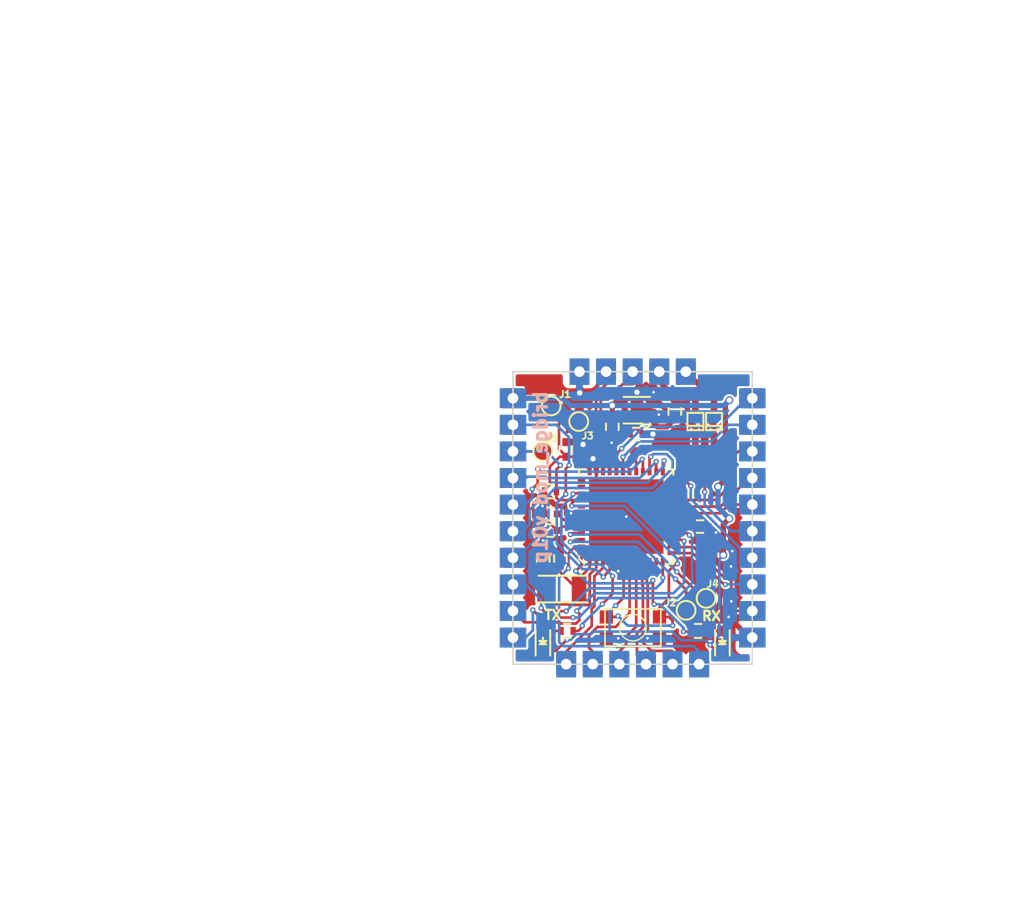
<source format=kicad_pcb>
(kicad_pcb (version 4) (host pcbnew 4.0.7)

  (general
    (links 112)
    (no_connects 0)
    (area 99.949999 77.949999 118.050001 100.050001)
    (thickness 1.6)
    (drawings 9)
    (tracks 575)
    (zones 0)
    (modules 26)
    (nets 49)
  )

  (page A3)
  (title_block
    (title "Sensory Adaptation Robot")
    (date 2016-03-10)
    (rev 0.1a)
    (company "Idle Hands Dev.")
    (comment 1 "Sean Hodgins")
  )

  (layers
    (0 F.Cu signal)
    (31 B.Cu signal)
    (32 B.Adhes user)
    (33 F.Adhes user)
    (34 B.Paste user)
    (35 F.Paste user)
    (36 B.SilkS user)
    (37 F.SilkS user)
    (38 B.Mask user)
    (39 F.Mask user)
    (40 Dwgs.User user)
    (41 Cmts.User user)
    (42 Eco1.User user)
    (43 Eco2.User user)
    (44 Edge.Cuts user)
    (45 Margin user)
    (46 B.CrtYd user)
    (47 F.CrtYd user)
    (48 B.Fab user hide)
    (49 F.Fab user hide)
  )

  (setup
    (last_trace_width 0.2)
    (user_trace_width 0.2)
    (user_trace_width 0.4)
    (user_trace_width 0.6)
    (user_trace_width 0.8)
    (user_trace_width 1)
    (trace_clearance 0.15)
    (zone_clearance 0.15)
    (zone_45_only no)
    (trace_min 0.2)
    (segment_width 0.1)
    (edge_width 0.1)
    (via_size 0.6)
    (via_drill 0.4)
    (via_min_size 0.4)
    (via_min_drill 0.2)
    (user_via 0.4 0.2)
    (user_via 0.5 0.4)
    (user_via 0.6 0.3)
    (user_via 0.89 0.5)
    (uvia_size 0.3)
    (uvia_drill 0.1)
    (uvias_allowed no)
    (uvia_min_size 0.2)
    (uvia_min_drill 0.1)
    (pcb_text_width 0.3)
    (pcb_text_size 1.5 1.5)
    (mod_edge_width 0.15)
    (mod_text_size 1 1)
    (mod_text_width 0.15)
    (pad_size 5.6 5.6)
    (pad_drill 0)
    (pad_to_mask_clearance 0)
    (aux_axis_origin 100 100)
    (grid_origin 164.62 180.35)
    (visible_elements 7FFFEE7F)
    (pcbplotparams
      (layerselection 0x010fc_80000001)
      (usegerberextensions false)
      (excludeedgelayer true)
      (linewidth 0.100000)
      (plotframeref false)
      (viasonmask false)
      (mode 1)
      (useauxorigin false)
      (hpglpennumber 1)
      (hpglpenspeed 20)
      (hpglpendiameter 15)
      (hpglpenoverlay 2)
      (psnegative false)
      (psa4output false)
      (plotreference true)
      (plotvalue true)
      (plotinvisibletext false)
      (padsonsilk false)
      (subtractmaskfromsilk false)
      (outputformat 1)
      (mirror false)
      (drillshape 0)
      (scaleselection 1)
      (outputdirectory gerbs/))
  )

  (net 0 "")
  (net 1 GND)
  (net 2 "Net-(C2-Pad1)")
  (net 3 +3V3)
  (net 4 "Net-(C4-Pad1)")
  (net 5 "Net-(C5-Pad1)")
  (net 6 USB_D-)
  (net 7 USB_D+)
  (net 8 SWCLK)
  (net 9 RESET)
  (net 10 SWDIO)
  (net 11 USB_HOST_EN)
  (net 12 "Net-(U2-Pad37)")
  (net 13 "Net-(U2-Pad38)")
  (net 14 "Net-(U2-Pad22)")
  (net 15 "Net-(D1-Pad2)")
  (net 16 "Net-(D2-Pad2)")
  (net 17 A3)
  (net 18 A4)
  (net 19 A5)
  (net 20 D8)
  (net 21 D9)
  (net 22 D4)
  (net 23 D3)
  (net 24 D6)
  (net 25 A0/DAC)
  (net 26 AREF)
  (net 27 A1)
  (net 28 A2)
  (net 29 TX/D1)
  (net 30 RX/D0)
  (net 31 MOSI)
  (net 32 CLK)
  (net 33 MISO)
  (net 34 D2)
  (net 35 D5)
  (net 36 D11)
  (net 37 D13)
  (net 38 D10)
  (net 39 D12)
  (net 40 D7)
  (net 41 SDA)
  (net 42 SCL)
  (net 43 TXLED)
  (net 44 RXLED)
  (net 45 "Net-(C8-Pad1)")
  (net 46 +BATT)
  (net 47 VBUS)
  (net 48 "Net-(C6-Pad1)")

  (net_class Default "This is the default net class."
    (clearance 0.15)
    (trace_width 0.2)
    (via_dia 0.6)
    (via_drill 0.4)
    (uvia_dia 0.3)
    (uvia_drill 0.1)
    (add_net +3V3)
    (add_net +BATT)
    (add_net A0/DAC)
    (add_net A1)
    (add_net A2)
    (add_net A3)
    (add_net A4)
    (add_net A5)
    (add_net AREF)
    (add_net CLK)
    (add_net D10)
    (add_net D11)
    (add_net D12)
    (add_net D13)
    (add_net D2)
    (add_net D3)
    (add_net D4)
    (add_net D5)
    (add_net D6)
    (add_net D7)
    (add_net D8)
    (add_net D9)
    (add_net GND)
    (add_net MISO)
    (add_net MOSI)
    (add_net "Net-(C2-Pad1)")
    (add_net "Net-(C4-Pad1)")
    (add_net "Net-(C5-Pad1)")
    (add_net "Net-(C6-Pad1)")
    (add_net "Net-(C8-Pad1)")
    (add_net "Net-(D1-Pad2)")
    (add_net "Net-(D2-Pad2)")
    (add_net "Net-(U2-Pad22)")
    (add_net "Net-(U2-Pad37)")
    (add_net "Net-(U2-Pad38)")
    (add_net RESET)
    (add_net RX/D0)
    (add_net RXLED)
    (add_net SCL)
    (add_net SDA)
    (add_net SWCLK)
    (add_net SWDIO)
    (add_net TX/D1)
    (add_net TXLED)
    (add_net USB_D+)
    (add_net USB_D-)
    (add_net USB_HOST_EN)
    (add_net VBUS)
  )

  (module idlehands_footprints:SAMD21G18_MOD locked (layer F.Cu) (tedit 5AF9A6CC) (tstamp 5AF511A8)
    (at 109 89)
    (path /5AF54837)
    (fp_text reference U4 (at -0.2 13.2) (layer F.SilkS) hide
      (effects (font (size 1 1) (thickness 0.15)))
    )
    (fp_text value SAMD21_MOD (at 0 -14) (layer F.Fab)
      (effects (font (size 1 1) (thickness 0.15)))
    )
    (fp_line (start -9 11) (end -9 -11) (layer F.SilkS) (width 0.1))
    (fp_line (start 9 11) (end -9 11) (layer F.SilkS) (width 0.1))
    (fp_line (start 9 -11) (end 9 11) (layer F.SilkS) (width 0.1))
    (fp_line (start -9 -11) (end 9 -11) (layer F.SilkS) (width 0.1))
    (pad 6 thru_hole rect (at -9 1) (size 1.5 1.5) (drill 0.8) (layers *.Cu *.Mask)
      (net 36 D11))
    (pad 6 smd rect (at -9 1) (size 2 1.5) (layers B.Cu B.Mask)
      (net 36 D11))
    (pad 5 thru_hole rect (at -9 -1) (size 1.5 1.5) (drill 0.8) (layers *.Cu *.Mask)
      (net 39 D12))
    (pad 5 smd rect (at -9 -1) (size 2 1.5) (layers B.Cu B.Mask)
      (net 39 D12))
    (pad 4 thru_hole rect (at -9 -3) (size 1.5 1.5) (drill 0.8) (layers *.Cu *.Mask)
      (net 37 D13))
    (pad 3 thru_hole rect (at -9 -5) (size 1.5 1.5) (drill 0.8) (layers *.Cu *.Mask)
      (net 9 RESET))
    (pad 4 smd rect (at -9 -3) (size 2 1.5) (layers B.Cu B.Mask)
      (net 37 D13))
    (pad 3 smd rect (at -9 -5) (size 2 1.5) (layers B.Cu B.Mask)
      (net 9 RESET))
    (pad 9 thru_hole rect (at -9 7) (size 1.5 1.5) (drill 0.8) (layers *.Cu *.Mask)
      (net 29 TX/D1))
    (pad 8 thru_hole rect (at -9 5) (size 1.5 1.5) (drill 0.8) (layers *.Cu *.Mask)
      (net 21 D9))
    (pad 10 thru_hole rect (at -9 9) (size 1.5 1.5) (drill 0.8) (layers *.Cu *.Mask)
      (net 30 RX/D0))
    (pad 7 thru_hole rect (at -9 3) (size 1.5 1.5) (drill 0.8) (layers *.Cu *.Mask)
      (net 38 D10))
    (pad 9 smd rect (at -9 7) (size 2 1.5) (layers B.Cu B.Mask)
      (net 29 TX/D1))
    (pad 7 smd rect (at -9 3) (size 2 1.5) (layers B.Cu B.Mask)
      (net 38 D10))
    (pad 10 smd rect (at -9 9) (size 2 1.5) (layers B.Cu B.Mask)
      (net 30 RX/D0))
    (pad 8 smd rect (at -9 5) (size 2 1.5) (layers B.Cu B.Mask)
      (net 21 D9))
    (pad 1 thru_hole rect (at -9 -9) (size 1.5 1.5) (drill 0.8) (layers *.Cu *.Mask)
      (net 3 +3V3))
    (pad 2 thru_hole rect (at -9 -7) (size 1.5 1.5) (drill 0.8) (layers *.Cu *.Mask)
      (net 26 AREF))
    (pad 2 smd rect (at -9 -7) (size 2 1.5) (layers B.Cu B.Mask)
      (net 26 AREF))
    (pad 1 smd rect (at -9 -9) (size 2 1.5) (layers B.Cu B.Mask)
      (net 3 +3V3))
    (pad 11 thru_hole rect (at -5 11 90) (size 1.5 1.5) (drill 0.8) (layers *.Cu *.Mask)
      (net 25 A0/DAC))
    (pad 11 smd rect (at -5 11 90) (size 2 1.5) (layers B.Cu B.Mask)
      (net 25 A0/DAC))
    (pad 12 thru_hole rect (at -3 11 90) (size 1.5 1.5) (drill 0.8) (layers *.Cu *.Mask)
      (net 27 A1))
    (pad 12 smd rect (at -3 11 90) (size 2 1.5) (layers B.Cu B.Mask)
      (net 27 A1))
    (pad 13 thru_hole rect (at -1 11 90) (size 1.5 1.5) (drill 0.8) (layers *.Cu *.Mask)
      (net 28 A2))
    (pad 14 thru_hole rect (at 1 11 90) (size 1.5 1.5) (drill 0.8) (layers *.Cu *.Mask)
      (net 17 A3))
    (pad 13 smd rect (at -1 11 90) (size 2 1.5) (layers B.Cu B.Mask)
      (net 28 A2))
    (pad 14 smd rect (at 1 11 90) (size 2 1.5) (layers B.Cu B.Mask)
      (net 17 A3))
    (pad 16 thru_hole rect (at 5 11 90) (size 1.5 1.5) (drill 0.8) (layers *.Cu *.Mask)
      (net 19 A5))
    (pad 15 thru_hole rect (at 3 11 90) (size 1.5 1.5) (drill 0.8) (layers *.Cu *.Mask)
      (net 18 A4))
    (pad 15 smd rect (at 3 11 90) (size 2 1.5) (layers B.Cu B.Mask)
      (net 18 A4))
    (pad 16 smd rect (at 5 11 90) (size 2 1.5) (layers B.Cu B.Mask)
      (net 19 A5))
    (pad 23 thru_hole rect (at 9 -3) (size 1.5 1.5) (drill 0.8) (layers *.Cu *.Mask)
      (net 32 CLK))
    (pad 24 thru_hole rect (at 9 -5) (size 1.5 1.5) (drill 0.8) (layers *.Cu *.Mask)
      (net 33 MISO))
    (pad 21 thru_hole rect (at 9 1) (size 1.5 1.5) (drill 0.8) (layers *.Cu *.Mask)
      (net 24 D6))
    (pad 22 thru_hole rect (at 9 -1) (size 1.5 1.5) (drill 0.8) (layers *.Cu *.Mask)
      (net 31 MOSI))
    (pad 26 thru_hole rect (at 9 -9) (size 1.5 1.5) (drill 0.8) (layers *.Cu *.Mask)
      (net 42 SCL))
    (pad 25 thru_hole rect (at 9 -7) (size 1.5 1.5) (drill 0.8) (layers *.Cu *.Mask)
      (net 41 SDA))
    (pad 18 thru_hole rect (at 9 7) (size 1.5 1.5) (drill 0.8) (layers *.Cu *.Mask)
      (net 23 D3))
    (pad 19 thru_hole rect (at 9 5) (size 1.5 1.5) (drill 0.8) (layers *.Cu *.Mask)
      (net 22 D4))
    (pad 17 thru_hole rect (at 9 9) (size 1.5 1.5) (drill 0.8) (layers *.Cu *.Mask)
      (net 1 GND))
    (pad 20 thru_hole rect (at 9 3) (size 1.5 1.5) (drill 0.8) (layers *.Cu *.Mask)
      (net 35 D5))
    (pad 23 smd rect (at 9 -3) (size 2 1.5) (layers B.Cu B.Mask)
      (net 32 CLK))
    (pad 24 smd rect (at 9 -5) (size 2 1.5) (layers B.Cu B.Mask)
      (net 33 MISO))
    (pad 22 smd rect (at 9 -1) (size 2 1.5) (layers B.Cu B.Mask)
      (net 31 MOSI))
    (pad 21 smd rect (at 9 1) (size 2 1.5) (layers B.Cu B.Mask)
      (net 24 D6))
    (pad 25 smd rect (at 9 -7) (size 2 1.5) (layers B.Cu B.Mask)
      (net 41 SDA))
    (pad 26 smd rect (at 9 -9) (size 2 1.5) (layers B.Cu B.Mask)
      (net 42 SCL))
    (pad 18 smd rect (at 9 7) (size 2 1.5) (layers B.Cu B.Mask)
      (net 23 D3))
    (pad 17 smd rect (at 9 9) (size 2 1.5) (layers B.Cu B.Mask)
      (net 1 GND))
    (pad 20 smd rect (at 9 3) (size 2 1.5) (layers B.Cu B.Mask)
      (net 35 D5))
    (pad 19 smd rect (at 9 5) (size 2 1.5) (layers B.Cu B.Mask)
      (net 22 D4))
    (pad 30 thru_hole rect (at -2 -11 90) (size 1.5 1.5) (drill 0.8) (layers *.Cu *.Mask)
      (net 7 USB_D+))
    (pad 29 thru_hole rect (at 0 -11 90) (size 1.5 1.5) (drill 0.8) (layers *.Cu *.Mask)
      (net 6 USB_D-))
    (pad 31 thru_hole rect (at -4 -11 90) (size 1.5 1.5) (drill 0.8) (layers *.Cu *.Mask)
      (net 1 GND))
    (pad 28 thru_hole rect (at 2 -11 90) (size 1.5 1.5) (drill 0.8) (layers *.Cu *.Mask)
      (net 47 VBUS))
    (pad 27 thru_hole rect (at 4 -11 90) (size 1.5 1.5) (drill 0.8) (layers *.Cu *.Mask)
      (net 46 +BATT))
    (pad 30 smd rect (at -2 -11 90) (size 2 1.5) (layers B.Cu B.Mask)
      (net 7 USB_D+))
    (pad 28 smd rect (at 2 -11 90) (size 2 1.5) (layers B.Cu B.Mask)
      (net 47 VBUS))
    (pad 31 smd rect (at -4 -11 90) (size 2 1.5) (layers B.Cu B.Mask)
      (net 1 GND))
    (pad 29 smd rect (at 0 -11 90) (size 2 1.5) (layers B.Cu B.Mask)
      (net 6 USB_D-))
    (pad 27 smd rect (at 4 -11 90) (size 2 1.5) (layers B.Cu B.Mask)
      (net 46 +BATT))
  )

  (module Capacitors_SMD:C_0402 (layer F.Cu) (tedit 5AF51E5D) (tstamp 5AF51082)
    (at 103.57 92.05 90)
    (descr "Capacitor SMD 0402, reflow soldering, AVX (see smccp.pdf)")
    (tags "capacitor 0402")
    (path /56BE5A87)
    (attr smd)
    (fp_text reference C2 (at -1.6 0 180) (layer F.SilkS) hide
      (effects (font (size 0.6 0.6) (thickness 0.15)))
    )
    (fp_text value 15pF (at 0 1.7 90) (layer F.Fab)
      (effects (font (size 1 1) (thickness 0.15)))
    )
    (fp_line (start -1.15 -0.6) (end 1.15 -0.6) (layer F.CrtYd) (width 0.05))
    (fp_line (start -1.15 0.6) (end 1.15 0.6) (layer F.CrtYd) (width 0.05))
    (fp_line (start -1.15 -0.6) (end -1.15 0.6) (layer F.CrtYd) (width 0.05))
    (fp_line (start 1.15 -0.6) (end 1.15 0.6) (layer F.CrtYd) (width 0.05))
    (fp_line (start 0.25 -0.475) (end -0.25 -0.475) (layer F.SilkS) (width 0.15))
    (fp_line (start -0.25 0.475) (end 0.25 0.475) (layer F.SilkS) (width 0.15))
    (pad 1 smd rect (at -0.55 0 90) (size 0.6 0.5) (layers F.Cu F.Paste F.Mask)
      (net 2 "Net-(C2-Pad1)"))
    (pad 2 smd rect (at 0.55 0 90) (size 0.6 0.5) (layers F.Cu F.Paste F.Mask)
      (net 1 GND))
    (model Capacitors_SMD.3dshapes/C_0402.wrl
      (at (xyz 0 0 0))
      (scale (xyz 1 1 1))
      (rotate (xyz 0 0 0))
    )
  )

  (module Capacitors_SMD:C_0402 (layer F.Cu) (tedit 5AF896BD) (tstamp 5AF51088)
    (at 102.82 89.95 180)
    (descr "Capacitor SMD 0402, reflow soldering, AVX (see smccp.pdf)")
    (tags "capacitor 0402")
    (path /56BE5797)
    (attr smd)
    (fp_text reference C3 (at 0 -1.7 180) (layer F.SilkS) hide
      (effects (font (size 1 1) (thickness 0.15)))
    )
    (fp_text value 0.1uF (at 0 1.7 180) (layer F.Fab)
      (effects (font (size 1 1) (thickness 0.15)))
    )
    (fp_line (start -1.15 -0.6) (end 1.15 -0.6) (layer F.CrtYd) (width 0.05))
    (fp_line (start -1.15 0.6) (end 1.15 0.6) (layer F.CrtYd) (width 0.05))
    (fp_line (start -1.15 -0.6) (end -1.15 0.6) (layer F.CrtYd) (width 0.05))
    (fp_line (start 1.15 -0.6) (end 1.15 0.6) (layer F.CrtYd) (width 0.05))
    (fp_line (start 0.25 -0.475) (end -0.25 -0.475) (layer F.SilkS) (width 0.15))
    (fp_line (start -0.25 0.475) (end 0.25 0.475) (layer F.SilkS) (width 0.15))
    (pad 1 smd rect (at -0.55 0 180) (size 0.6 0.5) (layers F.Cu F.Paste F.Mask)
      (net 3 +3V3))
    (pad 2 smd rect (at 0.55 0 180) (size 0.6 0.5) (layers F.Cu F.Paste F.Mask)
      (net 1 GND))
    (model Capacitors_SMD.3dshapes/C_0402.wrl
      (at (xyz 0 0 0))
      (scale (xyz 1 1 1))
      (rotate (xyz 0 0 0))
    )
  )

  (module Capacitors_SMD:C_0402 (layer F.Cu) (tedit 5AF51E6C) (tstamp 5AF5108E)
    (at 102.27 92.05 90)
    (descr "Capacitor SMD 0402, reflow soldering, AVX (see smccp.pdf)")
    (tags "capacitor 0402")
    (path /56BE5ACF)
    (attr smd)
    (fp_text reference C4 (at 1.6 0 180) (layer F.SilkS) hide
      (effects (font (size 0.6 0.6) (thickness 0.15)))
    )
    (fp_text value 15pF (at 0 1.7 90) (layer F.Fab)
      (effects (font (size 1 1) (thickness 0.15)))
    )
    (fp_line (start -1.15 -0.6) (end 1.15 -0.6) (layer F.CrtYd) (width 0.05))
    (fp_line (start -1.15 0.6) (end 1.15 0.6) (layer F.CrtYd) (width 0.05))
    (fp_line (start -1.15 -0.6) (end -1.15 0.6) (layer F.CrtYd) (width 0.05))
    (fp_line (start 1.15 -0.6) (end 1.15 0.6) (layer F.CrtYd) (width 0.05))
    (fp_line (start 0.25 -0.475) (end -0.25 -0.475) (layer F.SilkS) (width 0.15))
    (fp_line (start -0.25 0.475) (end 0.25 0.475) (layer F.SilkS) (width 0.15))
    (pad 1 smd rect (at -0.55 0 90) (size 0.6 0.5) (layers F.Cu F.Paste F.Mask)
      (net 4 "Net-(C4-Pad1)"))
    (pad 2 smd rect (at 0.55 0 90) (size 0.6 0.5) (layers F.Cu F.Paste F.Mask)
      (net 1 GND))
    (model Capacitors_SMD.3dshapes/C_0402.wrl
      (at (xyz 0 0 0))
      (scale (xyz 1 1 1))
      (rotate (xyz 0 0 0))
    )
  )

  (module Capacitors_SMD:C_0402 (layer F.Cu) (tedit 5AF89521) (tstamp 5AF51094)
    (at 102.82 88.7 180)
    (descr "Capacitor SMD 0402, reflow soldering, AVX (see smccp.pdf)")
    (tags "capacitor 0402")
    (path /56BE5879)
    (attr smd)
    (fp_text reference C5 (at 0 -1.7 180) (layer F.SilkS) hide
      (effects (font (size 1 1) (thickness 0.15)))
    )
    (fp_text value 0.1uF (at 0 1.7 180) (layer F.Fab)
      (effects (font (size 1 1) (thickness 0.15)))
    )
    (fp_line (start -1.15 -0.6) (end 1.15 -0.6) (layer F.CrtYd) (width 0.05))
    (fp_line (start -1.15 0.6) (end 1.15 0.6) (layer F.CrtYd) (width 0.05))
    (fp_line (start -1.15 -0.6) (end -1.15 0.6) (layer F.CrtYd) (width 0.05))
    (fp_line (start 1.15 -0.6) (end 1.15 0.6) (layer F.CrtYd) (width 0.05))
    (fp_line (start 0.25 -0.475) (end -0.25 -0.475) (layer F.SilkS) (width 0.15))
    (fp_line (start -0.25 0.475) (end 0.25 0.475) (layer F.SilkS) (width 0.15))
    (pad 1 smd rect (at -0.55 0 180) (size 0.6 0.5) (layers F.Cu F.Paste F.Mask)
      (net 5 "Net-(C5-Pad1)"))
    (pad 2 smd rect (at 0.55 0 180) (size 0.6 0.5) (layers F.Cu F.Paste F.Mask)
      (net 1 GND))
    (model Capacitors_SMD.3dshapes/C_0402.wrl
      (at (xyz 0 0 0))
      (scale (xyz 1 1 1))
      (rotate (xyz 0 0 0))
    )
  )

  (module Capacitors_SMD:C_0402 (layer F.Cu) (tedit 5AF8960E) (tstamp 5AF510A0)
    (at 112.17 81 90)
    (descr "Capacitor SMD 0402, reflow soldering, AVX (see smccp.pdf)")
    (tags "capacitor 0402")
    (path /56BE9290)
    (attr smd)
    (fp_text reference C8 (at 2 0 90) (layer F.SilkS) hide
      (effects (font (size 1 1) (thickness 0.15)))
    )
    (fp_text value 1uF (at 0 1.7 90) (layer F.Fab)
      (effects (font (size 1 1) (thickness 0.15)))
    )
    (fp_line (start -1.15 -0.6) (end 1.15 -0.6) (layer F.CrtYd) (width 0.05))
    (fp_line (start -1.15 0.6) (end 1.15 0.6) (layer F.CrtYd) (width 0.05))
    (fp_line (start -1.15 -0.6) (end -1.15 0.6) (layer F.CrtYd) (width 0.05))
    (fp_line (start 1.15 -0.6) (end 1.15 0.6) (layer F.CrtYd) (width 0.05))
    (fp_line (start 0.25 -0.475) (end -0.25 -0.475) (layer F.SilkS) (width 0.15))
    (fp_line (start -0.25 0.475) (end 0.25 0.475) (layer F.SilkS) (width 0.15))
    (pad 1 smd rect (at -0.55 0 90) (size 0.6 0.5) (layers F.Cu F.Paste F.Mask)
      (net 45 "Net-(C8-Pad1)"))
    (pad 2 smd rect (at 0.55 0 90) (size 0.6 0.5) (layers F.Cu F.Paste F.Mask)
      (net 1 GND))
    (model Capacitors_SMD.3dshapes/C_0402.wrl
      (at (xyz 0 0 0))
      (scale (xyz 1 1 1))
      (rotate (xyz 0 0 0))
    )
  )

  (module Capacitors_SMD:C_0402 (layer F.Cu) (tedit 5AF896F9) (tstamp 5AF510A6)
    (at 107.47 82.15 270)
    (descr "Capacitor SMD 0402, reflow soldering, AVX (see smccp.pdf)")
    (tags "capacitor 0402")
    (path /56C15D54)
    (attr smd)
    (fp_text reference C9 (at 0 -1.7 270) (layer F.SilkS) hide
      (effects (font (size 1 1) (thickness 0.15)))
    )
    (fp_text value 1uF (at 0 1.7 270) (layer F.Fab)
      (effects (font (size 1 1) (thickness 0.15)))
    )
    (fp_line (start -1.15 -0.6) (end 1.15 -0.6) (layer F.CrtYd) (width 0.05))
    (fp_line (start -1.15 0.6) (end 1.15 0.6) (layer F.CrtYd) (width 0.05))
    (fp_line (start -1.15 -0.6) (end -1.15 0.6) (layer F.CrtYd) (width 0.05))
    (fp_line (start 1.15 -0.6) (end 1.15 0.6) (layer F.CrtYd) (width 0.05))
    (fp_line (start 0.25 -0.475) (end -0.25 -0.475) (layer F.SilkS) (width 0.15))
    (fp_line (start -0.25 0.475) (end 0.25 0.475) (layer F.SilkS) (width 0.15))
    (pad 1 smd rect (at -0.55 0 270) (size 0.6 0.5) (layers F.Cu F.Paste F.Mask)
      (net 3 +3V3))
    (pad 2 smd rect (at 0.55 0 270) (size 0.6 0.5) (layers F.Cu F.Paste F.Mask)
      (net 1 GND))
    (model Capacitors_SMD.3dshapes/C_0402.wrl
      (at (xyz 0 0 0))
      (scale (xyz 1 1 1))
      (rotate (xyz 0 0 0))
    )
  )

  (module Capacitors_SMD:C_0402 (layer F.Cu) (tedit 5AF8965B) (tstamp 5AF510AC)
    (at 114.07 89.65)
    (descr "Capacitor SMD 0402, reflow soldering, AVX (see smccp.pdf)")
    (tags "capacitor 0402")
    (path /56BE5364)
    (attr smd)
    (fp_text reference C11 (at 0 -1.7) (layer F.SilkS) hide
      (effects (font (size 1 1) (thickness 0.15)))
    )
    (fp_text value 0.1uF (at 0 1.7) (layer F.Fab)
      (effects (font (size 1 1) (thickness 0.15)))
    )
    (fp_line (start -1.15 -0.6) (end 1.15 -0.6) (layer F.CrtYd) (width 0.05))
    (fp_line (start -1.15 0.6) (end 1.15 0.6) (layer F.CrtYd) (width 0.05))
    (fp_line (start -1.15 -0.6) (end -1.15 0.6) (layer F.CrtYd) (width 0.05))
    (fp_line (start 1.15 -0.6) (end 1.15 0.6) (layer F.CrtYd) (width 0.05))
    (fp_line (start 0.25 -0.475) (end -0.25 -0.475) (layer F.SilkS) (width 0.15))
    (fp_line (start -0.25 0.475) (end 0.25 0.475) (layer F.SilkS) (width 0.15))
    (pad 1 smd rect (at -0.55 0) (size 0.6 0.5) (layers F.Cu F.Paste F.Mask)
      (net 3 +3V3))
    (pad 2 smd rect (at 0.55 0) (size 0.6 0.5) (layers F.Cu F.Paste F.Mask)
      (net 1 GND))
    (model Capacitors_SMD.3dshapes/C_0402.wrl
      (at (xyz 0 0 0))
      (scale (xyz 1 1 1))
      (rotate (xyz 0 0 0))
    )
  )

  (module Capacitors_SMD:C_0402 (layer F.Cu) (tedit 5AF89681) (tstamp 5AF510B2)
    (at 103.97 83.85 90)
    (descr "Capacitor SMD 0402, reflow soldering, AVX (see smccp.pdf)")
    (tags "capacitor 0402")
    (path /56BE54D8)
    (attr smd)
    (fp_text reference C12 (at 0 -1.7 90) (layer F.SilkS) hide
      (effects (font (size 1 1) (thickness 0.15)))
    )
    (fp_text value 0.1uF (at 0 1.7 90) (layer F.Fab)
      (effects (font (size 1 1) (thickness 0.15)))
    )
    (fp_line (start -1.15 -0.6) (end 1.15 -0.6) (layer F.CrtYd) (width 0.05))
    (fp_line (start -1.15 0.6) (end 1.15 0.6) (layer F.CrtYd) (width 0.05))
    (fp_line (start -1.15 -0.6) (end -1.15 0.6) (layer F.CrtYd) (width 0.05))
    (fp_line (start 1.15 -0.6) (end 1.15 0.6) (layer F.CrtYd) (width 0.05))
    (fp_line (start 0.25 -0.475) (end -0.25 -0.475) (layer F.SilkS) (width 0.15))
    (fp_line (start -0.25 0.475) (end 0.25 0.475) (layer F.SilkS) (width 0.15))
    (pad 1 smd rect (at -0.55 0 90) (size 0.6 0.5) (layers F.Cu F.Paste F.Mask)
      (net 3 +3V3))
    (pad 2 smd rect (at 0.55 0 90) (size 0.6 0.5) (layers F.Cu F.Paste F.Mask)
      (net 1 GND))
    (model Capacitors_SMD.3dshapes/C_0402.wrl
      (at (xyz 0 0 0))
      (scale (xyz 1 1 1))
      (rotate (xyz 0 0 0))
    )
  )

  (module LEDs:LED-0603 (layer F.Cu) (tedit 5AF9ABD5) (tstamp 5AF510B8)
    (at 115.75 98.25 90)
    (descr "LED 0603 smd package")
    (tags "LED led 0603 SMD smd SMT smt smdled SMDLED smtled SMTLED")
    (path /5A062253)
    (attr smd)
    (fp_text reference D2 (at 0 -1.5 90) (layer F.SilkS) hide
      (effects (font (size 1 1) (thickness 0.15)))
    )
    (fp_text value YLED (at 0 1.5 90) (layer F.Fab)
      (effects (font (size 1 1) (thickness 0.15)))
    )
    (fp_line (start -1.1 0.55) (end 0.8 0.55) (layer F.SilkS) (width 0.15))
    (fp_line (start -1.1 -0.55) (end 0.8 -0.55) (layer F.SilkS) (width 0.15))
    (fp_line (start -0.2 0) (end 0.25 0) (layer F.SilkS) (width 0.15))
    (fp_line (start -0.25 -0.25) (end -0.25 0.25) (layer F.SilkS) (width 0.15))
    (fp_line (start -0.25 0) (end 0 -0.25) (layer F.SilkS) (width 0.15))
    (fp_line (start 0 -0.25) (end 0 0.25) (layer F.SilkS) (width 0.15))
    (fp_line (start 0 0.25) (end -0.25 0) (layer F.SilkS) (width 0.15))
    (fp_line (start 1.4 -0.75) (end 1.4 0.75) (layer F.CrtYd) (width 0.05))
    (fp_line (start 1.4 0.75) (end -1.4 0.75) (layer F.CrtYd) (width 0.05))
    (fp_line (start -1.4 0.75) (end -1.4 -0.75) (layer F.CrtYd) (width 0.05))
    (fp_line (start -1.4 -0.75) (end 1.4 -0.75) (layer F.CrtYd) (width 0.05))
    (pad 2 smd rect (at 0.7493 0 270) (size 0.79756 0.79756) (layers F.Cu F.Paste F.Mask)
      (net 16 "Net-(D2-Pad2)"))
    (pad 1 smd rect (at -0.7493 0 270) (size 0.79756 0.79756) (layers F.Cu F.Paste F.Mask)
      (net 3 +3V3))
  )

  (module LEDs:LED-0603 (layer F.Cu) (tedit 5AF9ABCF) (tstamp 5AF510BE)
    (at 102.25 98.25 90)
    (descr "LED 0603 smd package")
    (tags "LED led 0603 SMD smd SMT smt smdled SMDLED smtled SMTLED")
    (path /5A05EB75)
    (attr smd)
    (fp_text reference D1 (at 0 -1.5 90) (layer F.SilkS) hide
      (effects (font (size 1 1) (thickness 0.15)))
    )
    (fp_text value GLED (at 0 1.5 90) (layer F.Fab)
      (effects (font (size 1 1) (thickness 0.15)))
    )
    (fp_line (start -1.1 0.55) (end 0.8 0.55) (layer F.SilkS) (width 0.15))
    (fp_line (start -1.1 -0.55) (end 0.8 -0.55) (layer F.SilkS) (width 0.15))
    (fp_line (start -0.2 0) (end 0.25 0) (layer F.SilkS) (width 0.15))
    (fp_line (start -0.25 -0.25) (end -0.25 0.25) (layer F.SilkS) (width 0.15))
    (fp_line (start -0.25 0) (end 0 -0.25) (layer F.SilkS) (width 0.15))
    (fp_line (start 0 -0.25) (end 0 0.25) (layer F.SilkS) (width 0.15))
    (fp_line (start 0 0.25) (end -0.25 0) (layer F.SilkS) (width 0.15))
    (fp_line (start 1.4 -0.75) (end 1.4 0.75) (layer F.CrtYd) (width 0.05))
    (fp_line (start 1.4 0.75) (end -1.4 0.75) (layer F.CrtYd) (width 0.05))
    (fp_line (start -1.4 0.75) (end -1.4 -0.75) (layer F.CrtYd) (width 0.05))
    (fp_line (start -1.4 -0.75) (end 1.4 -0.75) (layer F.CrtYd) (width 0.05))
    (pad 2 smd rect (at 0.7493 0 270) (size 0.79756 0.79756) (layers F.Cu F.Paste F.Mask)
      (net 15 "Net-(D1-Pad2)"))
    (pad 1 smd rect (at -0.7493 0 270) (size 0.79756 0.79756) (layers F.Cu F.Paste F.Mask)
      (net 3 +3V3))
  )

  (module Resistors_SMD:R_0402 (layer F.Cu) (tedit 5AF895E3) (tstamp 5AF510FC)
    (at 102.82 87)
    (descr "Resistor SMD 0402, reflow soldering, Vishay (see dcrcw.pdf)")
    (tags "resistor 0402")
    (path /56BE56C8)
    (attr smd)
    (fp_text reference R3 (at 0 -1.8) (layer F.SilkS) hide
      (effects (font (size 1 1) (thickness 0.15)))
    )
    (fp_text value 10k (at 0 1.8) (layer F.Fab)
      (effects (font (size 1 1) (thickness 0.15)))
    )
    (fp_line (start -0.95 -0.65) (end 0.95 -0.65) (layer F.CrtYd) (width 0.05))
    (fp_line (start -0.95 0.65) (end 0.95 0.65) (layer F.CrtYd) (width 0.05))
    (fp_line (start -0.95 -0.65) (end -0.95 0.65) (layer F.CrtYd) (width 0.05))
    (fp_line (start 0.95 -0.65) (end 0.95 0.65) (layer F.CrtYd) (width 0.05))
    (fp_line (start 0.25 -0.525) (end -0.25 -0.525) (layer F.SilkS) (width 0.15))
    (fp_line (start -0.25 0.525) (end 0.25 0.525) (layer F.SilkS) (width 0.15))
    (pad 1 smd rect (at -0.45 0) (size 0.4 0.6) (layers F.Cu F.Paste F.Mask)
      (net 3 +3V3))
    (pad 2 smd rect (at 0.45 0) (size 0.4 0.6) (layers F.Cu F.Paste F.Mask)
      (net 9 RESET))
    (model Resistors_SMD.3dshapes/R_0402.wrl
      (at (xyz 0 0 0))
      (scale (xyz 1 1 1))
      (rotate (xyz 0 0 0))
    )
  )

  (module Resistors_SMD:R_0402 (layer F.Cu) (tedit 5AF9ABE7) (tstamp 5AF51108)
    (at 113.92 97.5)
    (descr "Resistor SMD 0402, reflow soldering, Vishay (see dcrcw.pdf)")
    (tags "resistor 0402")
    (path /5A06225A)
    (attr smd)
    (fp_text reference R9 (at 0 -1.8) (layer F.SilkS) hide
      (effects (font (size 1 1) (thickness 0.15)))
    )
    (fp_text value 1k (at 0 1.8) (layer F.Fab)
      (effects (font (size 1 1) (thickness 0.15)))
    )
    (fp_line (start -0.95 -0.65) (end 0.95 -0.65) (layer F.CrtYd) (width 0.05))
    (fp_line (start -0.95 0.65) (end 0.95 0.65) (layer F.CrtYd) (width 0.05))
    (fp_line (start -0.95 -0.65) (end -0.95 0.65) (layer F.CrtYd) (width 0.05))
    (fp_line (start 0.95 -0.65) (end 0.95 0.65) (layer F.CrtYd) (width 0.05))
    (fp_line (start 0.25 -0.525) (end -0.25 -0.525) (layer F.SilkS) (width 0.15))
    (fp_line (start -0.25 0.525) (end 0.25 0.525) (layer F.SilkS) (width 0.15))
    (pad 1 smd rect (at -0.45 0) (size 0.4 0.6) (layers F.Cu F.Paste F.Mask)
      (net 44 RXLED))
    (pad 2 smd rect (at 0.45 0) (size 0.4 0.6) (layers F.Cu F.Paste F.Mask)
      (net 16 "Net-(D2-Pad2)"))
    (model Resistors_SMD.3dshapes/R_0402.wrl
      (at (xyz 0 0 0))
      (scale (xyz 1 1 1))
      (rotate (xyz 0 0 0))
    )
  )

  (module Resistors_SMD:R_0402 (layer F.Cu) (tedit 5AF9ABE2) (tstamp 5AF5110E)
    (at 104.07 97.5 180)
    (descr "Resistor SMD 0402, reflow soldering, Vishay (see dcrcw.pdf)")
    (tags "resistor 0402")
    (path /5A060762)
    (attr smd)
    (fp_text reference R8 (at 0 -1.8 180) (layer F.SilkS) hide
      (effects (font (size 1 1) (thickness 0.15)))
    )
    (fp_text value 1k (at 0 1.8 180) (layer F.Fab)
      (effects (font (size 1 1) (thickness 0.15)))
    )
    (fp_line (start -0.95 -0.65) (end 0.95 -0.65) (layer F.CrtYd) (width 0.05))
    (fp_line (start -0.95 0.65) (end 0.95 0.65) (layer F.CrtYd) (width 0.05))
    (fp_line (start -0.95 -0.65) (end -0.95 0.65) (layer F.CrtYd) (width 0.05))
    (fp_line (start 0.95 -0.65) (end 0.95 0.65) (layer F.CrtYd) (width 0.05))
    (fp_line (start 0.25 -0.525) (end -0.25 -0.525) (layer F.SilkS) (width 0.15))
    (fp_line (start -0.25 0.525) (end 0.25 0.525) (layer F.SilkS) (width 0.15))
    (pad 1 smd rect (at -0.45 0 180) (size 0.4 0.6) (layers F.Cu F.Paste F.Mask)
      (net 43 TXLED))
    (pad 2 smd rect (at 0.45 0 180) (size 0.4 0.6) (layers F.Cu F.Paste F.Mask)
      (net 15 "Net-(D1-Pad2)"))
    (model Resistors_SMD.3dshapes/R_0402.wrl
      (at (xyz 0 0 0))
      (scale (xyz 1 1 1))
      (rotate (xyz 0 0 0))
    )
  )

  (module idlehands_footprints:crystal_smd_3.20x1.50mm2 (layer F.Cu) (tedit 5AF9039C) (tstamp 5AF511AE)
    (at 103.67 94.35)
    (descr "5x3.2mm SMD glass Crystal")
    (path /56BE5D1C)
    (fp_text reference Y1 (at 0 -0.6) (layer F.SilkS) hide
      (effects (font (size 0.5 0.5) (thickness 0.125)))
    )
    (fp_text value Crystal_Small (at 0 2.1) (layer F.SilkS) hide
      (effects (font (size 0.5 0.5) (thickness 0.125)))
    )
    (fp_line (start -1.75 -1) (end 1.8 -1) (layer F.SilkS) (width 0.15))
    (fp_line (start -1.85 1) (end 1.85 1) (layer F.SilkS) (width 0.15))
    (pad 1 smd rect (at -1.3 0) (size 1.1 1.9) (layers F.Cu F.Paste F.Mask)
      (net 4 "Net-(C4-Pad1)") (solder_mask_margin 0.06858))
    (pad 2 smd rect (at 1.3 0) (size 1.1 1.9) (layers F.Cu F.Paste F.Mask)
      (net 2 "Net-(C2-Pad1)") (solder_mask_margin 0.06858))
    (model walter/crystal/crystal_smd_5x3.2mm.wrl
      (at (xyz 0 0 0))
      (scale (xyz 1 1 1))
      (rotate (xyz 0 0 0))
    )
  )

  (module agg:SOD-323 (layer F.Cu) (tedit 56870592) (tstamp 5AF52A91)
    (at 115.12 81.75 90)
    (path /5AF53D30)
    (fp_text reference D3 (at -2.7 0 180) (layer F.Fab)
      (effects (font (size 1 1) (thickness 0.15)))
    )
    (fp_text value BAT20J (at 2.7 0 180) (layer F.Fab)
      (effects (font (size 1 1) (thickness 0.15)))
    )
    (fp_line (start -0.9 -0.675) (end 0.9 -0.675) (layer F.Fab) (width 0.01))
    (fp_line (start 0.9 -0.675) (end 0.9 0.675) (layer F.Fab) (width 0.01))
    (fp_line (start 0.9 0.675) (end -0.9 0.675) (layer F.Fab) (width 0.01))
    (fp_line (start -0.9 0.675) (end -0.9 -0.675) (layer F.Fab) (width 0.01))
    (fp_line (start -0.45 -0.675) (end -0.45 0.675) (layer F.Fab) (width 0.01))
    (fp_line (start -1.35 -0.2) (end -1.35 0.2) (layer F.Fab) (width 0.01))
    (fp_line (start -1.35 -0.2) (end -0.9 -0.2) (layer F.Fab) (width 0.01))
    (fp_line (start -1.35 0.2) (end -0.9 0.2) (layer F.Fab) (width 0.01))
    (fp_line (start 1.35 -0.2) (end 1.35 0.2) (layer F.Fab) (width 0.01))
    (fp_line (start 1.35 -0.2) (end 0.9 -0.2) (layer F.Fab) (width 0.01))
    (fp_line (start 1.35 0.2) (end 0.9 0.2) (layer F.Fab) (width 0.01))
    (fp_line (start -0.65 -0.6) (end 0.65 -0.6) (layer F.SilkS) (width 0.15))
    (fp_line (start 0.65 -0.6) (end 0.65 0.6) (layer F.SilkS) (width 0.15))
    (fp_line (start 0.65 0.6) (end -0.65 0.6) (layer F.SilkS) (width 0.15))
    (fp_line (start -0.65 0.6) (end -0.65 -0.6) (layer F.SilkS) (width 0.15))
    (fp_line (start -0.325 -0.6) (end -0.325 0.6) (layer F.SilkS) (width 0.15))
    (fp_line (start -2 -0.95) (end 2 -0.95) (layer F.CrtYd) (width 0.01))
    (fp_line (start 2 -0.95) (end 2 0.95) (layer F.CrtYd) (width 0.01))
    (fp_line (start 2 0.95) (end -2 0.95) (layer F.CrtYd) (width 0.01))
    (fp_line (start -2 0.95) (end -2 -0.95) (layer F.CrtYd) (width 0.01))
    (pad 1 smd rect (at -1.3 0 90) (size 0.9 0.5) (layers F.Cu F.Paste F.Mask)
      (net 45 "Net-(C8-Pad1)"))
    (pad 2 smd rect (at 1.3 0 90) (size 0.9 0.5) (layers F.Cu F.Paste F.Mask)
      (net 46 +BATT))
  )

  (module agg:SOD-323 (layer F.Cu) (tedit 56870592) (tstamp 5AF52A97)
    (at 113.72 81.75 90)
    (path /5AF53C61)
    (fp_text reference D4 (at -2.7 0 180) (layer F.Fab)
      (effects (font (size 1 1) (thickness 0.15)))
    )
    (fp_text value BAT20J (at 2.7 0 180) (layer F.Fab)
      (effects (font (size 1 1) (thickness 0.15)))
    )
    (fp_line (start -0.9 -0.675) (end 0.9 -0.675) (layer F.Fab) (width 0.01))
    (fp_line (start 0.9 -0.675) (end 0.9 0.675) (layer F.Fab) (width 0.01))
    (fp_line (start 0.9 0.675) (end -0.9 0.675) (layer F.Fab) (width 0.01))
    (fp_line (start -0.9 0.675) (end -0.9 -0.675) (layer F.Fab) (width 0.01))
    (fp_line (start -0.45 -0.675) (end -0.45 0.675) (layer F.Fab) (width 0.01))
    (fp_line (start -1.35 -0.2) (end -1.35 0.2) (layer F.Fab) (width 0.01))
    (fp_line (start -1.35 -0.2) (end -0.9 -0.2) (layer F.Fab) (width 0.01))
    (fp_line (start -1.35 0.2) (end -0.9 0.2) (layer F.Fab) (width 0.01))
    (fp_line (start 1.35 -0.2) (end 1.35 0.2) (layer F.Fab) (width 0.01))
    (fp_line (start 1.35 -0.2) (end 0.9 -0.2) (layer F.Fab) (width 0.01))
    (fp_line (start 1.35 0.2) (end 0.9 0.2) (layer F.Fab) (width 0.01))
    (fp_line (start -0.65 -0.6) (end 0.65 -0.6) (layer F.SilkS) (width 0.15))
    (fp_line (start 0.65 -0.6) (end 0.65 0.6) (layer F.SilkS) (width 0.15))
    (fp_line (start 0.65 0.6) (end -0.65 0.6) (layer F.SilkS) (width 0.15))
    (fp_line (start -0.65 0.6) (end -0.65 -0.6) (layer F.SilkS) (width 0.15))
    (fp_line (start -0.325 -0.6) (end -0.325 0.6) (layer F.SilkS) (width 0.15))
    (fp_line (start -2 -0.95) (end 2 -0.95) (layer F.CrtYd) (width 0.01))
    (fp_line (start 2 -0.95) (end 2 0.95) (layer F.CrtYd) (width 0.01))
    (fp_line (start 2 0.95) (end -2 0.95) (layer F.CrtYd) (width 0.01))
    (fp_line (start -2 0.95) (end -2 -0.95) (layer F.CrtYd) (width 0.01))
    (pad 1 smd rect (at -1.3 0 90) (size 0.9 0.5) (layers F.Cu F.Paste F.Mask)
      (net 45 "Net-(C8-Pad1)"))
    (pad 2 smd rect (at 1.3 0 90) (size 0.9 0.5) (layers F.Cu F.Paste F.Mask)
      (net 47 VBUS))
  )

  (module Capacitors_SMD:C_0402 (layer F.Cu) (tedit 5AF8A3B2) (tstamp 5AF8A384)
    (at 109.27 82.7)
    (descr "Capacitor SMD 0402, reflow soldering, AVX (see smccp.pdf)")
    (tags "capacitor 0402")
    (path /5AFA56A1)
    (attr smd)
    (fp_text reference C6 (at 0 -1.7) (layer F.SilkS) hide
      (effects (font (size 1 1) (thickness 0.15)))
    )
    (fp_text value 0.1uF (at 0 1.7) (layer F.Fab)
      (effects (font (size 1 1) (thickness 0.15)))
    )
    (fp_line (start -1.15 -0.6) (end 1.15 -0.6) (layer F.CrtYd) (width 0.05))
    (fp_line (start -1.15 0.6) (end 1.15 0.6) (layer F.CrtYd) (width 0.05))
    (fp_line (start -1.15 -0.6) (end -1.15 0.6) (layer F.CrtYd) (width 0.05))
    (fp_line (start 1.15 -0.6) (end 1.15 0.6) (layer F.CrtYd) (width 0.05))
    (fp_line (start 0.25 -0.475) (end -0.25 -0.475) (layer F.SilkS) (width 0.15))
    (fp_line (start -0.25 0.475) (end 0.25 0.475) (layer F.SilkS) (width 0.15))
    (pad 1 smd rect (at -0.55 0) (size 0.6 0.5) (layers F.Cu F.Paste F.Mask)
      (net 48 "Net-(C6-Pad1)"))
    (pad 2 smd rect (at 0.55 0) (size 0.6 0.5) (layers F.Cu F.Paste F.Mask)
      (net 1 GND))
    (model Capacitors_SMD.3dshapes/C_0402.wrl
      (at (xyz 0 0 0))
      (scale (xyz 1 1 1))
      (rotate (xyz 0 0 0))
    )
  )

  (module idlehands_footprints:TESTP_1_5 (layer F.Cu) (tedit 5AF8A1DA) (tstamp 5AF8A389)
    (at 113.02 95.95)
    (path /5AFA3675)
    (fp_text reference J2 (at -1.175 -0.575) (layer F.SilkS)
      (effects (font (size 0.5 0.5) (thickness 0.125)))
    )
    (fp_text value TEST_1P (at 5.08 -3.81) (layer F.SilkS) hide
      (effects (font (size 0.5 0.5) (thickness 0.125)))
    )
    (fp_circle (center 0 0) (end 0.5 -0.5) (layer F.SilkS) (width 0.15))
    (pad 1 smd circle (at 0 0) (size 1.5 1.5) (layers F.Cu F.Paste F.Mask)
      (net 10 SWDIO))
  )

  (module idlehands_footprints:TESTP_1_5 (layer F.Cu) (tedit 5AF8A1DA) (tstamp 5AF8A391)
    (at 114.52 95.05)
    (path /5AFA373E)
    (fp_text reference J4 (at 0.5 -1.075) (layer F.SilkS)
      (effects (font (size 0.5 0.5) (thickness 0.125)))
    )
    (fp_text value TEST_1P (at 5.08 -3.81) (layer F.SilkS) hide
      (effects (font (size 0.5 0.5) (thickness 0.125)))
    )
    (fp_circle (center 0 0) (end 0.5 -0.5) (layer F.SilkS) (width 0.15))
    (pad 1 smd circle (at 0 0) (size 1.5 1.5) (layers F.Cu F.Paste F.Mask)
      (net 8 SWCLK))
  )

  (module agg:DFN-6-EP-ONSEMI (layer F.Cu) (tedit 5AF8A381) (tstamp 5AF8A3AA)
    (at 109.32 80.9 180)
    (path /5AFA4A5D)
    (fp_text reference U1 (at 0 -1.95 180) (layer F.Fab)
      (effects (font (size 1 1) (thickness 0.15)))
    )
    (fp_text value MIC5353-3.3YMT-TR (at 0 1.95 180) (layer F.Fab)
      (effects (font (size 1 1) (thickness 0.15)))
    )
    (fp_line (start -1 -1) (end 1 -1) (layer F.Fab) (width 0.01))
    (fp_line (start 1 -1) (end 1 1) (layer F.Fab) (width 0.01))
    (fp_line (start 1 1) (end -1 1) (layer F.Fab) (width 0.01))
    (fp_line (start -1 1) (end -1 -1) (layer F.Fab) (width 0.01))
    (fp_circle (center -0.2 -0.2) (end -0.2 0.2) (layer F.Fab) (width 0.01))
    (fp_line (start -0.65 -0.825) (end -1 -0.825) (layer F.Fab) (width 0.01))
    (fp_line (start -1 -0.475) (end -0.65 -0.475) (layer F.Fab) (width 0.01))
    (fp_line (start -0.65 -0.475) (end -0.65 -0.825) (layer F.Fab) (width 0.01))
    (fp_line (start -0.65 -0.175) (end -1 -0.175) (layer F.Fab) (width 0.01))
    (fp_line (start -1 0.175) (end -0.65 0.175) (layer F.Fab) (width 0.01))
    (fp_line (start -0.65 0.175) (end -0.65 -0.175) (layer F.Fab) (width 0.01))
    (fp_line (start -0.65 0.475) (end -1 0.475) (layer F.Fab) (width 0.01))
    (fp_line (start -1 0.825) (end -0.65 0.825) (layer F.Fab) (width 0.01))
    (fp_line (start -0.65 0.825) (end -0.65 0.475) (layer F.Fab) (width 0.01))
    (fp_line (start 1 0.475) (end 0.65 0.475) (layer F.Fab) (width 0.01))
    (fp_line (start 0.65 0.475) (end 0.65 0.825) (layer F.Fab) (width 0.01))
    (fp_line (start 0.65 0.825) (end 1 0.825) (layer F.Fab) (width 0.01))
    (fp_line (start 1 -0.175) (end 0.65 -0.175) (layer F.Fab) (width 0.01))
    (fp_line (start 0.65 -0.175) (end 0.65 0.175) (layer F.Fab) (width 0.01))
    (fp_line (start 0.65 0.175) (end 1 0.175) (layer F.Fab) (width 0.01))
    (fp_line (start 1 -0.825) (end 0.65 -0.825) (layer F.Fab) (width 0.01))
    (fp_line (start 0.65 -0.825) (end 0.65 -0.475) (layer F.Fab) (width 0.01))
    (fp_line (start 0.65 -0.475) (end 1 -0.475) (layer F.Fab) (width 0.01))
    (fp_line (start -0.4 -1) (end 1 -1) (layer F.SilkS) (width 0.15))
    (fp_line (start -1 1) (end 1 1) (layer F.SilkS) (width 0.15))
    (fp_arc (start -0.7 -1) (end -1 -1) (angle 180) (layer F.SilkS) (width 0.15))
    (fp_line (start -1.4 -1.25) (end 1.4 -1.25) (layer F.CrtYd) (width 0.01))
    (fp_line (start 1.4 -1.25) (end 1.4 1.25) (layer F.CrtYd) (width 0.01))
    (fp_line (start 1.4 1.25) (end -1.4 1.25) (layer F.CrtYd) (width 0.01))
    (fp_line (start -1.4 1.25) (end -1.4 -1.25) (layer F.CrtYd) (width 0.01))
    (pad 1 smd rect (at -0.915 -0.65 180) (size 0.47 0.4) (layers F.Cu F.Paste F.Mask)
      (net 45 "Net-(C8-Pad1)"))
    (pad 2 smd rect (at -0.915 0 180) (size 0.47 0.4) (layers F.Cu F.Paste F.Mask)
      (net 1 GND))
    (pad 3 smd rect (at -0.915 0.65 180) (size 0.47 0.4) (layers F.Cu F.Paste F.Mask)
      (net 45 "Net-(C8-Pad1)"))
    (pad 4 smd rect (at 0.915 0.65 180) (size 0.47 0.4) (layers F.Cu F.Paste F.Mask)
      (net 3 +3V3))
    (pad 5 smd rect (at 0.915 0 180) (size 0.47 0.4) (layers F.Cu F.Paste F.Mask))
    (pad 6 smd rect (at 0.915 -0.65 180) (size 0.47 0.4) (layers F.Cu F.Paste F.Mask)
      (net 48 "Net-(C6-Pad1)"))
    (pad "" smd rect (at 0 -0.35 180) (size 0.5 0.5) (layers F.Paste)
      (solder_paste_margin 0.001))
    (pad "" smd rect (at 0 0.35 180) (size 0.5 0.5) (layers F.Paste)
      (solder_paste_margin 0.001))
    (pad 2 smd rect (at 0 0 180) (size 0.95 1.7) (layers F.Cu F.Mask)
      (net 1 GND) (solder_mask_margin 0.001))
    (model ${KISYS3DMOD}/Housings_DFN_QFN.3dshapes/DFN-6-1EP_2x2mm_Pitch0.65mm.wrl
      (at (xyz 0 0 0))
      (scale (xyz 1 1 1))
      (rotate (xyz 0 0 0))
    )
  )

  (module idlehands_footprints:QFN-48-EP-ST_NoVia (layer F.Cu) (tedit 5AF8A8AA) (tstamp 5AF51A20)
    (at 108.52 88.9 90)
    (path /56BE5542)
    (fp_text reference U2 (at 0 -4.6 90) (layer F.Fab)
      (effects (font (size 1 1) (thickness 0.15)))
    )
    (fp_text value SAMD21G18 (at 0 4.6 90) (layer F.Fab)
      (effects (font (size 1 1) (thickness 0.15)))
    )
    (fp_line (start -3.55 -3.55) (end 3.55 -3.55) (layer F.Fab) (width 0.01))
    (fp_line (start 3.55 -3.55) (end 3.55 3.55) (layer F.Fab) (width 0.01))
    (fp_line (start 3.55 3.55) (end -3.55 3.55) (layer F.Fab) (width 0.01))
    (fp_line (start -3.55 3.55) (end -3.55 -3.55) (layer F.Fab) (width 0.01))
    (fp_circle (center -2.75 -2.75) (end -2.75 -2.35) (layer F.Fab) (width 0.01))
    (fp_line (start -3.05 -2.9) (end -3.55 -2.9) (layer F.Fab) (width 0.01))
    (fp_line (start -3.55 -2.6) (end -3.05 -2.6) (layer F.Fab) (width 0.01))
    (fp_line (start -3.05 -2.6) (end -3.05 -2.9) (layer F.Fab) (width 0.01))
    (fp_line (start -3.05 -2.4) (end -3.55 -2.4) (layer F.Fab) (width 0.01))
    (fp_line (start -3.55 -2.1) (end -3.05 -2.1) (layer F.Fab) (width 0.01))
    (fp_line (start -3.05 -2.1) (end -3.05 -2.4) (layer F.Fab) (width 0.01))
    (fp_line (start -3.05 -1.9) (end -3.55 -1.9) (layer F.Fab) (width 0.01))
    (fp_line (start -3.55 -1.6) (end -3.05 -1.6) (layer F.Fab) (width 0.01))
    (fp_line (start -3.05 -1.6) (end -3.05 -1.9) (layer F.Fab) (width 0.01))
    (fp_line (start -3.05 -1.4) (end -3.55 -1.4) (layer F.Fab) (width 0.01))
    (fp_line (start -3.55 -1.1) (end -3.05 -1.1) (layer F.Fab) (width 0.01))
    (fp_line (start -3.05 -1.1) (end -3.05 -1.4) (layer F.Fab) (width 0.01))
    (fp_line (start -3.05 -0.9) (end -3.55 -0.9) (layer F.Fab) (width 0.01))
    (fp_line (start -3.55 -0.6) (end -3.05 -0.6) (layer F.Fab) (width 0.01))
    (fp_line (start -3.05 -0.6) (end -3.05 -0.9) (layer F.Fab) (width 0.01))
    (fp_line (start -3.05 -0.4) (end -3.55 -0.4) (layer F.Fab) (width 0.01))
    (fp_line (start -3.55 -0.1) (end -3.05 -0.1) (layer F.Fab) (width 0.01))
    (fp_line (start -3.05 -0.1) (end -3.05 -0.4) (layer F.Fab) (width 0.01))
    (fp_line (start -3.05 0.1) (end -3.55 0.1) (layer F.Fab) (width 0.01))
    (fp_line (start -3.55 0.4) (end -3.05 0.4) (layer F.Fab) (width 0.01))
    (fp_line (start -3.05 0.4) (end -3.05 0.1) (layer F.Fab) (width 0.01))
    (fp_line (start -3.05 0.6) (end -3.55 0.6) (layer F.Fab) (width 0.01))
    (fp_line (start -3.55 0.9) (end -3.05 0.9) (layer F.Fab) (width 0.01))
    (fp_line (start -3.05 0.9) (end -3.05 0.6) (layer F.Fab) (width 0.01))
    (fp_line (start -3.05 1.1) (end -3.55 1.1) (layer F.Fab) (width 0.01))
    (fp_line (start -3.55 1.4) (end -3.05 1.4) (layer F.Fab) (width 0.01))
    (fp_line (start -3.05 1.4) (end -3.05 1.1) (layer F.Fab) (width 0.01))
    (fp_line (start -3.05 1.6) (end -3.55 1.6) (layer F.Fab) (width 0.01))
    (fp_line (start -3.55 1.9) (end -3.05 1.9) (layer F.Fab) (width 0.01))
    (fp_line (start -3.05 1.9) (end -3.05 1.6) (layer F.Fab) (width 0.01))
    (fp_line (start -3.05 2.1) (end -3.55 2.1) (layer F.Fab) (width 0.01))
    (fp_line (start -3.55 2.4) (end -3.05 2.4) (layer F.Fab) (width 0.01))
    (fp_line (start -3.05 2.4) (end -3.05 2.1) (layer F.Fab) (width 0.01))
    (fp_line (start -3.05 2.6) (end -3.55 2.6) (layer F.Fab) (width 0.01))
    (fp_line (start -3.55 2.9) (end -3.05 2.9) (layer F.Fab) (width 0.01))
    (fp_line (start -3.05 2.9) (end -3.05 2.6) (layer F.Fab) (width 0.01))
    (fp_line (start 3.55 2.6) (end 3.05 2.6) (layer F.Fab) (width 0.01))
    (fp_line (start 3.05 2.6) (end 3.05 2.9) (layer F.Fab) (width 0.01))
    (fp_line (start 3.05 2.9) (end 3.55 2.9) (layer F.Fab) (width 0.01))
    (fp_line (start 3.55 2.1) (end 3.05 2.1) (layer F.Fab) (width 0.01))
    (fp_line (start 3.05 2.1) (end 3.05 2.4) (layer F.Fab) (width 0.01))
    (fp_line (start 3.05 2.4) (end 3.55 2.4) (layer F.Fab) (width 0.01))
    (fp_line (start 3.55 1.6) (end 3.05 1.6) (layer F.Fab) (width 0.01))
    (fp_line (start 3.05 1.6) (end 3.05 1.9) (layer F.Fab) (width 0.01))
    (fp_line (start 3.05 1.9) (end 3.55 1.9) (layer F.Fab) (width 0.01))
    (fp_line (start 3.55 1.1) (end 3.05 1.1) (layer F.Fab) (width 0.01))
    (fp_line (start 3.05 1.1) (end 3.05 1.4) (layer F.Fab) (width 0.01))
    (fp_line (start 3.05 1.4) (end 3.55 1.4) (layer F.Fab) (width 0.01))
    (fp_line (start 3.55 0.6) (end 3.05 0.6) (layer F.Fab) (width 0.01))
    (fp_line (start 3.05 0.6) (end 3.05 0.9) (layer F.Fab) (width 0.01))
    (fp_line (start 3.05 0.9) (end 3.55 0.9) (layer F.Fab) (width 0.01))
    (fp_line (start 3.55 0.1) (end 3.05 0.1) (layer F.Fab) (width 0.01))
    (fp_line (start 3.05 0.1) (end 3.05 0.4) (layer F.Fab) (width 0.01))
    (fp_line (start 3.05 0.4) (end 3.55 0.4) (layer F.Fab) (width 0.01))
    (fp_line (start 3.55 -0.4) (end 3.05 -0.4) (layer F.Fab) (width 0.01))
    (fp_line (start 3.05 -0.4) (end 3.05 -0.1) (layer F.Fab) (width 0.01))
    (fp_line (start 3.05 -0.1) (end 3.55 -0.1) (layer F.Fab) (width 0.01))
    (fp_line (start 3.55 -0.9) (end 3.05 -0.9) (layer F.Fab) (width 0.01))
    (fp_line (start 3.05 -0.9) (end 3.05 -0.6) (layer F.Fab) (width 0.01))
    (fp_line (start 3.05 -0.6) (end 3.55 -0.6) (layer F.Fab) (width 0.01))
    (fp_line (start 3.55 -1.4) (end 3.05 -1.4) (layer F.Fab) (width 0.01))
    (fp_line (start 3.05 -1.4) (end 3.05 -1.1) (layer F.Fab) (width 0.01))
    (fp_line (start 3.05 -1.1) (end 3.55 -1.1) (layer F.Fab) (width 0.01))
    (fp_line (start 3.55 -1.9) (end 3.05 -1.9) (layer F.Fab) (width 0.01))
    (fp_line (start 3.05 -1.9) (end 3.05 -1.6) (layer F.Fab) (width 0.01))
    (fp_line (start 3.05 -1.6) (end 3.55 -1.6) (layer F.Fab) (width 0.01))
    (fp_line (start 3.55 -2.4) (end 3.05 -2.4) (layer F.Fab) (width 0.01))
    (fp_line (start 3.05 -2.4) (end 3.05 -2.1) (layer F.Fab) (width 0.01))
    (fp_line (start 3.05 -2.1) (end 3.55 -2.1) (layer F.Fab) (width 0.01))
    (fp_line (start 3.55 -2.9) (end 3.05 -2.9) (layer F.Fab) (width 0.01))
    (fp_line (start 3.05 -2.9) (end 3.05 -2.6) (layer F.Fab) (width 0.01))
    (fp_line (start 3.05 -2.6) (end 3.55 -2.6) (layer F.Fab) (width 0.01))
    (fp_line (start 2.6 -3.05) (end 2.9 -3.05) (layer F.Fab) (width 0.01))
    (fp_line (start 2.9 -3.05) (end 2.9 -3.55) (layer F.Fab) (width 0.01))
    (fp_line (start 2.6 -3.55) (end 2.6 -3.05) (layer F.Fab) (width 0.01))
    (fp_line (start 2.1 -3.05) (end 2.4 -3.05) (layer F.Fab) (width 0.01))
    (fp_line (start 2.4 -3.05) (end 2.4 -3.55) (layer F.Fab) (width 0.01))
    (fp_line (start 2.1 -3.55) (end 2.1 -3.05) (layer F.Fab) (width 0.01))
    (fp_line (start 1.6 -3.05) (end 1.9 -3.05) (layer F.Fab) (width 0.01))
    (fp_line (start 1.9 -3.05) (end 1.9 -3.55) (layer F.Fab) (width 0.01))
    (fp_line (start 1.6 -3.55) (end 1.6 -3.05) (layer F.Fab) (width 0.01))
    (fp_line (start 1.1 -3.05) (end 1.4 -3.05) (layer F.Fab) (width 0.01))
    (fp_line (start 1.4 -3.05) (end 1.4 -3.55) (layer F.Fab) (width 0.01))
    (fp_line (start 1.1 -3.55) (end 1.1 -3.05) (layer F.Fab) (width 0.01))
    (fp_line (start 0.6 -3.05) (end 0.9 -3.05) (layer F.Fab) (width 0.01))
    (fp_line (start 0.9 -3.05) (end 0.9 -3.55) (layer F.Fab) (width 0.01))
    (fp_line (start 0.6 -3.55) (end 0.6 -3.05) (layer F.Fab) (width 0.01))
    (fp_line (start 0.1 -3.05) (end 0.4 -3.05) (layer F.Fab) (width 0.01))
    (fp_line (start 0.4 -3.05) (end 0.4 -3.55) (layer F.Fab) (width 0.01))
    (fp_line (start 0.1 -3.55) (end 0.1 -3.05) (layer F.Fab) (width 0.01))
    (fp_line (start -0.4 -3.05) (end -0.1 -3.05) (layer F.Fab) (width 0.01))
    (fp_line (start -0.1 -3.05) (end -0.1 -3.55) (layer F.Fab) (width 0.01))
    (fp_line (start -0.4 -3.55) (end -0.4 -3.05) (layer F.Fab) (width 0.01))
    (fp_line (start -0.9 -3.05) (end -0.6 -3.05) (layer F.Fab) (width 0.01))
    (fp_line (start -0.6 -3.05) (end -0.6 -3.55) (layer F.Fab) (width 0.01))
    (fp_line (start -0.9 -3.55) (end -0.9 -3.05) (layer F.Fab) (width 0.01))
    (fp_line (start -1.4 -3.05) (end -1.1 -3.05) (layer F.Fab) (width 0.01))
    (fp_line (start -1.1 -3.05) (end -1.1 -3.55) (layer F.Fab) (width 0.01))
    (fp_line (start -1.4 -3.55) (end -1.4 -3.05) (layer F.Fab) (width 0.01))
    (fp_line (start -1.9 -3.05) (end -1.6 -3.05) (layer F.Fab) (width 0.01))
    (fp_line (start -1.6 -3.05) (end -1.6 -3.55) (layer F.Fab) (width 0.01))
    (fp_line (start -1.9 -3.55) (end -1.9 -3.05) (layer F.Fab) (width 0.01))
    (fp_line (start -2.4 -3.05) (end -2.1 -3.05) (layer F.Fab) (width 0.01))
    (fp_line (start -2.1 -3.05) (end -2.1 -3.55) (layer F.Fab) (width 0.01))
    (fp_line (start -2.4 -3.55) (end -2.4 -3.05) (layer F.Fab) (width 0.01))
    (fp_line (start -2.9 -3.05) (end -2.6 -3.05) (layer F.Fab) (width 0.01))
    (fp_line (start -2.6 -3.05) (end -2.6 -3.55) (layer F.Fab) (width 0.01))
    (fp_line (start -2.9 -3.55) (end -2.9 -3.05) (layer F.Fab) (width 0.01))
    (fp_line (start -2.6 3.55) (end -2.6 3.05) (layer F.Fab) (width 0.01))
    (fp_line (start -2.6 3.05) (end -2.9 3.05) (layer F.Fab) (width 0.01))
    (fp_line (start -2.9 3.05) (end -2.9 3.55) (layer F.Fab) (width 0.01))
    (fp_line (start -2.1 3.55) (end -2.1 3.05) (layer F.Fab) (width 0.01))
    (fp_line (start -2.1 3.05) (end -2.4 3.05) (layer F.Fab) (width 0.01))
    (fp_line (start -2.4 3.05) (end -2.4 3.55) (layer F.Fab) (width 0.01))
    (fp_line (start -1.6 3.55) (end -1.6 3.05) (layer F.Fab) (width 0.01))
    (fp_line (start -1.6 3.05) (end -1.9 3.05) (layer F.Fab) (width 0.01))
    (fp_line (start -1.9 3.05) (end -1.9 3.55) (layer F.Fab) (width 0.01))
    (fp_line (start -1.1 3.55) (end -1.1 3.05) (layer F.Fab) (width 0.01))
    (fp_line (start -1.1 3.05) (end -1.4 3.05) (layer F.Fab) (width 0.01))
    (fp_line (start -1.4 3.05) (end -1.4 3.55) (layer F.Fab) (width 0.01))
    (fp_line (start -0.6 3.55) (end -0.6 3.05) (layer F.Fab) (width 0.01))
    (fp_line (start -0.6 3.05) (end -0.9 3.05) (layer F.Fab) (width 0.01))
    (fp_line (start -0.9 3.05) (end -0.9 3.55) (layer F.Fab) (width 0.01))
    (fp_line (start -0.1 3.55) (end -0.1 3.05) (layer F.Fab) (width 0.01))
    (fp_line (start -0.1 3.05) (end -0.4 3.05) (layer F.Fab) (width 0.01))
    (fp_line (start -0.4 3.05) (end -0.4 3.55) (layer F.Fab) (width 0.01))
    (fp_line (start 0.4 3.55) (end 0.4 3.05) (layer F.Fab) (width 0.01))
    (fp_line (start 0.4 3.05) (end 0.1 3.05) (layer F.Fab) (width 0.01))
    (fp_line (start 0.1 3.05) (end 0.1 3.55) (layer F.Fab) (width 0.01))
    (fp_line (start 0.9 3.55) (end 0.9 3.05) (layer F.Fab) (width 0.01))
    (fp_line (start 0.9 3.05) (end 0.6 3.05) (layer F.Fab) (width 0.01))
    (fp_line (start 0.6 3.05) (end 0.6 3.55) (layer F.Fab) (width 0.01))
    (fp_line (start 1.4 3.55) (end 1.4 3.05) (layer F.Fab) (width 0.01))
    (fp_line (start 1.4 3.05) (end 1.1 3.05) (layer F.Fab) (width 0.01))
    (fp_line (start 1.1 3.05) (end 1.1 3.55) (layer F.Fab) (width 0.01))
    (fp_line (start 1.9 3.55) (end 1.9 3.05) (layer F.Fab) (width 0.01))
    (fp_line (start 1.9 3.05) (end 1.6 3.05) (layer F.Fab) (width 0.01))
    (fp_line (start 1.6 3.05) (end 1.6 3.55) (layer F.Fab) (width 0.01))
    (fp_line (start 2.4 3.55) (end 2.4 3.05) (layer F.Fab) (width 0.01))
    (fp_line (start 2.4 3.05) (end 2.1 3.05) (layer F.Fab) (width 0.01))
    (fp_line (start 2.1 3.05) (end 2.1 3.55) (layer F.Fab) (width 0.01))
    (fp_line (start 2.9 3.55) (end 2.9 3.05) (layer F.Fab) (width 0.01))
    (fp_line (start 2.9 3.05) (end 2.6 3.05) (layer F.Fab) (width 0.01))
    (fp_line (start 2.6 3.05) (end 2.6 3.55) (layer F.Fab) (width 0.01))
    (fp_line (start -3.55 -3.15) (end -3.15 -3.55) (layer F.SilkS) (width 0.15))
    (fp_line (start 3.15 -3.55) (end 3.55 -3.55) (layer F.SilkS) (width 0.15))
    (fp_line (start 3.55 -3.55) (end 3.55 -3.15) (layer F.SilkS) (width 0.15))
    (fp_line (start 3.15 3.55) (end 3.55 3.55) (layer F.SilkS) (width 0.15))
    (fp_line (start 3.55 3.55) (end 3.55 3.15) (layer F.SilkS) (width 0.15))
    (fp_line (start -3.15 3.55) (end -3.55 3.55) (layer F.SilkS) (width 0.15))
    (fp_line (start -3.55 3.55) (end -3.55 3.15) (layer F.SilkS) (width 0.15))
    (fp_line (start -3.9 -3.9) (end 3.9 -3.9) (layer F.CrtYd) (width 0.01))
    (fp_line (start 3.9 -3.9) (end 3.9 3.9) (layer F.CrtYd) (width 0.01))
    (fp_line (start 3.9 3.9) (end -3.9 3.9) (layer F.CrtYd) (width 0.01))
    (fp_line (start -3.9 3.9) (end -3.9 -3.9) (layer F.CrtYd) (width 0.01))
    (pad 1 smd rect (at -3.375 -2.75 90) (size 0.55 0.3) (layers F.Cu F.Paste F.Mask)
      (net 2 "Net-(C2-Pad1)"))
    (pad 2 smd rect (at -3.375 -2.25 90) (size 0.55 0.3) (layers F.Cu F.Paste F.Mask)
      (net 4 "Net-(C4-Pad1)"))
    (pad 3 smd rect (at -3.375 -1.75 90) (size 0.55 0.3) (layers F.Cu F.Paste F.Mask)
      (net 25 A0/DAC))
    (pad 4 smd rect (at -3.375 -1.25 90) (size 0.55 0.3) (layers F.Cu F.Paste F.Mask)
      (net 26 AREF))
    (pad 5 smd rect (at -3.375 -0.75 90) (size 0.55 0.3) (layers F.Cu F.Paste F.Mask)
      (net 1 GND))
    (pad 6 smd rect (at -3.375 -0.25 90) (size 0.55 0.3) (layers F.Cu F.Paste F.Mask)
      (net 3 +3V3))
    (pad 7 smd rect (at -3.375 0.25 90) (size 0.55 0.3) (layers F.Cu F.Paste F.Mask)
      (net 27 A1))
    (pad 8 smd rect (at -3.375 0.75 90) (size 0.55 0.3) (layers F.Cu F.Paste F.Mask)
      (net 28 A2))
    (pad 9 smd rect (at -3.375 1.25 90) (size 0.55 0.3) (layers F.Cu F.Paste F.Mask)
      (net 17 A3))
    (pad 10 smd rect (at -3.375 1.75 90) (size 0.55 0.3) (layers F.Cu F.Paste F.Mask)
      (net 18 A4))
    (pad 11 smd rect (at -3.375 2.25 90) (size 0.55 0.3) (layers F.Cu F.Paste F.Mask)
      (net 20 D8))
    (pad 12 smd rect (at -3.375 2.75 90) (size 0.55 0.3) (layers F.Cu F.Paste F.Mask)
      (net 21 D9))
    (pad 13 smd rect (at -2.75 3.375 90) (size 0.3 0.55) (layers F.Cu F.Paste F.Mask)
      (net 22 D4))
    (pad 14 smd rect (at -2.25 3.375 90) (size 0.3 0.55) (layers F.Cu F.Paste F.Mask)
      (net 23 D3))
    (pad 15 smd rect (at -1.75 3.375 90) (size 0.3 0.55) (layers F.Cu F.Paste F.Mask)
      (net 29 TX/D1))
    (pad 16 smd rect (at -1.25 3.375 90) (size 0.3 0.55) (layers F.Cu F.Paste F.Mask)
      (net 30 RX/D0))
    (pad 17 smd rect (at -0.75 3.375 90) (size 0.3 0.55) (layers F.Cu F.Paste F.Mask)
      (net 3 +3V3))
    (pad 18 smd rect (at -0.25 3.375 90) (size 0.3 0.55) (layers F.Cu F.Paste F.Mask)
      (net 1 GND))
    (pad 19 smd rect (at 0.25 3.375 90) (size 0.3 0.55) (layers F.Cu F.Paste F.Mask)
      (net 31 MOSI))
    (pad 20 smd rect (at 0.75 3.375 90) (size 0.3 0.55) (layers F.Cu F.Paste F.Mask)
      (net 32 CLK))
    (pad 21 smd rect (at 1.25 3.375 90) (size 0.3 0.55) (layers F.Cu F.Paste F.Mask)
      (net 33 MISO))
    (pad 22 smd rect (at 1.75 3.375 90) (size 0.3 0.55) (layers F.Cu F.Paste F.Mask)
      (net 14 "Net-(U2-Pad22)"))
    (pad 23 smd rect (at 2.25 3.375 90) (size 0.3 0.55) (layers F.Cu F.Paste F.Mask)
      (net 34 D2))
    (pad 24 smd rect (at 2.75 3.375 90) (size 0.3 0.55) (layers F.Cu F.Paste F.Mask)
      (net 35 D5))
    (pad 25 smd rect (at 3.375 2.75 90) (size 0.55 0.3) (layers F.Cu F.Paste F.Mask)
      (net 36 D11))
    (pad 26 smd rect (at 3.375 2.25 90) (size 0.55 0.3) (layers F.Cu F.Paste F.Mask)
      (net 37 D13))
    (pad 27 smd rect (at 3.375 1.75 90) (size 0.55 0.3) (layers F.Cu F.Paste F.Mask)
      (net 38 D10))
    (pad 28 smd rect (at 3.375 1.25 90) (size 0.55 0.3) (layers F.Cu F.Paste F.Mask)
      (net 39 D12))
    (pad 29 smd rect (at 3.375 0.75 90) (size 0.55 0.3) (layers F.Cu F.Paste F.Mask)
      (net 24 D6))
    (pad 30 smd rect (at 3.375 0.25 90) (size 0.55 0.3) (layers F.Cu F.Paste F.Mask)
      (net 40 D7))
    (pad 31 smd rect (at 3.375 -0.25 90) (size 0.55 0.3) (layers F.Cu F.Paste F.Mask)
      (net 41 SDA))
    (pad 32 smd rect (at 3.375 -0.75 90) (size 0.55 0.3) (layers F.Cu F.Paste F.Mask)
      (net 42 SCL))
    (pad 33 smd rect (at 3.375 -1.25 90) (size 0.55 0.3) (layers F.Cu F.Paste F.Mask)
      (net 6 USB_D-))
    (pad 34 smd rect (at 3.375 -1.75 90) (size 0.55 0.3) (layers F.Cu F.Paste F.Mask)
      (net 7 USB_D+))
    (pad 35 smd rect (at 3.375 -2.25 90) (size 0.55 0.3) (layers F.Cu F.Paste F.Mask)
      (net 1 GND))
    (pad 36 smd rect (at 3.375 -2.75 90) (size 0.55 0.3) (layers F.Cu F.Paste F.Mask)
      (net 3 +3V3))
    (pad 37 smd rect (at 2.75 -3.375 90) (size 0.3 0.55) (layers F.Cu F.Paste F.Mask)
      (net 12 "Net-(U2-Pad37)"))
    (pad 38 smd rect (at 2.25 -3.375 90) (size 0.3 0.55) (layers F.Cu F.Paste F.Mask)
      (net 13 "Net-(U2-Pad38)"))
    (pad 39 smd rect (at 1.75 -3.375 90) (size 0.3 0.55) (layers F.Cu F.Paste F.Mask)
      (net 43 TXLED))
    (pad 40 smd rect (at 1.25 -3.375 90) (size 0.3 0.55) (layers F.Cu F.Paste F.Mask)
      (net 9 RESET))
    (pad 41 smd rect (at 0.75 -3.375 90) (size 0.3 0.55) (layers F.Cu F.Paste F.Mask)
      (net 11 USB_HOST_EN))
    (pad 42 smd rect (at 0.25 -3.375 90) (size 0.3 0.55) (layers F.Cu F.Paste F.Mask)
      (net 1 GND))
    (pad 43 smd rect (at -0.25 -3.375 90) (size 0.3 0.55) (layers F.Cu F.Paste F.Mask)
      (net 5 "Net-(C5-Pad1)"))
    (pad 44 smd rect (at -0.75 -3.375 90) (size 0.3 0.55) (layers F.Cu F.Paste F.Mask)
      (net 3 +3V3))
    (pad 45 smd rect (at -1.25 -3.375 90) (size 0.3 0.55) (layers F.Cu F.Paste F.Mask)
      (net 8 SWCLK))
    (pad 46 smd rect (at -1.75 -3.375 90) (size 0.3 0.55) (layers F.Cu F.Paste F.Mask)
      (net 10 SWDIO))
    (pad 47 smd rect (at -2.25 -3.375 90) (size 0.3 0.55) (layers F.Cu F.Paste F.Mask)
      (net 19 A5))
    (pad 48 smd rect (at -2.75 -3.375 90) (size 0.3 0.55) (layers F.Cu F.Paste F.Mask)
      (net 44 RXLED))
    (pad "" smd rect (at -1.25 -1.25 90) (size 2 2) (layers F.Mask)
      (solder_mask_margin 0.001))
    (pad "" smd rect (at -1.25 1.25 90) (size 2 2) (layers F.Mask)
      (solder_mask_margin 0.001))
    (pad "" smd rect (at 1.25 -1.25 90) (size 2 2) (layers F.Mask)
      (solder_mask_margin 0.001))
    (pad "" smd rect (at 1.25 1.25 90) (size 2 2) (layers F.Mask)
      (solder_mask_margin 0.001))
    (pad "" smd rect (at -1.25 -1.25 90) (size 1 1) (layers F.Paste)
      (solder_paste_margin 0.001))
    (pad "" smd rect (at -1.25 1.25 90) (size 1 1) (layers F.Paste)
      (solder_paste_margin 0.001))
    (pad "" smd rect (at 1.25 -1.25 90) (size 1 1) (layers F.Paste)
      (solder_paste_margin 0.001))
    (pad "" smd rect (at 1.25 1.25 90) (size 1 1) (layers F.Paste)
      (solder_paste_margin 0.001))
    (pad 5 smd rect (at 0 0 90) (size 5.6 5.6) (layers F.Cu)
      (net 1 GND))
    (model ${KISYS3DMOD}/Housings_DFN_QFN.3dshapes/QFN-48-1EP_7x7mm_Pitch0.5mm.wrl
      (at (xyz 0 0 0))
      (scale (xyz 1 1 1))
      (rotate (xyz 0 0 0))
    )
  )

  (module idlehands_footprints:switch_kmr2 (layer F.Cu) (tedit 5AF9B09A) (tstamp 5AF9BED1)
    (at 109.02 97.25)
    (descr "SMT capacitor, 1206")
    (path /57898945)
    (fp_text reference SW4 (at 3.4 0.05) (layer F.SilkS) hide
      (effects (font (size 0.50038 0.50038) (thickness 0.11938)))
    )
    (fp_text value SW_PUSH (at -0.15 1.7) (layer F.SilkS) hide
      (effects (font (size 0.50038 0.50038) (thickness 0.11938)))
    )
    (fp_circle (center 0 0) (end 1 0) (layer F.SilkS) (width 0.1))
    (fp_line (start -2.1 1.4) (end -2.1 -1.4) (layer F.SilkS) (width 0.127))
    (fp_line (start 2.1 -1.4) (end -2.1 -1.4) (layer F.SilkS) (width 0.127))
    (fp_line (start 2.1 1.4) (end -2.1 1.4) (layer F.SilkS) (width 0.127))
    (fp_line (start 2.1 1.4) (end 2.1 -1.4) (layer F.SilkS) (width 0.127))
    (pad 1 smd rect (at 2 -0.8) (size 1 1) (layers F.Cu F.Paste F.Mask)
      (net 9 RESET))
    (pad 2 smd rect (at -2 0.8) (size 1 1) (layers F.Cu F.Paste F.Mask)
      (net 1 GND))
    (pad 2 smd rect (at 2 0.8) (size 1 1) (layers F.Cu F.Paste F.Mask)
      (net 1 GND))
    (pad 1 smd rect (at -2 -0.8) (size 1 1) (layers F.Cu F.Paste F.Mask)
      (net 9 RESET))
    (model smd/capacitors/c_1206.wrl
      (at (xyz 0 0 0))
      (scale (xyz 1 1 1))
      (rotate (xyz 0 0 0))
    )
  )

  (module idlehands_footprints:TESTP_1_5 (layer F.Cu) (tedit 5AF8A1DA) (tstamp 5B3787D0)
    (at 102.87 80.575)
    (path /5AFA35C8)
    (fp_text reference J1 (at 1.05 -0.875) (layer F.SilkS)
      (effects (font (size 0.5 0.5) (thickness 0.125)))
    )
    (fp_text value TEST_1P (at 5.08 -3.81) (layer F.SilkS) hide
      (effects (font (size 0.5 0.5) (thickness 0.125)))
    )
    (fp_circle (center 0 0) (end 0.5 -0.5) (layer F.SilkS) (width 0.15))
    (pad 1 smd circle (at 0 0) (size 1.5 1.5) (layers F.Cu F.Paste F.Mask)
      (net 3 +3V3))
  )

  (module idlehands_footprints:TESTP_1_5 (layer F.Cu) (tedit 5AF8A1DA) (tstamp 5B3787D5)
    (at 104.945 81.75)
    (path /5AFA36DA)
    (fp_text reference J3 (at 0.675 1.075) (layer F.SilkS)
      (effects (font (size 0.5 0.5) (thickness 0.125)))
    )
    (fp_text value TEST_1P (at 5.08 -3.81) (layer F.SilkS) hide
      (effects (font (size 0.5 0.5) (thickness 0.125)))
    )
    (fp_circle (center 0 0) (end 0.5 -0.5) (layer F.SilkS) (width 0.15))
    (pad 1 smd circle (at 0 0) (size 1.5 1.5) (layers F.Cu F.Paste F.Mask)
      (net 1 GND))
  )

  (module idlehands_footprints:TESTP_1_5 (layer F.Cu) (tedit 5AF8A1DA) (tstamp 5B3787DA)
    (at 102.245 84)
    (path /5AFA37A5)
    (fp_text reference J5 (at 0.7 -1) (layer F.SilkS)
      (effects (font (size 0.5 0.5) (thickness 0.125)))
    )
    (fp_text value TEST_1P (at 5.08 -3.81) (layer F.SilkS) hide
      (effects (font (size 0.5 0.5) (thickness 0.125)))
    )
    (fp_circle (center 0 0) (end 0.5 -0.5) (layer F.SilkS) (width 0.15))
    (pad 1 smd circle (at 0 0) (size 1.5 1.5) (layers F.Cu F.Paste F.Mask)
      (net 9 RESET))
  )

  (dimension 22.000227 (width 0.3) (layer Cmts.User)
    (gr_text "22.000 mm" (at 125.173729 88.917255 270.2604336) (layer Cmts.User)
      (effects (font (size 1.5 1.5) (thickness 0.3)))
    )
    (feature1 (pts (xy 117.92 77.95) (xy 126.473715 77.911119)))
    (feature2 (pts (xy 118.02 99.95) (xy 126.573715 99.911119)))
    (crossbar (pts (xy 123.873743 99.923392) (xy 123.773743 77.923392)))
    (arrow1a (pts (xy 123.773743 77.923392) (xy 124.365278 79.047219)))
    (arrow1b (pts (xy 123.773743 77.923392) (xy 123.192449 79.05255)))
    (arrow2a (pts (xy 123.873743 99.923392) (xy 124.455037 98.794234)))
    (arrow2b (pts (xy 123.873743 99.923392) (xy 123.282208 98.799565)))
  )
  (dimension 18.000069 (width 0.3) (layer Cmts.User)
    (gr_text "18.000 mm" (at 109.041486 107.660084 0.1591545337) (layer Cmts.User)
      (effects (font (size 1.5 1.5) (thickness 0.3)))
    )
    (feature1 (pts (xy 118.02 99.9) (xy 118.045236 108.985079)))
    (feature2 (pts (xy 100.02 99.95) (xy 100.045236 109.035079)))
    (crossbar (pts (xy 100.037736 106.335089) (xy 118.037736 106.285089)))
    (arrow1a (pts (xy 118.037736 106.285089) (xy 116.912866 106.874637)))
    (arrow1b (pts (xy 118.037736 106.285089) (xy 116.909608 105.7018)))
    (arrow2a (pts (xy 100.037736 106.335089) (xy 101.165864 106.918378)))
    (arrow2b (pts (xy 100.037736 106.335089) (xy 101.162606 105.745541)))
  )
  (gr_text "bridge_mod v01p\n" (at 102.07 85.95 90) (layer B.SilkS)
    (effects (font (size 1 1) (thickness 0.25)) (justify mirror))
  )
  (gr_text "TX\n" (at 102.995 96.3) (layer F.SilkS) (tstamp 5B0D9DED)
    (effects (font (size 0.7 0.7) (thickness 0.175)))
  )
  (gr_text RX (at 114.92 96.375) (layer F.SilkS)
    (effects (font (size 0.7 0.7) (thickness 0.175)))
  )
  (gr_line (start 118 100) (end 100 100) (layer Edge.Cuts) (width 0.1))
  (gr_line (start 118 78) (end 118 100) (layer Edge.Cuts) (width 0.1))
  (gr_line (start 100 78) (end 118 78) (layer Edge.Cuts) (width 0.1))
  (gr_line (start 100 100) (end 100 78) (layer Edge.Cuts) (width 0.1))

  (segment (start 104.945 81.75) (end 104.945 83.15) (width 0.6) (layer F.Cu) (net 1))
  (segment (start 104.945 83.15) (end 105.27 83.475) (width 0.6) (layer F.Cu) (net 1))
  (via (at 105.27 83.475) (size 0.6) (drill 0.4) (layers F.Cu B.Cu) (net 1))
  (segment (start 104.945 80.9) (end 105.02 80.825) (width 0.6) (layer F.Cu) (net 1))
  (segment (start 105.02 80.825) (end 105.02 79.6) (width 0.6) (layer F.Cu) (net 1))
  (segment (start 104.945 81.75) (end 104.945 80.9) (width 0.6) (layer F.Cu) (net 1))
  (segment (start 116.42 95.275) (end 116.42 96.25) (width 0.2) (layer B.Cu) (net 1))
  (segment (start 116.42 96.25) (end 116.22 96.45) (width 0.2) (layer B.Cu) (net 1))
  (segment (start 116.77 94.925) (end 116.42 95.275) (width 0.2) (layer F.Cu) (net 1))
  (segment (start 116.770023 94.925) (end 116.77 94.925) (width 0.2) (layer F.Cu) (net 1))
  (via (at 116.42 95.275) (size 0.4) (drill 0.2) (layers F.Cu B.Cu) (net 1))
  (segment (start 116.395 92.65) (end 116.395 93.273604) (width 0.2) (layer F.Cu) (net 1))
  (segment (start 116.395 93.273604) (end 116.770023 93.648627) (width 0.2) (layer F.Cu) (net 1))
  (segment (start 116.770023 93.648627) (end 116.770023 94.925) (width 0.2) (layer F.Cu) (net 1))
  (segment (start 116.495 91.5) (end 116.495 92.55) (width 0.2) (layer F.Cu) (net 1))
  (segment (start 116.495 92.55) (end 116.395 92.65) (width 0.2) (layer F.Cu) (net 1))
  (via (at 116.395 92.65) (size 0.4) (drill 0.2) (layers F.Cu B.Cu) (net 1))
  (segment (start 115.266793 90.103207) (end 115.266793 90.271793) (width 0.2) (layer B.Cu) (net 1))
  (segment (start 115.266793 90.271793) (end 116.495 91.5) (width 0.2) (layer B.Cu) (net 1))
  (via (at 116.495 91.5) (size 0.4) (drill 0.2) (layers F.Cu B.Cu) (net 1))
  (segment (start 107.910873 98.05) (end 107.914719 98.053846) (width 0.2) (layer F.Cu) (net 1))
  (segment (start 107.02 98.05) (end 107.910873 98.05) (width 0.2) (layer F.Cu) (net 1))
  (segment (start 107.918565 98.05) (end 107.914719 98.053846) (width 0.2) (layer B.Cu) (net 1))
  (segment (start 110.12 98.05) (end 107.918565 98.05) (width 0.2) (layer B.Cu) (net 1))
  (via (at 107.914719 98.053846) (size 0.4) (drill 0.2) (layers F.Cu B.Cu) (net 1))
  (segment (start 101.57 89.85) (end 102.17 89.85) (width 0.2) (layer F.Cu) (net 1))
  (segment (start 102.17 89.85) (end 102.27 89.95) (width 0.2) (layer F.Cu) (net 1))
  (segment (start 102.22 88.1) (end 102.22 89.2) (width 0.2) (layer B.Cu) (net 1))
  (segment (start 102.22 89.2) (end 101.57 89.85) (width 0.2) (layer B.Cu) (net 1))
  (via (at 101.57 89.85) (size 0.4) (drill 0.2) (layers F.Cu B.Cu) (net 1))
  (segment (start 107.77 92.275) (end 107.77 92.85) (width 0.2) (layer F.Cu) (net 1))
  (segment (start 107.77 92.85) (end 107.92 93) (width 0.2) (layer F.Cu) (net 1))
  (via (at 107.92 93) (size 0.4) (drill 0.2) (layers F.Cu B.Cu) (net 1))
  (segment (start 106.27 85.525) (end 106.27 84.8) (width 0.2) (layer F.Cu) (net 1))
  (segment (start 106.27 84.8) (end 106.02 84.55) (width 0.2) (layer F.Cu) (net 1))
  (via (at 106.02 84.55) (size 0.6) (drill 0.4) (layers F.Cu B.Cu) (net 1))
  (segment (start 105 78) (end 105 79.58) (width 0.2) (layer F.Cu) (net 1))
  (segment (start 105 79.58) (end 105.02 79.6) (width 0.2) (layer F.Cu) (net 1))
  (via (at 105.02 79.6) (size 0.6) (drill 0.4) (layers F.Cu B.Cu) (net 1))
  (segment (start 111.02 98.05) (end 110.12 98.05) (width 0.2) (layer F.Cu) (net 1))
  (via (at 110.12 98.05) (size 0.4) (drill 0.2) (layers F.Cu B.Cu) (net 1))
  (segment (start 105.145 88.65) (end 104.37 88.65) (width 0.2) (layer F.Cu) (net 1))
  (via (at 104.37 88.65) (size 0.4) (drill 0.2) (layers F.Cu B.Cu) (net 1))
  (segment (start 110.235 80.9) (end 110.67 80.9) (width 0.2) (layer F.Cu) (net 1))
  (segment (start 111.252842 79.95) (end 110.852842 79.55) (width 0.2) (layer F.Cu) (net 1))
  (segment (start 112.17 80.45) (end 112.17 80.4) (width 0.2) (layer F.Cu) (net 1))
  (segment (start 111.72 79.95) (end 111.252842 79.95) (width 0.2) (layer F.Cu) (net 1))
  (segment (start 112.17 80.4) (end 111.72 79.95) (width 0.2) (layer F.Cu) (net 1))
  (segment (start 110.67 80.9) (end 110.969565 81.199565) (width 0.2) (layer F.Cu) (net 1))
  (segment (start 110.852842 79.55) (end 110.57 79.55) (width 0.2) (layer F.Cu) (net 1))
  (segment (start 110.969565 81.199565) (end 110.969565 81.231489) (width 0.2) (layer F.Cu) (net 1))
  (via (at 110.969565 81.231489) (size 0.4) (drill 0.2) (layers F.Cu B.Cu) (net 1))
  (segment (start 115.123207 90.103207) (end 115.266793 90.103207) (width 0.2) (layer F.Cu) (net 1))
  (segment (start 114.67 89.65) (end 115.123207 90.103207) (width 0.2) (layer F.Cu) (net 1))
  (segment (start 114.62 89.65) (end 114.67 89.65) (width 0.2) (layer F.Cu) (net 1))
  (via (at 115.266793 90.103207) (size 0.4) (drill 0.2) (layers F.Cu B.Cu) (net 1))
  (via (at 110.57 79.55) (size 0.4) (drill 0.2) (layers F.Cu B.Cu) (net 1))
  (segment (start 107.47 82.7) (end 107.47 83.3) (width 0.2) (layer F.Cu) (net 1))
  (segment (start 107.47 83.3) (end 107.42 83.35) (width 0.2) (layer F.Cu) (net 1))
  (via (at 107.42 83.35) (size 0.4) (drill 0.2) (layers F.Cu B.Cu) (net 1))
  (via (at 102.27 90.7) (size 0.4) (drill 0.2) (layers F.Cu B.Cu) (net 1))
  (segment (start 102.27 88.7) (end 102.27 88.15) (width 0.2) (layer F.Cu) (net 1))
  (via (at 102.22 88.1) (size 0.4) (drill 0.2) (layers F.Cu B.Cu) (net 1))
  (segment (start 102.27 88.15) (end 102.22 88.1) (width 0.2) (layer F.Cu) (net 1))
  (segment (start 118 98) (end 117.77 98) (width 0.4) (layer F.Cu) (net 1))
  (segment (start 117.77 98) (end 116.22 96.45) (width 0.4) (layer F.Cu) (net 1))
  (via (at 116.22 96.45) (size 0.4) (drill 0.2) (layers F.Cu B.Cu) (net 1))
  (segment (start 118 98) (end 117.97 98) (width 0.4) (layer B.Cu) (net 1))
  (segment (start 103.57 91.5) (end 103.07 91.5) (width 0.2) (layer F.Cu) (net 1))
  (segment (start 103.07 91.5) (end 102.27 90.7) (width 0.2) (layer F.Cu) (net 1))
  (segment (start 102.27 91.5) (end 102.27 90.7) (width 0.2) (layer F.Cu) (net 1))
  (segment (start 102.27 89.95) (end 102.27 90.7) (width 0.2) (layer F.Cu) (net 1))
  (segment (start 109.82 82.7) (end 110.52 82.7) (width 0.4) (layer F.Cu) (net 1))
  (via (at 110.52 82.7) (size 0.6) (drill 0.4) (layers F.Cu B.Cu) (net 1))
  (segment (start 109.32 80.9) (end 109.32 82.2) (width 0.4) (layer F.Cu) (net 1))
  (segment (start 109.32 82.2) (end 109.82 82.7) (width 0.4) (layer F.Cu) (net 1))
  (segment (start 109.32 80.9) (end 109.32 79.55) (width 0.4) (layer F.Cu) (net 1))
  (via (at 109.32 79.55) (size 0.6) (drill 0.4) (layers F.Cu B.Cu) (net 1))
  (segment (start 110.235 80.9) (end 109.32 80.9) (width 0.4) (layer F.Cu) (net 1))
  (via (at 108.52 88.9) (size 0.4) (drill 0.2) (layers F.Cu B.Cu) (net 1))
  (segment (start 106.27 85.525) (end 106.27 86.65) (width 0.2) (layer F.Cu) (net 1))
  (segment (start 106.27 86.65) (end 108.52 88.9) (width 0.2) (layer F.Cu) (net 1))
  (segment (start 105.145 88.65) (end 108.27 88.65) (width 0.2) (layer F.Cu) (net 1))
  (segment (start 108.27 88.65) (end 108.52 88.9) (width 0.2) (layer F.Cu) (net 1))
  (segment (start 111.895 89.15) (end 108.77 89.15) (width 0.2) (layer F.Cu) (net 1))
  (segment (start 108.77 89.15) (end 108.52 88.9) (width 0.2) (layer F.Cu) (net 1))
  (segment (start 107.77 92.275) (end 107.77 91.8) (width 0.2) (layer F.Cu) (net 1))
  (segment (start 107.77 91.8) (end 108.52 91.05) (width 0.2) (layer F.Cu) (net 1))
  (segment (start 108.52 91.05) (end 108.52 88.9) (width 0.2) (layer F.Cu) (net 1))
  (segment (start 104.97 93.55) (end 104.97 93.95) (width 0.2) (layer F.Cu) (net 2))
  (segment (start 105.77 92.75) (end 104.97 93.55) (width 0.2) (layer F.Cu) (net 2))
  (segment (start 104.97 93.95) (end 104.97 94.35) (width 0.2) (layer F.Cu) (net 2))
  (segment (start 105.77 92.275) (end 105.77 92.75) (width 0.2) (layer F.Cu) (net 2))
  (segment (start 103.57 93.1) (end 104.82 94.35) (width 0.2) (layer F.Cu) (net 2))
  (segment (start 103.57 92.6) (end 103.57 93.1) (width 0.2) (layer F.Cu) (net 2))
  (segment (start 104.82 94.35) (end 104.97 94.35) (width 0.2) (layer F.Cu) (net 2))
  (segment (start 102.87 80.575) (end 102.882923 80.575) (width 0.2) (layer F.Cu) (net 3))
  (segment (start 102.882923 80.575) (end 103.464732 81.156809) (width 0.2) (layer F.Cu) (net 3))
  (segment (start 102.307923 80) (end 102.307923 80.012923) (width 0.2) (layer F.Cu) (net 3))
  (segment (start 102.307923 80.012923) (end 102.87 80.575) (width 0.2) (layer F.Cu) (net 3))
  (segment (start 100 80) (end 102.307923 80) (width 0.2) (layer F.Cu) (net 3))
  (segment (start 103.464732 81.156809) (end 103.464732 83.832336) (width 0.2) (layer F.Cu) (net 3))
  (segment (start 103.464732 83.832336) (end 103.97 84.337604) (width 0.2) (layer F.Cu) (net 3))
  (segment (start 103.97 84.337604) (end 103.97 84.4) (width 0.2) (layer F.Cu) (net 3))
  (segment (start 115.82 91.375736) (end 115.82 91.8) (width 0.4) (layer F.Cu) (net 3))
  (segment (start 115.82 89.5) (end 115.82 91.375736) (width 0.4) (layer F.Cu) (net 3))
  (segment (start 116.27 89.05) (end 115.82 89.5) (width 0.4) (layer F.Cu) (net 3))
  (segment (start 108.27 92.275) (end 108.27 92.7) (width 0.2) (layer F.Cu) (net 3))
  (segment (start 108.27 92.7) (end 108.388005 92.818005) (width 0.2) (layer F.Cu) (net 3))
  (segment (start 108.388005 92.818005) (end 108.388005 93.331995) (width 0.2) (layer F.Cu) (net 3))
  (segment (start 108.388005 93.331995) (end 108.32 93.4) (width 0.2) (layer F.Cu) (net 3))
  (segment (start 108.32 93.4) (end 108.32 95) (width 0.2) (layer F.Cu) (net 3))
  (segment (start 108.32 95) (end 107.72 95.6) (width 0.2) (layer F.Cu) (net 3))
  (segment (start 106.07 97.55) (end 107.27 97.55) (width 0.2) (layer B.Cu) (net 3))
  (segment (start 107.27 97.55) (end 111.97 97.55) (width 0.2) (layer B.Cu) (net 3))
  (segment (start 107.72 95.6) (end 107.27 96.05) (width 0.2) (layer B.Cu) (net 3))
  (segment (start 107.27 96.05) (end 107.27 97.55) (width 0.2) (layer B.Cu) (net 3))
  (via (at 107.72 95.6) (size 0.4) (drill 0.2) (layers F.Cu B.Cu) (net 3))
  (segment (start 112.62 98.2) (end 114.47 98.2) (width 0.2) (layer B.Cu) (net 3))
  (segment (start 114.47 98.2) (end 114.82 98.55) (width 0.2) (layer B.Cu) (net 3))
  (segment (start 111.97 97.55) (end 112.62 98.2) (width 0.2) (layer B.Cu) (net 3))
  (segment (start 105.87 97.75) (end 106.07 97.55) (width 0.2) (layer B.Cu) (net 3))
  (segment (start 104.752842 97.75) (end 105.87 97.75) (width 0.2) (layer B.Cu) (net 3))
  (segment (start 104.07 98.15) (end 104.352842 98.15) (width 0.2) (layer B.Cu) (net 3))
  (segment (start 104.352842 98.15) (end 104.752842 97.75) (width 0.2) (layer B.Cu) (net 3))
  (segment (start 102.25 98.9993) (end 103.2207 98.9993) (width 0.2) (layer F.Cu) (net 3))
  (segment (start 103.2207 98.9993) (end 104.07 98.15) (width 0.2) (layer F.Cu) (net 3))
  (via (at 104.07 98.15) (size 0.4) (drill 0.2) (layers F.Cu B.Cu) (net 3))
  (segment (start 114.82 98.55) (end 115.520001 97.849999) (width 0.2) (layer B.Cu) (net 3))
  (segment (start 115.520001 97.849999) (end 115.520001 93.549999) (width 0.2) (layer B.Cu) (net 3))
  (segment (start 115.75 98.9993) (end 115.2693 98.9993) (width 0.2) (layer F.Cu) (net 3))
  (segment (start 115.2693 98.9993) (end 114.82 98.55) (width 0.2) (layer F.Cu) (net 3))
  (via (at 114.82 98.55) (size 0.4) (drill 0.2) (layers F.Cu B.Cu) (net 3))
  (segment (start 115.520001 93.549999) (end 115.520001 93.599999) (width 0.2) (layer B.Cu) (net 3))
  (segment (start 115.82 91.8) (end 115.520001 92.099999) (width 0.2) (layer B.Cu) (net 3))
  (segment (start 115.520001 92.099999) (end 115.520001 93.549999) (width 0.2) (layer B.Cu) (net 3))
  (segment (start 115.82 91.8) (end 113.67 89.65) (width 0.2) (layer F.Cu) (net 3))
  (segment (start 113.67 89.65) (end 113.52 89.65) (width 0.2) (layer F.Cu) (net 3))
  (via (at 115.82 91.8) (size 0.6) (drill 0.4) (layers F.Cu B.Cu) (net 3))
  (segment (start 115.42 86.65) (end 115.42 88.2) (width 0.4) (layer B.Cu) (net 3))
  (segment (start 115.42 88.2) (end 116.27 89.05) (width 0.4) (layer B.Cu) (net 3))
  (via (at 116.27 89.05) (size 0.6) (drill 0.4) (layers F.Cu B.Cu) (net 3))
  (segment (start 116.27 80.15) (end 115.970001 80.449999) (width 0.4) (layer F.Cu) (net 3))
  (segment (start 115.970001 80.449999) (end 115.970001 86.099999) (width 0.4) (layer F.Cu) (net 3))
  (segment (start 115.970001 86.099999) (end 115.42 86.65) (width 0.4) (layer F.Cu) (net 3))
  (via (at 115.42 86.65) (size 0.6) (drill 0.4) (layers F.Cu B.Cu) (net 3))
  (segment (start 107.47 80.55) (end 115.87 80.55) (width 0.4) (layer B.Cu) (net 3))
  (segment (start 115.87 80.55) (end 116.27 80.15) (width 0.4) (layer B.Cu) (net 3))
  (via (at 116.27 80.15) (size 0.6) (drill 0.4) (layers F.Cu B.Cu) (net 3))
  (segment (start 105.77 85.4) (end 105.77 85.525) (width 0.2) (layer F.Cu) (net 3))
  (segment (start 104.77 84.4) (end 105.77 85.4) (width 0.2) (layer F.Cu) (net 3))
  (segment (start 103.97 84.4) (end 104.77 84.4) (width 0.2) (layer F.Cu) (net 3))
  (segment (start 102.570001 89.200001) (end 101.769999 89.200001) (width 0.2) (layer F.Cu) (net 3))
  (segment (start 103.32 89.95) (end 102.570001 89.200001) (width 0.2) (layer F.Cu) (net 3))
  (segment (start 101.769999 89.200001) (end 101.52 88.950002) (width 0.2) (layer F.Cu) (net 3))
  (segment (start 103.37 89.95) (end 103.32 89.95) (width 0.2) (layer F.Cu) (net 3))
  (segment (start 101.52 87.95) (end 102.37 87.1) (width 0.2) (layer F.Cu) (net 3))
  (segment (start 102.37 87.1) (end 102.37 87) (width 0.2) (layer F.Cu) (net 3))
  (segment (start 101.52 88.950002) (end 101.52 87.95) (width 0.2) (layer F.Cu) (net 3))
  (segment (start 102.77 85.15) (end 103.52 84.4) (width 0.2) (layer F.Cu) (net 3))
  (segment (start 102.77 86.5) (end 102.77 85.15) (width 0.2) (layer F.Cu) (net 3))
  (segment (start 103.52 84.4) (end 103.97 84.4) (width 0.2) (layer F.Cu) (net 3))
  (segment (start 102.37 86.9) (end 102.77 86.5) (width 0.2) (layer F.Cu) (net 3))
  (segment (start 102.37 87) (end 102.37 86.9) (width 0.2) (layer F.Cu) (net 3))
  (segment (start 100 80) (end 103.77 80) (width 0.4) (layer B.Cu) (net 3))
  (segment (start 103.77 80) (end 104.32 80.55) (width 0.4) (layer B.Cu) (net 3))
  (segment (start 104.32 80.55) (end 107.47 80.55) (width 0.4) (layer B.Cu) (net 3))
  (segment (start 103.92 84.45) (end 103.97 84.4) (width 0.4) (layer F.Cu) (net 3))
  (segment (start 111.895 89.65) (end 113.52 89.65) (width 0.2) (layer F.Cu) (net 3))
  (segment (start 107.47 81.6) (end 107.47 80.55) (width 0.4) (layer F.Cu) (net 3))
  (segment (start 108.405 80.25) (end 107.77 80.25) (width 0.4) (layer F.Cu) (net 3))
  (segment (start 107.77 80.25) (end 107.47 80.55) (width 0.4) (layer F.Cu) (net 3))
  (via (at 107.47 80.55) (size 0.6) (drill 0.4) (layers F.Cu B.Cu) (net 3))
  (segment (start 103.37 89.95) (end 103.67 89.65) (width 0.2) (layer F.Cu) (net 3))
  (segment (start 103.67 89.65) (end 105.145 89.65) (width 0.2) (layer F.Cu) (net 3))
  (segment (start 105.720001 95.550001) (end 105.770001 95.500001) (width 0.2) (layer F.Cu) (net 4))
  (segment (start 106.27 92.75) (end 106.27 92.275) (width 0.2) (layer F.Cu) (net 4))
  (segment (start 104.228182 95.550001) (end 105.720001 95.550001) (width 0.2) (layer F.Cu) (net 4))
  (segment (start 105.770001 95.500001) (end 105.770001 93.249999) (width 0.2) (layer F.Cu) (net 4))
  (segment (start 102.37 94.35) (end 102.37 94.75) (width 0.2) (layer F.Cu) (net 4))
  (segment (start 103.12 95.5) (end 104.178181 95.5) (width 0.2) (layer F.Cu) (net 4))
  (segment (start 102.37 94.75) (end 103.12 95.5) (width 0.2) (layer F.Cu) (net 4))
  (segment (start 104.178181 95.5) (end 104.228182 95.550001) (width 0.2) (layer F.Cu) (net 4))
  (segment (start 105.770001 93.249999) (end 106.27 92.75) (width 0.2) (layer F.Cu) (net 4))
  (segment (start 102.27 92.6) (end 102.27 94.25) (width 0.2) (layer F.Cu) (net 4))
  (segment (start 102.27 94.25) (end 102.37 94.35) (width 0.2) (layer F.Cu) (net 4))
  (segment (start 103.37 88.7) (end 103.82 89.15) (width 0.2) (layer F.Cu) (net 5))
  (segment (start 103.82 89.15) (end 105.145 89.15) (width 0.2) (layer F.Cu) (net 5))
  (segment (start 106.600012 80.214978) (end 106.600012 83.821018) (width 0.2) (layer F.Cu) (net 6))
  (segment (start 106.600012 83.821018) (end 107.27 84.491006) (width 0.2) (layer F.Cu) (net 6))
  (segment (start 108.250001 78.950001) (end 107.350003 79.849999) (width 0.2) (layer F.Cu) (net 6))
  (segment (start 107.350003 79.849999) (end 106.964991 79.849999) (width 0.2) (layer F.Cu) (net 6))
  (segment (start 106.964991 79.849999) (end 106.600012 80.214978) (width 0.2) (layer F.Cu) (net 6))
  (segment (start 109 78) (end 108.999999 78.950001) (width 0.2) (layer F.Cu) (net 6))
  (segment (start 108.999999 78.950001) (end 108.250001 78.950001) (width 0.2) (layer F.Cu) (net 6))
  (segment (start 107.27 84.491006) (end 107.27 85.525) (width 0.2) (layer F.Cu) (net 6))
  (segment (start 106.77 85.05) (end 106.77 85.525) (width 0.2) (layer F.Cu) (net 7))
  (segment (start 107 78) (end 107 78.95) (width 0.2) (layer F.Cu) (net 7))
  (segment (start 107 78.95) (end 106.250001 79.699999) (width 0.2) (layer F.Cu) (net 7))
  (segment (start 106.77 84.519997) (end 106.77 85.05) (width 0.2) (layer F.Cu) (net 7))
  (segment (start 106.250001 79.699999) (end 106.250001 83.999998) (width 0.2) (layer F.Cu) (net 7))
  (segment (start 106.250001 83.999998) (end 106.77 84.519997) (width 0.2) (layer F.Cu) (net 7))
  (segment (start 112.32 93.05) (end 114.32 95.05) (width 0.2) (layer F.Cu) (net 8))
  (segment (start 114.32 95.05) (end 114.52 95.05) (width 0.2) (layer F.Cu) (net 8))
  (segment (start 104.32 90.25) (end 109.52 90.25) (width 0.2) (layer B.Cu) (net 8))
  (segment (start 109.52 90.25) (end 112.32 93.05) (width 0.2) (layer B.Cu) (net 8))
  (via (at 112.32 93.05) (size 0.4) (drill 0.2) (layers F.Cu B.Cu) (net 8))
  (segment (start 105.145 90.15) (end 104.42 90.15) (width 0.2) (layer F.Cu) (net 8))
  (segment (start 104.42 90.15) (end 104.32 90.25) (width 0.2) (layer F.Cu) (net 8))
  (via (at 104.32 90.25) (size 0.4) (drill 0.2) (layers F.Cu B.Cu) (net 8))
  (segment (start 100 84) (end 100.95 84) (width 0.2) (layer F.Cu) (net 9))
  (segment (start 100.95 84) (end 102.245 84) (width 0.2) (layer F.Cu) (net 9))
  (segment (start 108.621622 97.101622) (end 111.72546 97.101622) (width 0.2) (layer B.Cu) (net 9))
  (segment (start 111.72546 97.101622) (end 112.008302 97.101622) (width 0.2) (layer B.Cu) (net 9))
  (segment (start 107.901802 96.381802) (end 108.621622 97.101622) (width 0.2) (layer B.Cu) (net 9))
  (segment (start 112.008302 96.81878) (end 112.008302 97.101622) (width 0.2) (layer F.Cu) (net 9))
  (segment (start 112.008302 96.738302) (end 112.008302 96.81878) (width 0.2) (layer F.Cu) (net 9))
  (segment (start 111.72 96.45) (end 112.008302 96.738302) (width 0.2) (layer F.Cu) (net 9))
  (segment (start 111.02 96.45) (end 111.72 96.45) (width 0.2) (layer F.Cu) (net 9))
  (via (at 112.008302 97.101622) (size 0.4) (drill 0.2) (layers F.Cu B.Cu) (net 9))
  (segment (start 107.02 96.45) (end 107.833604 96.45) (width 0.2) (layer F.Cu) (net 9))
  (via (at 107.901802 96.381802) (size 0.4) (drill 0.2) (layers F.Cu B.Cu) (net 9))
  (segment (start 107.833604 96.45) (end 107.901802 96.381802) (width 0.2) (layer F.Cu) (net 9))
  (segment (start 112.37 92.45) (end 112.253998 92.45) (width 0.2) (layer F.Cu) (net 9))
  (segment (start 112.253998 92.45) (end 111.723522 92.980476) (width 0.2) (layer F.Cu) (net 9))
  (segment (start 111.723522 92.980476) (end 111.723522 95.046478) (width 0.2) (layer F.Cu) (net 9))
  (segment (start 111.723522 95.046478) (end 111.02 95.75) (width 0.2) (layer F.Cu) (net 9))
  (segment (start 111.02 95.75) (end 111.02 96.45) (width 0.2) (layer F.Cu) (net 9))
  (segment (start 104.424727 88.102727) (end 108.388729 88.102727) (width 0.2) (layer B.Cu) (net 9))
  (segment (start 108.388729 88.102727) (end 112.37 92.083998) (width 0.2) (layer B.Cu) (net 9))
  (segment (start 112.37 92.083998) (end 112.37 92.45) (width 0.2) (layer B.Cu) (net 9))
  (via (at 112.37 92.45) (size 0.4) (drill 0.2) (layers F.Cu B.Cu) (net 9))
  (segment (start 104.67 87.65) (end 104.424727 87.895273) (width 0.2) (layer F.Cu) (net 9))
  (segment (start 104.424727 87.895273) (end 104.424727 88.102727) (width 0.2) (layer F.Cu) (net 9))
  (via (at 104.424727 88.102727) (size 0.4) (drill 0.2) (layers F.Cu B.Cu) (net 9))
  (segment (start 104.656805 87.663195) (end 104.67 87.65) (width 0.2) (layer F.Cu) (net 9))
  (segment (start 103.27 87.5) (end 103.433195 87.663195) (width 0.2) (layer F.Cu) (net 9))
  (segment (start 103.27 87) (end 103.27 87.5) (width 0.2) (layer F.Cu) (net 9))
  (segment (start 103.433195 87.663195) (end 104.656805 87.663195) (width 0.2) (layer F.Cu) (net 9))
  (segment (start 104.67 87.65) (end 105.145 87.65) (width 0.2) (layer F.Cu) (net 9))
  (segment (start 103.57 85.05) (end 102.52 84) (width 0.2) (layer B.Cu) (net 9))
  (segment (start 102.52 84) (end 100 84) (width 0.2) (layer B.Cu) (net 9))
  (segment (start 103.27 87) (end 103.27 85.35) (width 0.2) (layer F.Cu) (net 9))
  (segment (start 103.27 85.35) (end 103.57 85.05) (width 0.2) (layer F.Cu) (net 9))
  (via (at 103.57 85.05) (size 0.4) (drill 0.2) (layers F.Cu B.Cu) (net 9))
  (segment (start 112.22 93.6) (end 113.02 94.4) (width 0.2) (layer F.Cu) (net 10))
  (segment (start 113.02 94.4) (end 113.02 95.95) (width 0.2) (layer F.Cu) (net 10))
  (segment (start 104.32 90.8) (end 109.42 90.8) (width 0.2) (layer B.Cu) (net 10))
  (segment (start 109.42 90.8) (end 112.22 93.6) (width 0.2) (layer B.Cu) (net 10))
  (via (at 112.22 93.6) (size 0.4) (drill 0.2) (layers F.Cu B.Cu) (net 10))
  (segment (start 104.32 90.8) (end 104.602842 90.8) (width 0.2) (layer B.Cu) (net 10))
  (segment (start 104.602842 90.8) (end 104.802832 90.60001) (width 0.2) (layer B.Cu) (net 10))
  (segment (start 105.145 90.65) (end 104.67 90.65) (width 0.2) (layer F.Cu) (net 10))
  (segment (start 104.67 90.65) (end 104.52 90.8) (width 0.2) (layer F.Cu) (net 10))
  (segment (start 104.52 90.8) (end 104.32 90.8) (width 0.2) (layer F.Cu) (net 10))
  (via (at 104.32 90.8) (size 0.4) (drill 0.2) (layers F.Cu B.Cu) (net 10))
  (segment (start 103.62 97.5) (end 102.2507 97.5) (width 0.2) (layer F.Cu) (net 15))
  (segment (start 102.2507 97.5) (end 102.25 97.5007) (width 0.2) (layer F.Cu) (net 15))
  (segment (start 114.37 97.5) (end 115.7493 97.5) (width 0.2) (layer F.Cu) (net 16))
  (segment (start 115.7493 97.5) (end 115.75 97.5007) (width 0.2) (layer F.Cu) (net 16))
  (segment (start 110 100) (end 109.319987 99.319987) (width 0.2) (layer F.Cu) (net 17))
  (segment (start 109.319987 97.689019) (end 109.77 97.239006) (width 0.2) (layer F.Cu) (net 17))
  (segment (start 109.77 97.239006) (end 109.77 94.110992) (width 0.2) (layer F.Cu) (net 17))
  (segment (start 109.719988 94.06098) (end 109.719988 92.800012) (width 0.2) (layer F.Cu) (net 17))
  (segment (start 109.719988 92.800012) (end 109.77 92.75) (width 0.2) (layer F.Cu) (net 17))
  (segment (start 109.77 92.75) (end 109.77 92.275) (width 0.2) (layer F.Cu) (net 17))
  (segment (start 109.319987 99.319987) (end 109.319987 97.689019) (width 0.2) (layer F.Cu) (net 17))
  (segment (start 109.77 94.110992) (end 109.719988 94.06098) (width 0.2) (layer F.Cu) (net 17))
  (segment (start 110 99.05) (end 110 100) (width 0.2) (layer B.Cu) (net 17))
  (segment (start 110.069999 93.483999) (end 110.069999 93.916001) (width 0.2) (layer F.Cu) (net 18))
  (segment (start 112 99.05) (end 112 100) (width 0.2) (layer F.Cu) (net 18))
  (segment (start 110.403995 98.999999) (end 111.949999 98.999999) (width 0.2) (layer F.Cu) (net 18))
  (segment (start 109.669998 97.833998) (end 109.669998 98.266002) (width 0.2) (layer F.Cu) (net 18))
  (segment (start 110.136061 97.367935) (end 109.669998 97.833998) (width 0.2) (layer F.Cu) (net 18))
  (segment (start 110.069999 93.916001) (end 110.136061 93.982063) (width 0.2) (layer F.Cu) (net 18))
  (segment (start 111.949999 98.999999) (end 112 99.05) (width 0.2) (layer F.Cu) (net 18))
  (segment (start 110.136061 93.982063) (end 110.136061 97.367935) (width 0.2) (layer F.Cu) (net 18))
  (segment (start 110.27 92.275) (end 110.27 93.283998) (width 0.2) (layer F.Cu) (net 18))
  (segment (start 109.669998 98.266002) (end 110.403995 98.999999) (width 0.2) (layer F.Cu) (net 18))
  (segment (start 110.27 93.283998) (end 110.069999 93.483999) (width 0.2) (layer F.Cu) (net 18))
  (segment (start 112 100) (end 112 99.05) (width 0.2) (layer B.Cu) (net 18))
  (segment (start 103.469999 93.496071) (end 103.970017 92.996053) (width 0.2) (layer B.Cu) (net 19))
  (segment (start 103.780785 98.6469) (end 103.469999 98.336114) (width 0.2) (layer B.Cu) (net 19))
  (segment (start 113.5969 98.6469) (end 108.279922 98.6469) (width 0.2) (layer B.Cu) (net 19))
  (segment (start 108.279922 98.6469) (end 108.220647 98.706175) (width 0.2) (layer B.Cu) (net 19))
  (segment (start 108.220647 98.706175) (end 107.788643 98.706175) (width 0.2) (layer B.Cu) (net 19))
  (segment (start 107.788643 98.706175) (end 107.729368 98.6469) (width 0.2) (layer B.Cu) (net 19))
  (segment (start 114 100) (end 114 99.05) (width 0.2) (layer B.Cu) (net 19))
  (segment (start 114 99.05) (end 113.5969 98.6469) (width 0.2) (layer B.Cu) (net 19))
  (segment (start 107.729368 98.6469) (end 103.780785 98.6469) (width 0.2) (layer B.Cu) (net 19))
  (segment (start 103.469999 98.336114) (end 103.469999 93.496071) (width 0.2) (layer B.Cu) (net 19))
  (segment (start 103.970017 92.996053) (end 104.170016 92.796054) (width 0.2) (layer B.Cu) (net 19))
  (segment (start 104.170016 92.513212) (end 104.170016 92.796054) (width 0.2) (layer F.Cu) (net 19))
  (segment (start 104.170016 91.649984) (end 104.170016 92.513212) (width 0.2) (layer F.Cu) (net 19))
  (segment (start 104.67 91.15) (end 104.170016 91.649984) (width 0.2) (layer F.Cu) (net 19))
  (segment (start 105.145 91.15) (end 104.67 91.15) (width 0.2) (layer F.Cu) (net 19))
  (via (at 104.170016 92.796054) (size 0.4) (drill 0.2) (layers F.Cu B.Cu) (net 19))
  (segment (start 102.122388 95.172388) (end 102.122388 95.504016) (width 0.2) (layer B.Cu) (net 21))
  (segment (start 100 94) (end 100.95 94) (width 0.2) (layer B.Cu) (net 21))
  (segment (start 102.122388 95.504016) (end 102.122388 95.786858) (width 0.2) (layer B.Cu) (net 21))
  (segment (start 102.322387 95.986857) (end 102.122388 95.786858) (width 0.2) (layer F.Cu) (net 21))
  (segment (start 102.349915 96.014385) (end 102.322387 95.986857) (width 0.2) (layer F.Cu) (net 21))
  (segment (start 104.001028 96.014385) (end 102.349915 96.014385) (width 0.2) (layer F.Cu) (net 21))
  (segment (start 100.95 94) (end 102.122388 95.172388) (width 0.2) (layer B.Cu) (net 21))
  (via (at 102.122388 95.786858) (size 0.4) (drill 0.2) (layers F.Cu B.Cu) (net 21))
  (segment (start 111.273521 93.775598) (end 110.749108 94.300011) (width 0.2) (layer B.Cu) (net 21))
  (segment (start 104.201027 95.814386) (end 104.001028 96.014385) (width 0.2) (layer B.Cu) (net 21))
  (segment (start 105.715402 94.300011) (end 104.201027 95.814386) (width 0.2) (layer B.Cu) (net 21))
  (segment (start 110.749108 94.300011) (end 105.715402 94.300011) (width 0.2) (layer B.Cu) (net 21))
  (segment (start 111.273521 93.492756) (end 111.273521 93.775598) (width 0.2) (layer B.Cu) (net 21))
  (via (at 104.001028 96.014385) (size 0.4) (drill 0.2) (layers F.Cu B.Cu) (net 21))
  (segment (start 111.27 92.275) (end 111.27 93.489235) (width 0.2) (layer F.Cu) (net 21))
  (segment (start 111.27 93.489235) (end 111.273521 93.492756) (width 0.2) (layer F.Cu) (net 21))
  (via (at 111.273521 93.492756) (size 0.4) (drill 0.2) (layers F.Cu B.Cu) (net 21))
  (segment (start 111.895 91.65) (end 113.50591 91.65) (width 0.2) (layer F.Cu) (net 22))
  (segment (start 115.865517 94.009607) (end 115.970011 94.009607) (width 0.2) (layer F.Cu) (net 22))
  (segment (start 113.50591 91.65) (end 115.865517 94.009607) (width 0.2) (layer F.Cu) (net 22))
  (segment (start 118 94) (end 115.979618 94) (width 0.2) (layer B.Cu) (net 22))
  (segment (start 115.979618 94) (end 115.970011 94.009607) (width 0.2) (layer B.Cu) (net 22))
  (via (at 115.970011 94.009607) (size 0.4) (drill 0.2) (layers F.Cu B.Cu) (net 22))
  (segment (start 117.05 96) (end 118 96) (width 0.2) (layer F.Cu) (net 23))
  (segment (start 115.969998 95.491002) (end 116.478996 96) (width 0.2) (layer F.Cu) (net 23))
  (segment (start 115.969998 95.058998) (end 115.969998 95.491002) (width 0.2) (layer F.Cu) (net 23))
  (segment (start 116.420013 93.793605) (end 116.420013 94.608983) (width 0.2) (layer F.Cu) (net 23))
  (segment (start 115.943609 93.559605) (end 116.186013 93.559605) (width 0.2) (layer F.Cu) (net 23))
  (segment (start 113.584005 91.200001) (end 115.943609 93.559605) (width 0.2) (layer F.Cu) (net 23))
  (segment (start 111.895 91.15) (end 112.37 91.15) (width 0.2) (layer F.Cu) (net 23))
  (segment (start 116.186013 93.559605) (end 116.420013 93.793605) (width 0.2) (layer F.Cu) (net 23))
  (segment (start 112.420001 91.200001) (end 113.584005 91.200001) (width 0.2) (layer F.Cu) (net 23))
  (segment (start 116.420013 94.608983) (end 115.969998 95.058998) (width 0.2) (layer F.Cu) (net 23))
  (segment (start 112.37 91.15) (end 112.420001 91.200001) (width 0.2) (layer F.Cu) (net 23))
  (segment (start 116.478996 96) (end 117.05 96) (width 0.2) (layer F.Cu) (net 23))
  (segment (start 109.27 85.525) (end 109.27 84.768692) (width 0.2) (layer F.Cu) (net 24))
  (segment (start 109.27 84.768692) (end 108.919999 84.418691) (width 0.2) (layer F.Cu) (net 24))
  (segment (start 108.919999 84.418691) (end 108.919999 84.085999) (width 0.2) (layer F.Cu) (net 24))
  (segment (start 108.919999 84.085999) (end 109.219915 83.786083) (width 0.2) (layer F.Cu) (net 24))
  (segment (start 109.219915 83.786083) (end 112.56267 83.786083) (width 0.2) (layer F.Cu) (net 24))
  (segment (start 112.56267 83.786083) (end 114.42 85.643413) (width 0.2) (layer F.Cu) (net 24))
  (segment (start 114.42 85.643413) (end 114.42 87.05) (width 0.2) (layer F.Cu) (net 24))
  (segment (start 114.42 87.332842) (end 114.42 87.05) (width 0.2) (layer B.Cu) (net 24))
  (segment (start 116.405996 90) (end 114.42 88.014004) (width 0.2) (layer B.Cu) (net 24))
  (segment (start 114.42 88.014004) (end 114.42 87.332842) (width 0.2) (layer B.Cu) (net 24))
  (segment (start 118 90) (end 116.405996 90) (width 0.2) (layer B.Cu) (net 24))
  (via (at 114.42 87.05) (size 0.4) (drill 0.2) (layers F.Cu B.Cu) (net 24))
  (segment (start 105.919333 97.130667) (end 105.919333 95.845659) (width 0.2) (layer F.Cu) (net 25))
  (segment (start 105.919333 95.845659) (end 106.120012 95.64498) (width 0.2) (layer F.Cu) (net 25))
  (segment (start 106.120012 95.64498) (end 106.120012 93.399988) (width 0.2) (layer F.Cu) (net 25))
  (segment (start 104 99.05) (end 105.919333 97.130667) (width 0.2) (layer F.Cu) (net 25))
  (segment (start 104 100) (end 104 99.05) (width 0.2) (layer F.Cu) (net 25))
  (segment (start 106.77 92.75) (end 106.77 92.275) (width 0.2) (layer F.Cu) (net 25))
  (segment (start 106.120012 93.399988) (end 106.77 92.75) (width 0.2) (layer F.Cu) (net 25))
  (segment (start 104 100) (end 104 99.05) (width 0.2) (layer B.Cu) (net 25))
  (segment (start 104.22 85.050002) (end 104.22 82.947764) (width 0.2) (layer B.Cu) (net 26))
  (segment (start 104.22 82.947764) (end 103.272236 82) (width 0.2) (layer B.Cu) (net 26))
  (segment (start 103.272236 82) (end 100 82) (width 0.2) (layer B.Cu) (net 26))
  (segment (start 106.990864 93.249991) (end 106.790865 93.44999) (width 0.2) (layer F.Cu) (net 26))
  (segment (start 107.27 92.934336) (end 106.990864 93.213472) (width 0.2) (layer F.Cu) (net 26))
  (segment (start 107.27 92.275) (end 107.27 92.934336) (width 0.2) (layer F.Cu) (net 26))
  (segment (start 106.990864 93.213472) (end 106.990864 93.249991) (width 0.2) (layer F.Cu) (net 26))
  (segment (start 106.590866 93.249991) (end 106.790865 93.44999) (width 0.2) (layer B.Cu) (net 26))
  (segment (start 103.291037 90.926047) (end 105.214978 92.849988) (width 0.2) (layer B.Cu) (net 26))
  (segment (start 103.291037 87.892303) (end 103.291037 90.926047) (width 0.2) (layer B.Cu) (net 26))
  (segment (start 106.190863 92.849988) (end 106.590866 93.249991) (width 0.2) (layer B.Cu) (net 26))
  (segment (start 103.970147 87.213193) (end 103.291037 87.892303) (width 0.2) (layer B.Cu) (net 26))
  (via (at 106.790865 93.44999) (size 0.4) (drill 0.2) (layers F.Cu B.Cu) (net 26))
  (segment (start 105.214978 92.849988) (end 106.190863 92.849988) (width 0.2) (layer B.Cu) (net 26))
  (via (at 103.970147 87.213193) (size 0.4) (drill 0.2) (layers F.Cu B.Cu) (net 26))
  (segment (start 103.970147 86.930351) (end 103.970147 87.213193) (width 0.2) (layer F.Cu) (net 26))
  (segment (start 103.970147 85.299855) (end 103.970147 86.930351) (width 0.2) (layer F.Cu) (net 26))
  (segment (start 104.22 85.050002) (end 103.970147 85.299855) (width 0.2) (layer F.Cu) (net 26))
  (via (at 104.22 85.050002) (size 0.4) (drill 0.2) (layers F.Cu B.Cu) (net 26))
  (segment (start 106.353995 97.200001) (end 107.720001 97.200001) (width 0.2) (layer F.Cu) (net 27))
  (segment (start 105.719998 97.833998) (end 106.353995 97.200001) (width 0.2) (layer F.Cu) (net 27))
  (segment (start 105.719998 98.769998) (end 105.719998 97.833998) (width 0.2) (layer F.Cu) (net 27))
  (segment (start 106 100) (end 106 99.05) (width 0.2) (layer F.Cu) (net 27))
  (segment (start 108.77 92.75) (end 108.77 92.275) (width 0.2) (layer F.Cu) (net 27))
  (segment (start 108.77 96.150002) (end 108.77 92.75) (width 0.2) (layer F.Cu) (net 27))
  (segment (start 107.720001 97.200001) (end 108.77 96.150002) (width 0.2) (layer F.Cu) (net 27))
  (segment (start 106 99.05) (end 105.719998 98.769998) (width 0.2) (layer F.Cu) (net 27))
  (segment (start 108 100) (end 108 99.05) (width 0.2) (layer F.Cu) (net 28))
  (segment (start 108 99.05) (end 108.499222 98.550778) (width 0.2) (layer F.Cu) (net 28))
  (segment (start 108.499222 98.550778) (end 108.499222 97.936782) (width 0.2) (layer F.Cu) (net 28))
  (segment (start 108.499222 97.936782) (end 109.27 97.166004) (width 0.2) (layer F.Cu) (net 28))
  (segment (start 109.27 97.166004) (end 109.27 92.75) (width 0.2) (layer F.Cu) (net 28))
  (segment (start 109.27 92.75) (end 109.27 92.275) (width 0.2) (layer F.Cu) (net 28))
  (segment (start 108 100) (end 108 99.52499) (width 0.2) (layer B.Cu) (net 28))
  (segment (start 103.505915 96.851919) (end 103.601322 96.947326) (width 0.2) (layer F.Cu) (net 29))
  (segment (start 104.734989 96.947326) (end 104.995539 96.686776) (width 0.2) (layer F.Cu) (net 29))
  (segment (start 103.601322 96.947326) (end 104.734989 96.947326) (width 0.2) (layer F.Cu) (net 29))
  (segment (start 100.851919 96.851919) (end 103.505915 96.851919) (width 0.2) (layer F.Cu) (net 29))
  (segment (start 104.995539 96.686776) (end 104.995539 96.20001) (width 0.2) (layer F.Cu) (net 29))
  (segment (start 100 96) (end 100.851919 96.851919) (width 0.2) (layer F.Cu) (net 29))
  (segment (start 104.995539 96.20001) (end 104.79554 96.000011) (width 0.2) (layer F.Cu) (net 29))
  (segment (start 112.064389 94.66893) (end 106.126621 94.66893) (width 0.2) (layer B.Cu) (net 29))
  (segment (start 104.995539 95.800012) (end 104.79554 96.000011) (width 0.2) (layer B.Cu) (net 29))
  (segment (start 112.87 90.75) (end 112.87 93.863319) (width 0.2) (layer B.Cu) (net 29))
  (segment (start 112.87 93.863319) (end 112.064389 94.66893) (width 0.2) (layer B.Cu) (net 29))
  (segment (start 106.126621 94.66893) (end 104.995539 95.800012) (width 0.2) (layer B.Cu) (net 29))
  (via (at 104.79554 96.000011) (size 0.4) (drill 0.2) (layers F.Cu B.Cu) (net 29))
  (segment (start 111.895 90.65) (end 112.77 90.65) (width 0.2) (layer F.Cu) (net 29))
  (segment (start 112.77 90.65) (end 112.87 90.75) (width 0.2) (layer F.Cu) (net 29))
  (via (at 112.87 90.75) (size 0.4) (drill 0.2) (layers F.Cu B.Cu) (net 29))
  (segment (start 111.945 90.7) (end 111.895 90.65) (width 0.2) (layer F.Cu) (net 29))
  (segment (start 101.694364 96.125563) (end 101.494365 95.925564) (width 0.2) (layer F.Cu) (net 30))
  (segment (start 101.494365 97.455635) (end 101.494365 96.208406) (width 0.2) (layer B.Cu) (net 30))
  (segment (start 101.494365 96.208406) (end 101.494365 95.925564) (width 0.2) (layer B.Cu) (net 30))
  (segment (start 100 98) (end 100.95 98) (width 0.2) (layer B.Cu) (net 30))
  (segment (start 100.95 98) (end 101.494365 97.455635) (width 0.2) (layer B.Cu) (net 30))
  (segment (start 104.518987 96.497324) (end 102.066125 96.497324) (width 0.2) (layer F.Cu) (net 30))
  (segment (start 102.066125 96.497324) (end 101.694364 96.125563) (width 0.2) (layer F.Cu) (net 30))
  (via (at 101.494365 95.925564) (size 0.4) (drill 0.2) (layers F.Cu B.Cu) (net 30))
  (segment (start 113.469999 93.912659) (end 112.35142 95.031238) (width 0.2) (layer B.Cu) (net 30))
  (segment (start 112.35142 95.031238) (end 106.4165 95.031238) (width 0.2) (layer B.Cu) (net 30))
  (segment (start 113.469999 90.499999) (end 113.469999 93.912659) (width 0.2) (layer B.Cu) (net 30))
  (segment (start 104.950414 96.497324) (end 104.801829 96.497324) (width 0.2) (layer B.Cu) (net 30))
  (segment (start 106.4165 95.031238) (end 104.950414 96.497324) (width 0.2) (layer B.Cu) (net 30))
  (segment (start 104.801829 96.497324) (end 104.518987 96.497324) (width 0.2) (layer B.Cu) (net 30))
  (via (at 104.518987 96.497324) (size 0.4) (drill 0.2) (layers F.Cu B.Cu) (net 30))
  (segment (start 113.27 90.3) (end 113.469999 90.499999) (width 0.2) (layer B.Cu) (net 30))
  (segment (start 113.27 90.3) (end 113.12 90.15) (width 0.2) (layer F.Cu) (net 30))
  (segment (start 113.12 90.15) (end 111.895 90.15) (width 0.2) (layer F.Cu) (net 30))
  (via (at 113.27 90.3) (size 0.4) (drill 0.2) (layers F.Cu B.Cu) (net 30))
  (segment (start 115.605998 88.65) (end 116.255998 88) (width 0.2) (layer F.Cu) (net 31))
  (segment (start 111.895 88.65) (end 115.605998 88.65) (width 0.2) (layer F.Cu) (net 31))
  (segment (start 117.05 88) (end 118 88) (width 0.2) (layer F.Cu) (net 31))
  (segment (start 116.255998 88) (end 117.05 88) (width 0.2) (layer F.Cu) (net 31))
  (segment (start 111.895 88.15) (end 115.611008 88.15) (width 0.2) (layer F.Cu) (net 32))
  (segment (start 117.761008 86) (end 118 86) (width 0.2) (layer F.Cu) (net 32))
  (segment (start 115.611008 88.15) (end 117.761008 86) (width 0.2) (layer F.Cu) (net 32))
  (segment (start 111.895 87.65) (end 115.27 87.65) (width 0.2) (layer F.Cu) (net 33))
  (segment (start 116.57 84.36934) (end 116.93934 84) (width 0.2) (layer F.Cu) (net 33))
  (segment (start 115.27 87.65) (end 116.57 86.35) (width 0.2) (layer F.Cu) (net 33))
  (segment (start 116.57 86.35) (end 116.57 84.36934) (width 0.2) (layer F.Cu) (net 33))
  (segment (start 116.93934 84) (end 118 84) (width 0.2) (layer F.Cu) (net 33))
  (segment (start 113.37 86.6) (end 113.37 87.570002) (width 0.2) (layer B.Cu) (net 35))
  (segment (start 113.37 87.570002) (end 117.799998 92) (width 0.2) (layer B.Cu) (net 35))
  (segment (start 117.799998 92) (end 118 92) (width 0.2) (layer B.Cu) (net 35))
  (via (at 113.37 86.6) (size 0.4) (drill 0.2) (layers F.Cu B.Cu) (net 35))
  (segment (start 111.895 86.15) (end 112.92 86.15) (width 0.2) (layer F.Cu) (net 35))
  (segment (start 112.92 86.15) (end 113.37 86.6) (width 0.2) (layer F.Cu) (net 35))
  (segment (start 111.37 84.7) (end 111.37 85.08141) (width 0.2) (layer B.Cu) (net 36))
  (segment (start 111.37 85.08141) (end 110.101399 86.350011) (width 0.2) (layer B.Cu) (net 36))
  (segment (start 110.101399 86.350011) (end 102.879812 86.350011) (width 0.2) (layer B.Cu) (net 36))
  (segment (start 102.879812 86.350011) (end 101.820001 87.409822) (width 0.2) (layer B.Cu) (net 36))
  (segment (start 101.820001 87.409822) (end 101.820001 87.833997) (width 0.2) (layer B.Cu) (net 36))
  (segment (start 101.820001 87.833997) (end 101.250001 88.403997) (width 0.2) (layer B.Cu) (net 36))
  (segment (start 101.250001 88.403997) (end 101.250001 89.503995) (width 0.2) (layer B.Cu) (net 36))
  (segment (start 101.250001 89.503995) (end 100.753996 90) (width 0.2) (layer B.Cu) (net 36))
  (segment (start 100.753996 90) (end 100 90) (width 0.2) (layer B.Cu) (net 36))
  (segment (start 111.27 85.525) (end 111.27 84.8) (width 0.2) (layer F.Cu) (net 36))
  (segment (start 111.27 84.8) (end 111.37 84.7) (width 0.2) (layer F.Cu) (net 36))
  (via (at 111.37 84.7) (size 0.4) (drill 0.2) (layers F.Cu B.Cu) (net 36))
  (segment (start 101.050015 85.899985) (end 102.438865 85.899985) (width 0.2) (layer B.Cu) (net 37))
  (segment (start 102.438865 85.899985) (end 102.53888 86) (width 0.2) (layer B.Cu) (net 37))
  (segment (start 109.539765 86) (end 110.574028 84.965737) (width 0.2) (layer B.Cu) (net 37))
  (segment (start 110.574028 84.965737) (end 110.774027 84.765738) (width 0.2) (layer B.Cu) (net 37))
  (segment (start 102.53888 86) (end 109.539765 86) (width 0.2) (layer B.Cu) (net 37))
  (segment (start 100.95 86) (end 101.050015 85.899985) (width 0.2) (layer B.Cu) (net 37))
  (segment (start 100 86) (end 100.95 86) (width 0.2) (layer B.Cu) (net 37))
  (segment (start 110.77 84.769765) (end 110.774027 84.765738) (width 0.2) (layer F.Cu) (net 37))
  (segment (start 110.77 85.525) (end 110.77 84.769765) (width 0.2) (layer F.Cu) (net 37))
  (via (at 110.774027 84.765738) (size 0.4) (drill 0.2) (layers F.Cu B.Cu) (net 37))
  (segment (start 110.366276 84.396629) (end 110.566275 84.19663) (width 0.2) (layer B.Cu) (net 38))
  (segment (start 111.559401 84.19663) (end 112.011818 84.649047) (width 0.2) (layer B.Cu) (net 38))
  (segment (start 110.566275 84.19663) (end 111.559401 84.19663) (width 0.2) (layer B.Cu) (net 38))
  (segment (start 112.011818 84.649047) (end 112.011818 85.251228) (width 0.2) (layer B.Cu) (net 38))
  (segment (start 112.011818 85.251228) (end 110.500051 86.762995) (width 0.2) (layer B.Cu) (net 38))
  (segment (start 110.500051 86.762995) (end 104.798997 86.762995) (width 0.2) (layer B.Cu) (net 38))
  (segment (start 104.798997 86.762995) (end 104.786001 86.749999) (width 0.2) (layer B.Cu) (net 38))
  (segment (start 104.786001 86.749999) (end 103.18925 86.749999) (width 0.2) (layer B.Cu) (net 38))
  (segment (start 103.18925 86.749999) (end 102.670001 87.269248) (width 0.2) (layer B.Cu) (net 38))
  (segment (start 102.670001 87.269248) (end 102.670001 89.633997) (width 0.2) (layer B.Cu) (net 38))
  (segment (start 102.670001 89.633997) (end 100.303998 92) (width 0.2) (layer B.Cu) (net 38))
  (segment (start 100.303998 92) (end 100 92) (width 0.2) (layer B.Cu) (net 38))
  (segment (start 110.27 85.525) (end 110.27 84.492905) (width 0.2) (layer F.Cu) (net 38))
  (segment (start 110.27 84.492905) (end 110.366276 84.396629) (width 0.2) (layer F.Cu) (net 38))
  (via (at 110.366276 84.396629) (size 0.4) (drill 0.2) (layers F.Cu B.Cu) (net 38))
  (segment (start 101.450643 87.11318) (end 101.450643 86.830338) (width 0.2) (layer B.Cu) (net 39))
  (segment (start 100.95 88) (end 101.450643 87.499357) (width 0.2) (layer B.Cu) (net 39))
  (segment (start 101.450643 87.499357) (end 101.450643 87.11318) (width 0.2) (layer B.Cu) (net 39))
  (segment (start 100 88) (end 100.95 88) (width 0.2) (layer B.Cu) (net 39))
  (segment (start 101.857968 86.423013) (end 101.650642 86.630339) (width 0.2) (layer F.Cu) (net 39))
  (segment (start 101.857968 85.319838) (end 101.857968 86.423013) (width 0.2) (layer F.Cu) (net 39))
  (segment (start 101.650642 86.630339) (end 101.450643 86.830338) (width 0.2) (layer F.Cu) (net 39))
  (via (at 101.450643 86.830338) (size 0.4) (drill 0.2) (layers F.Cu B.Cu) (net 39))
  (segment (start 102.057967 85.519837) (end 101.857968 85.319838) (width 0.2) (layer B.Cu) (net 39))
  (segment (start 108.800163 85.519837) (end 102.057967 85.519837) (width 0.2) (layer B.Cu) (net 39))
  (segment (start 109.72 84.6) (end 108.800163 85.519837) (width 0.2) (layer B.Cu) (net 39))
  (via (at 101.857968 85.319838) (size 0.4) (drill 0.2) (layers F.Cu B.Cu) (net 39))
  (segment (start 109.77 85.525) (end 109.77 84.65) (width 0.2) (layer F.Cu) (net 39))
  (segment (start 109.77 84.65) (end 109.72 84.6) (width 0.2) (layer F.Cu) (net 39))
  (via (at 109.72 84.6) (size 0.4) (drill 0.2) (layers F.Cu B.Cu) (net 39))
  (segment (start 118 82) (end 116.190296 82) (width 0.2) (layer B.Cu) (net 41))
  (segment (start 116.190296 82) (end 114.940295 83.250001) (width 0.2) (layer B.Cu) (net 41))
  (segment (start 114.940295 83.250001) (end 109.451692 83.250001) (width 0.2) (layer B.Cu) (net 41))
  (segment (start 109.451692 83.250001) (end 108.475709 84.225984) (width 0.2) (layer B.Cu) (net 41))
  (segment (start 108.475709 84.225984) (end 108.27571 84.425983) (width 0.2) (layer B.Cu) (net 41))
  (via (at 108.27571 84.425983) (size 0.4) (drill 0.2) (layers F.Cu B.Cu) (net 41))
  (segment (start 108.27 85.525) (end 108.27 84.431693) (width 0.2) (layer F.Cu) (net 41))
  (segment (start 108.27 84.431693) (end 108.27571 84.425983) (width 0.2) (layer F.Cu) (net 41))
  (segment (start 118 80) (end 117.605712 80) (width 0.2) (layer B.Cu) (net 42))
  (segment (start 117.605712 80) (end 115.455713 82.149999) (width 0.2) (layer B.Cu) (net 42))
  (segment (start 115.455713 82.149999) (end 109.814372 82.149999) (width 0.2) (layer B.Cu) (net 42))
  (segment (start 109.814372 82.149999) (end 108.376358 83.588013) (width 0.2) (layer B.Cu) (net 42))
  (segment (start 108.376358 83.588013) (end 108.176359 83.788012) (width 0.2) (layer B.Cu) (net 42))
  (via (at 108.176359 83.788012) (size 0.4) (drill 0.2) (layers F.Cu B.Cu) (net 42))
  (segment (start 107.77 84.194371) (end 107.97636 83.988011) (width 0.2) (layer F.Cu) (net 42))
  (segment (start 107.77 85.525) (end 107.77 84.194371) (width 0.2) (layer F.Cu) (net 42))
  (segment (start 107.97636 83.988011) (end 108.176359 83.788012) (width 0.2) (layer F.Cu) (net 42))
  (via (at 105.212625 97.106102) (size 0.4) (drill 0.2) (layers F.Cu B.Cu) (net 43))
  (segment (start 105.212625 97.207375) (end 105.212625 97.106102) (width 0.2) (layer F.Cu) (net 43))
  (segment (start 105.212625 96.988623) (end 105.212625 97.106102) (width 0.2) (layer B.Cu) (net 43))
  (segment (start 106.72 95.481248) (end 105.212625 96.988623) (width 0.2) (layer B.Cu) (net 43))
  (segment (start 104.52 97.5) (end 104.92 97.5) (width 0.2) (layer F.Cu) (net 43))
  (segment (start 104.92 97.5) (end 105.212625 97.207375) (width 0.2) (layer F.Cu) (net 43))
  (segment (start 104.52 87.324186) (end 103.641048 88.203138) (width 0.2) (layer B.Cu) (net 43))
  (segment (start 107.493822 94.707426) (end 107.493822 93.659358) (width 0.2) (layer F.Cu) (net 43))
  (segment (start 103.641048 88.203138) (end 103.641048 90.781068) (width 0.2) (layer B.Cu) (net 43))
  (segment (start 106.617284 92.499978) (end 107.293823 93.176517) (width 0.2) (layer B.Cu) (net 43))
  (segment (start 107.293823 93.176517) (end 107.493822 93.376516) (width 0.2) (layer B.Cu) (net 43))
  (segment (start 107.493822 93.659358) (end 107.493822 93.376516) (width 0.2) (layer F.Cu) (net 43))
  (segment (start 105.359958 92.499978) (end 106.617284 92.499978) (width 0.2) (layer B.Cu) (net 43))
  (segment (start 104.52 87.2) (end 104.52 87.324186) (width 0.2) (layer B.Cu) (net 43))
  (segment (start 103.641048 90.781068) (end 105.359958 92.499978) (width 0.2) (layer B.Cu) (net 43))
  (segment (start 106.72 95.481248) (end 107.493822 94.707426) (width 0.2) (layer F.Cu) (net 43))
  (via (at 107.493822 93.376516) (size 0.4) (drill 0.2) (layers F.Cu B.Cu) (net 43))
  (via (at 106.72 95.481248) (size 0.4) (drill 0.2) (layers F.Cu B.Cu) (net 43))
  (segment (start 105.145 87.15) (end 104.57 87.15) (width 0.2) (layer F.Cu) (net 43))
  (segment (start 104.57 87.15) (end 104.52 87.2) (width 0.2) (layer F.Cu) (net 43))
  (via (at 104.52 87.2) (size 0.4) (drill 0.2) (layers F.Cu B.Cu) (net 43))
  (segment (start 112.82 97.267158) (end 112.82 97.55) (width 0.2) (layer B.Cu) (net 44))
  (segment (start 111.052842 95.5) (end 112.82 97.267158) (width 0.2) (layer B.Cu) (net 44))
  (segment (start 110.62 95.5) (end 111.052842 95.5) (width 0.2) (layer B.Cu) (net 44))
  (segment (start 104.72 93) (end 105.639074 93.919074) (width 0.2) (layer B.Cu) (net 44))
  (segment (start 105.639074 93.919074) (end 110.300926 93.919074) (width 0.2) (layer B.Cu) (net 44))
  (segment (start 110.300926 93.919074) (end 110.320001 93.899999) (width 0.2) (layer B.Cu) (net 44))
  (segment (start 110.320001 93.899999) (end 110.52 93.7) (width 0.2) (layer B.Cu) (net 44))
  (segment (start 112.82 97.55) (end 113.42 97.55) (width 0.2) (layer F.Cu) (net 44))
  (segment (start 113.42 97.55) (end 113.47 97.5) (width 0.2) (layer F.Cu) (net 44))
  (via (at 112.82 97.55) (size 0.4) (drill 0.2) (layers F.Cu B.Cu) (net 44))
  (segment (start 110.52 93.7) (end 110.52 95.4) (width 0.2) (layer F.Cu) (net 44))
  (segment (start 110.52 95.4) (end 110.62 95.5) (width 0.2) (layer F.Cu) (net 44))
  (via (at 110.62 95.5) (size 0.4) (drill 0.2) (layers F.Cu B.Cu) (net 44))
  (via (at 110.52 93.7) (size 0.4) (drill 0.2) (layers F.Cu B.Cu) (net 44))
  (segment (start 105.145 91.65) (end 105.145 92.575) (width 0.2) (layer F.Cu) (net 44))
  (segment (start 105.145 92.575) (end 104.72 93) (width 0.2) (layer F.Cu) (net 44))
  (via (at 104.72 93) (size 0.4) (drill 0.2) (layers F.Cu B.Cu) (net 44))
  (segment (start 113.07 81.55) (end 114.645 81.55) (width 0.4) (layer F.Cu) (net 45))
  (segment (start 112.17 81.55) (end 113.07 81.55) (width 0.4) (layer F.Cu) (net 45))
  (segment (start 113.07 81.55) (end 113.72 82.2) (width 0.4) (layer F.Cu) (net 45))
  (segment (start 113.72 82.2) (end 113.72 83.05) (width 0.4) (layer F.Cu) (net 45))
  (segment (start 114.645 81.55) (end 115.12 82.025) (width 0.4) (layer F.Cu) (net 45))
  (segment (start 115.12 82.025) (end 115.12 83.05) (width 0.4) (layer F.Cu) (net 45))
  (segment (start 111.57 82.15) (end 112.17 81.55) (width 0.4) (layer F.Cu) (net 45))
  (segment (start 110.27 81.55) (end 110.87 82.15) (width 0.4) (layer F.Cu) (net 45))
  (segment (start 110.87 82.15) (end 111.57 82.15) (width 0.4) (layer F.Cu) (net 45))
  (segment (start 110.235 81.55) (end 110.27 81.55) (width 0.4) (layer F.Cu) (net 45))
  (segment (start 110.911614 80.25) (end 111.511614 80.85) (width 0.4) (layer F.Cu) (net 45))
  (segment (start 110.235 80.25) (end 110.911614 80.25) (width 0.4) (layer F.Cu) (net 45))
  (segment (start 111.511614 80.85) (end 111.52 80.85) (width 0.4) (layer F.Cu) (net 45))
  (segment (start 112.17 81.5) (end 112.17 81.55) (width 0.4) (layer F.Cu) (net 45))
  (segment (start 111.52 80.85) (end 112.17 81.5) (width 0.4) (layer F.Cu) (net 45))
  (segment (start 113 78) (end 114.5 79.5) (width 0.4) (layer F.Cu) (net 46))
  (segment (start 114.5 79.5) (end 115.02 79.5) (width 0.4) (layer F.Cu) (net 46))
  (segment (start 115.02 79.5) (end 115.12 79.6) (width 0.4) (layer F.Cu) (net 46))
  (segment (start 115.12 79.6) (end 115.12 80.45) (width 0.4) (layer F.Cu) (net 46))
  (segment (start 113.72 80.45) (end 113.72 80.25) (width 0.4) (layer F.Cu) (net 47))
  (segment (start 113.67 80.2) (end 113.67 79.85) (width 0.4) (layer F.Cu) (net 47))
  (segment (start 113.72 80.25) (end 113.67 80.2) (width 0.4) (layer F.Cu) (net 47))
  (segment (start 111 78.73111) (end 111 78) (width 0.4) (layer F.Cu) (net 47))
  (segment (start 113.67 79.85) (end 113.32 79.5) (width 0.4) (layer F.Cu) (net 47))
  (segment (start 113.32 79.5) (end 111.76889 79.5) (width 0.4) (layer F.Cu) (net 47))
  (segment (start 111.76889 79.5) (end 111 78.73111) (width 0.4) (layer F.Cu) (net 47))
  (segment (start 108.405 81.55) (end 108.405 82.385) (width 0.2) (layer F.Cu) (net 48))
  (segment (start 108.405 82.385) (end 108.72 82.7) (width 0.2) (layer F.Cu) (net 48))

  (zone (net 1) (net_name GND) (layer F.Cu) (tstamp 0) (hatch edge 0.508)
    (connect_pads (clearance 0.15))
    (min_thickness 0.254)
    (fill yes (arc_segments 16) (thermal_gap 0.508) (thermal_bridge_width 0.508))
    (polygon
      (pts
        (xy 89.52 58.15) (xy 138.42 58.15) (xy 138.42 118.75) (xy 61.42 118.75) (xy 61.42 58.95)
        (xy 70.32 50.05)
      )
    )
    (filled_polygon
      (pts
        (xy 115.539474 94.216722) (xy 115.565394 94.279453) (xy 115.699459 94.413752) (xy 115.874714 94.486524) (xy 116.009196 94.486642)
        (xy 115.703419 94.792419) (xy 115.621695 94.914726) (xy 115.592998 95.058998) (xy 115.592998 95.491002) (xy 115.621695 95.635274)
        (xy 115.703419 95.757581) (xy 116.212417 96.266579) (xy 116.334724 96.348303) (xy 116.478996 96.377) (xy 116.967574 96.377)
        (xy 116.967574 96.679666) (xy 116.890302 96.711673) (xy 116.711673 96.890301) (xy 116.615 97.12369) (xy 116.615 97.71425)
        (xy 116.77375 97.873) (xy 117.673 97.873) (xy 117.673 98.127) (xy 116.77375 98.127) (xy 116.615 98.28575)
        (xy 116.615 98.87631) (xy 116.711673 99.109699) (xy 116.890302 99.288327) (xy 117.123691 99.385) (xy 117.673 99.385)
        (xy 117.673 99.673) (xy 116.188671 99.673) (xy 116.25143 99.661191) (xy 116.345707 99.600525) (xy 116.408955 99.50796)
        (xy 116.431206 99.39808) (xy 116.431206 98.60052) (xy 116.411891 98.49787) (xy 116.351225 98.403593) (xy 116.25866 98.340345)
        (xy 116.14878 98.318094) (xy 115.35122 98.318094) (xy 115.24857 98.337409) (xy 115.248336 98.337559) (xy 115.224617 98.280154)
        (xy 115.090552 98.145855) (xy 114.915297 98.073083) (xy 114.725535 98.072917) (xy 114.550154 98.145383) (xy 114.415855 98.279448)
        (xy 114.343083 98.454703) (xy 114.342917 98.644465) (xy 114.415383 98.819846) (xy 114.549448 98.954145) (xy 114.581789 98.967574)
        (xy 113.25 98.967574) (xy 113.14735 98.986889) (xy 113.053073 99.047555) (xy 112.999421 99.126076) (xy 112.952445 99.053073)
        (xy 112.85988 98.989825) (xy 112.75 98.967574) (xy 112.360605 98.967574) (xy 112.348303 98.905728) (xy 112.266579 98.783421)
        (xy 112.216578 98.73342) (xy 112.149821 98.688814) (xy 112.155 98.67631) (xy 112.155 98.33575) (xy 111.99625 98.177)
        (xy 111.147 98.177) (xy 111.147 98.197) (xy 110.893 98.197) (xy 110.893 98.177) (xy 110.873 98.177)
        (xy 110.873 97.923) (xy 110.893 97.923) (xy 110.893 97.903) (xy 111.147 97.903) (xy 111.147 97.923)
        (xy 111.99625 97.923) (xy 112.155 97.76425) (xy 112.155 97.557123) (xy 112.278148 97.506239) (xy 112.352505 97.432011)
        (xy 112.343083 97.454703) (xy 112.342917 97.644465) (xy 112.415383 97.819846) (xy 112.549448 97.954145) (xy 112.724703 98.026917)
        (xy 112.914465 98.027083) (xy 113.05073 97.97078) (xy 113.067555 97.996927) (xy 113.16012 98.060175) (xy 113.27 98.082426)
        (xy 113.67 98.082426) (xy 113.77265 98.063111) (xy 113.866927 98.002445) (xy 113.920579 97.923924) (xy 113.967555 97.996927)
        (xy 114.06012 98.060175) (xy 114.17 98.082426) (xy 114.57 98.082426) (xy 114.67265 98.063111) (xy 114.766927 98.002445)
        (xy 114.830175 97.90988) (xy 114.836833 97.877) (xy 115.068794 97.877) (xy 115.068794 97.89948) (xy 115.088109 98.00213)
        (xy 115.148775 98.096407) (xy 115.24134 98.159655) (xy 115.35122 98.181906) (xy 116.14878 98.181906) (xy 116.25143 98.162591)
        (xy 116.345707 98.101925) (xy 116.408955 98.00936) (xy 116.431206 97.89948) (xy 116.431206 97.10192) (xy 116.411891 96.99927)
        (xy 116.351225 96.904993) (xy 116.25866 96.841745) (xy 116.14878 96.819494) (xy 115.35122 96.819494) (xy 115.24857 96.838809)
        (xy 115.154293 96.899475) (xy 115.091045 96.99204) (xy 115.068794 97.10192) (xy 115.068794 97.123) (xy 114.837937 97.123)
        (xy 114.833111 97.09735) (xy 114.772445 97.003073) (xy 114.67988 96.939825) (xy 114.57 96.917574) (xy 114.17 96.917574)
        (xy 114.06735 96.936889) (xy 113.973073 96.997555) (xy 113.919421 97.076076) (xy 113.872445 97.003073) (xy 113.77988 96.939825)
        (xy 113.67 96.917574) (xy 113.36764 96.917574) (xy 113.600989 96.821156) (xy 113.89014 96.532508) (xy 114.046821 96.155179)
        (xy 114.046987 95.965606) (xy 114.314821 96.076821) (xy 114.723387 96.077178) (xy 115.100989 95.921156) (xy 115.39014 95.632508)
        (xy 115.546821 95.255179) (xy 115.547178 94.846613) (xy 115.391156 94.469011) (xy 115.102508 94.17986) (xy 114.725179 94.023179)
        (xy 114.316613 94.022822) (xy 113.969432 94.166274) (xy 112.797049 92.993891) (xy 112.797083 92.955535) (xy 112.724617 92.780154)
        (xy 112.719537 92.775065) (xy 112.774145 92.720552) (xy 112.846917 92.545297) (xy 112.847083 92.355535) (xy 112.774617 92.180154)
        (xy 112.640552 92.045855) (xy 112.595144 92.027) (xy 113.349752 92.027)
      )
    )
    (filled_polygon
      (pts
        (xy 107.147 97.923) (xy 107.167 97.923) (xy 107.167 98.177) (xy 107.147 98.177) (xy 107.147 98.197)
        (xy 106.893 98.197) (xy 106.893 98.177) (xy 106.873 98.177) (xy 106.873 97.923) (xy 106.893 97.923)
        (xy 106.893 97.903) (xy 107.147 97.903)
      )
    )
    (filled_polygon
      (pts
        (xy 100.97356 86.924803) (xy 101.046026 87.100184) (xy 101.180091 87.234483) (xy 101.355346 87.307255) (xy 101.545108 87.307421)
        (xy 101.688788 87.248054) (xy 101.253421 87.683421) (xy 101.171697 87.805728) (xy 101.143 87.95) (xy 101.143 88.950002)
        (xy 101.171697 89.094274) (xy 101.253421 89.216581) (xy 101.415701 89.378861) (xy 101.335 89.57369) (xy 101.335 89.66625)
        (xy 101.49375 89.825) (xy 102.143 89.825) (xy 102.143 89.803) (xy 102.397 89.803) (xy 102.397 89.825)
        (xy 102.417 89.825) (xy 102.417 90.075) (xy 102.397 90.075) (xy 102.397 90.67625) (xy 102.41975 90.699)
        (xy 102.395 90.72375) (xy 102.395 91.373) (xy 103.445 91.373) (xy 103.445 90.72375) (xy 103.28625 90.565)
        (xy 103.19369 90.565) (xy 103.038916 90.62911) (xy 103.108327 90.559699) (xy 103.140335 90.482426) (xy 103.67 90.482426)
        (xy 103.77265 90.463111) (xy 103.866885 90.402472) (xy 103.915383 90.519846) (xy 103.92042 90.524891) (xy 103.915855 90.529448)
        (xy 103.901093 90.565) (xy 103.85375 90.565) (xy 103.695 90.72375) (xy 103.695 91.373) (xy 103.717 91.373)
        (xy 103.717 91.627) (xy 103.695 91.627) (xy 103.695 91.647) (xy 103.445 91.647) (xy 103.445 91.627)
        (xy 102.395 91.627) (xy 102.395 91.647) (xy 102.145 91.647) (xy 102.145 91.627) (xy 101.54375 91.627)
        (xy 101.385 91.78575) (xy 101.385 91.926309) (xy 101.481673 92.159698) (xy 101.660301 92.338327) (xy 101.737574 92.370335)
        (xy 101.737574 92.9) (xy 101.756889 93.00265) (xy 101.817555 93.096927) (xy 101.847772 93.117574) (xy 101.82 93.117574)
        (xy 101.71735 93.136889) (xy 101.623073 93.197555) (xy 101.559825 93.29012) (xy 101.537574 93.4) (xy 101.537574 95.3)
        (xy 101.556889 95.40265) (xy 101.586486 95.448644) (xy 101.3999 95.448481) (xy 101.224519 95.520947) (xy 101.09022 95.655012)
        (xy 101.032426 95.794196) (xy 101.032426 95.25) (xy 101.013111 95.14735) (xy 100.952445 95.053073) (xy 100.873924 94.999421)
        (xy 100.946927 94.952445) (xy 101.010175 94.85988) (xy 101.032426 94.75) (xy 101.032426 93.25) (xy 101.013111 93.14735)
        (xy 100.952445 93.053073) (xy 100.873924 92.999421) (xy 100.946927 92.952445) (xy 101.010175 92.85988) (xy 101.032426 92.75)
        (xy 101.032426 91.25) (xy 101.013111 91.14735) (xy 100.952445 91.053073) (xy 100.873924 90.999421) (xy 100.946927 90.952445)
        (xy 101.010175 90.85988) (xy 101.032426 90.75) (xy 101.032426 90.23375) (xy 101.335 90.23375) (xy 101.335 90.32631)
        (xy 101.431673 90.559699) (xy 101.596975 90.725) (xy 101.481673 90.840302) (xy 101.385 91.073691) (xy 101.385 91.21425)
        (xy 101.54375 91.373) (xy 102.145 91.373) (xy 102.145 90.72375) (xy 102.12025 90.699) (xy 102.143 90.67625)
        (xy 102.143 90.075) (xy 101.49375 90.075) (xy 101.335 90.23375) (xy 101.032426 90.23375) (xy 101.032426 89.25)
        (xy 101.013111 89.14735) (xy 100.952445 89.053073) (xy 100.873924 88.999421) (xy 100.946927 88.952445) (xy 101.010175 88.85988)
        (xy 101.032426 88.75) (xy 101.032426 87.25) (xy 101.013111 87.14735) (xy 100.952445 87.053073) (xy 100.873924 86.999421)
        (xy 100.946927 86.952445) (xy 100.97357 86.913452)
      )
    )
    (filled_polygon
      (pts
        (xy 116.967574 88.75) (xy 116.986889 88.85265) (xy 117.047555 88.946927) (xy 117.126076 89.000579) (xy 117.053073 89.047555)
        (xy 116.989825 89.14012) (xy 116.967574 89.25) (xy 116.967574 90.75) (xy 116.986889 90.85265) (xy 117.047555 90.946927)
        (xy 117.126076 91.000579) (xy 117.053073 91.047555) (xy 116.989825 91.14012) (xy 116.967574 91.25) (xy 116.967574 92.75)
        (xy 116.986889 92.85265) (xy 117.047555 92.946927) (xy 117.126076 93.000579) (xy 117.053073 93.047555) (xy 116.989825 93.14012)
        (xy 116.967574 93.25) (xy 116.967574 94.75) (xy 116.986889 94.85265) (xy 117.047555 94.946927) (xy 117.126076 95.000579)
        (xy 117.053073 95.047555) (xy 116.989825 95.14012) (xy 116.967574 95.25) (xy 116.967574 95.623) (xy 116.635154 95.623)
        (xy 116.346998 95.334844) (xy 116.346998 95.215156) (xy 116.686592 94.875562) (xy 116.768316 94.753255) (xy 116.773538 94.727)
        (xy 116.797013 94.608983) (xy 116.797013 93.793605) (xy 116.768316 93.649333) (xy 116.686592 93.527026) (xy 116.452592 93.293026)
        (xy 116.330285 93.211302) (xy 116.186013 93.182605) (xy 116.099767 93.182605) (xy 113.850584 90.933422) (xy 113.728277 90.851698)
        (xy 113.584005 90.823001) (xy 113.346937 90.823001) (xy 113.346977 90.777068) (xy 113.364465 90.777083) (xy 113.539846 90.704617)
        (xy 113.674145 90.570552) (xy 113.746917 90.395297) (xy 113.747035 90.260193) (xy 115.243038 91.756196) (xy 115.2429 91.914269)
        (xy 115.330558 92.126417) (xy 115.492729 92.288871) (xy 115.704724 92.3769) (xy 115.934269 92.3771) (xy 116.146417 92.289442)
        (xy 116.308871 92.127271) (xy 116.3969 91.915276) (xy 116.3971 91.685731) (xy 116.309442 91.473583) (xy 116.297 91.461119)
        (xy 116.297 89.69758) (xy 116.367495 89.627085) (xy 116.384269 89.6271) (xy 116.596417 89.539442) (xy 116.758871 89.377271)
        (xy 116.8469 89.165276) (xy 116.8471 88.935731) (xy 116.759442 88.723583) (xy 116.597271 88.561129) (xy 116.385276 88.4731)
        (xy 116.316116 88.47304) (xy 116.412156 88.377) (xy 116.967574 88.377)
      )
    )
    (filled_polygon
      (pts
        (xy 114.747 89.525) (xy 114.767 89.525) (xy 114.767 89.775) (xy 114.747 89.775) (xy 114.747 89.797)
        (xy 114.493 89.797) (xy 114.493 89.775) (xy 114.473 89.775) (xy 114.473 89.525) (xy 114.493 89.525)
        (xy 114.493 89.503) (xy 114.747 89.503)
      )
    )
    (filled_polygon
      (pts
        (xy 108.647 88.773) (xy 108.667 88.773) (xy 108.667 89.027) (xy 108.647 89.027) (xy 108.647 89.047)
        (xy 108.393 89.047) (xy 108.393 89.027) (xy 108.373 89.027) (xy 108.373 88.773) (xy 108.393 88.773)
        (xy 108.393 88.753) (xy 108.647 88.753)
      )
    )
    (filled_polygon
      (pts
        (xy 102.867555 87.496927) (xy 102.896295 87.516564) (xy 102.921697 87.644272) (xy 103.003421 87.766579) (xy 103.166616 87.929775)
        (xy 103.23243 87.97375) (xy 103.288923 88.011498) (xy 103.433195 88.040195) (xy 103.947781 88.040195) (xy 103.947644 88.197192)
        (xy 104.02011 88.372573) (xy 104.154175 88.506872) (xy 104.32943 88.579644) (xy 104.519192 88.57981) (xy 104.530833 88.575)
        (xy 104.833329 88.575) (xy 104.87 88.582426) (xy 105.085 88.582426) (xy 105.085 88.61425) (xy 105.188324 88.717574)
        (xy 104.87 88.717574) (xy 104.830534 88.725) (xy 104.39375 88.725) (xy 104.34575 88.773) (xy 103.976158 88.773)
        (xy 103.952426 88.749268) (xy 103.952426 88.45) (xy 103.933111 88.34735) (xy 103.872445 88.253073) (xy 103.77988 88.189825)
        (xy 103.67 88.167574) (xy 103.140335 88.167574) (xy 103.108327 88.090301) (xy 102.929698 87.911673) (xy 102.696309 87.815)
        (xy 102.55575 87.815) (xy 102.397 87.97375) (xy 102.397 88.575) (xy 102.417 88.575) (xy 102.417 88.823001)
        (xy 102.123 88.823001) (xy 102.123 88.575) (xy 102.143 88.575) (xy 102.143 87.97375) (xy 102.086204 87.916954)
        (xy 102.420733 87.582426) (xy 102.57 87.582426) (xy 102.67265 87.563111) (xy 102.766927 87.502445) (xy 102.820579 87.423924)
      )
    )
    (filled_polygon
      (pts
        (xy 113.243 82.39758) (xy 113.243 82.441568) (xy 113.209825 82.49012) (xy 113.187574 82.6) (xy 113.187574 83.5)
        (xy 113.206889 83.60265) (xy 113.267555 83.696927) (xy 113.36012 83.760175) (xy 113.47 83.782426) (xy 113.97 83.782426)
        (xy 114.07265 83.763111) (xy 114.166927 83.702445) (xy 114.230175 83.60988) (xy 114.252426 83.5) (xy 114.252426 82.6)
        (xy 114.233111 82.49735) (xy 114.197 82.441232) (xy 114.197 82.2) (xy 114.162589 82.027) (xy 114.44742 82.027)
        (xy 114.643 82.22258) (xy 114.643 82.441568) (xy 114.609825 82.49012) (xy 114.587574 82.6) (xy 114.587574 83.5)
        (xy 114.606889 83.60265) (xy 114.667555 83.696927) (xy 114.76012 83.760175) (xy 114.87 83.782426) (xy 115.37 83.782426)
        (xy 115.47265 83.763111) (xy 115.493001 83.750015) (xy 115.493001 85.902419) (xy 115.322505 86.072915) (xy 115.305731 86.0729)
        (xy 115.093583 86.160558) (xy 114.931129 86.322729) (xy 114.8431 86.534724) (xy 114.8429 86.764269) (xy 114.930558 86.976417)
        (xy 115.092729 87.138871) (xy 115.202422 87.18442) (xy 115.113842 87.273) (xy 114.84389 87.273) (xy 114.896917 87.145297)
        (xy 114.897083 86.955535) (xy 114.824617 86.780154) (xy 114.797 86.752489) (xy 114.797 85.643413) (xy 114.768303 85.499141)
        (xy 114.686579 85.376834) (xy 112.829249 83.519504) (xy 112.706942 83.43778) (xy 112.56267 83.409083) (xy 110.558942 83.409083)
        (xy 110.658327 83.309699) (xy 110.755 83.07631) (xy 110.755 82.98375) (xy 110.59625 82.825) (xy 109.947 82.825)
        (xy 109.947 82.847) (xy 109.693 82.847) (xy 109.693 82.825) (xy 109.673 82.825) (xy 109.673 82.575)
        (xy 109.693 82.575) (xy 109.693 82.553) (xy 109.947 82.553) (xy 109.947 82.575) (xy 110.59625 82.575)
        (xy 110.623378 82.547872) (xy 110.68746 82.590691) (xy 110.87 82.627) (xy 111.57 82.627) (xy 111.75254 82.590691)
        (xy 111.90729 82.48729) (xy 112.262154 82.132426) (xy 112.42 82.132426) (xy 112.52265 82.113111) (xy 112.616927 82.052445)
        (xy 112.634313 82.027) (xy 112.87242 82.027)
      )
    )
    (filled_polygon
      (pts
        (xy 105.851966 82.836574) (xy 105.873001 82.815539) (xy 105.873001 83.999998) (xy 105.901698 84.14427) (xy 105.983422 84.266577)
        (xy 106.393 84.676156) (xy 106.393 84.72575) (xy 106.345 84.77375) (xy 106.345 85.213329) (xy 106.337574 85.25)
        (xy 106.337574 85.465) (xy 106.202426 85.465) (xy 106.202426 85.25) (xy 106.195 85.210534) (xy 106.195 84.77375)
        (xy 106.03625 84.615) (xy 105.99369 84.615) (xy 105.760301 84.711673) (xy 105.687567 84.784408) (xy 105.036579 84.133421)
        (xy 104.914272 84.051697) (xy 104.77 84.023) (xy 104.695025 84.023) (xy 104.758327 83.959698) (xy 104.855 83.726309)
        (xy 104.855 83.58575) (xy 104.69625 83.427) (xy 104.095 83.427) (xy 104.095 83.447) (xy 103.845 83.447)
        (xy 103.845 83.427) (xy 103.841732 83.427) (xy 103.841732 83.173) (xy 103.845 83.173) (xy 103.845 83.153)
        (xy 104.095 83.153) (xy 104.095 83.173) (xy 104.69625 83.173) (xy 104.726806 83.142444) (xy 104.740171 83.147201)
        (xy 105.290448 83.11923) (xy 105.668923 82.96246) (xy 105.736911 82.721519)
      )
    )
    (filled_polygon
      (pts
        (xy 107.595 82.573) (xy 107.617 82.573) (xy 107.617 82.827) (xy 107.595 82.827) (xy 107.595 83.47625)
        (xy 107.73231 83.61356) (xy 107.699442 83.692715) (xy 107.699408 83.731805) (xy 107.503421 83.927792) (xy 107.421697 84.050099)
        (xy 107.411834 84.099682) (xy 106.977012 83.66486) (xy 106.977012 83.58667) (xy 107.09369 83.635) (xy 107.18625 83.635)
        (xy 107.345 83.47625) (xy 107.345 82.827) (xy 107.323 82.827) (xy 107.323 82.573) (xy 107.345 82.573)
        (xy 107.345 82.553) (xy 107.595 82.553)
      )
    )
    (filled_polygon
      (pts
        (xy 103.615 78.876309) (xy 103.711673 79.109698) (xy 103.890301 79.288327) (xy 104.12369 79.385) (xy 104.71425 79.385)
        (xy 104.873 79.22625) (xy 104.873 78.327) (xy 105.127 78.327) (xy 105.127 79.22625) (xy 105.28575 79.385)
        (xy 105.87631 79.385) (xy 106.109699 79.288327) (xy 106.288327 79.109698) (xy 106.320334 79.032426) (xy 106.384416 79.032426)
        (xy 105.983422 79.43342) (xy 105.901698 79.555727) (xy 105.873001 79.699999) (xy 105.873001 80.684461) (xy 105.851966 80.663426)
        (xy 105.736911 80.778481) (xy 105.668923 80.53754) (xy 105.149829 80.352799) (xy 104.599552 80.38077) (xy 104.221077 80.53754)
        (xy 104.153088 80.778483) (xy 104.945 81.570395) (xy 104.959143 81.556253) (xy 105.138748 81.735858) (xy 105.124605 81.75)
        (xy 105.138748 81.764143) (xy 104.959143 81.943748) (xy 104.945 81.929605) (xy 104.461777 82.412828) (xy 104.34631 82.365)
        (xy 104.25375 82.365) (xy 104.097002 82.521748) (xy 104.097002 82.418393) (xy 104.765395 81.75) (xy 103.973483 80.958088)
        (xy 103.807877 81.004818) (xy 103.805204 81.000817) (xy 103.896821 80.780179) (xy 103.897178 80.371613) (xy 103.741156 79.994011)
        (xy 103.452508 79.70486) (xy 103.075179 79.548179) (xy 102.666613 79.547822) (xy 102.427233 79.646732) (xy 102.307923 79.623)
        (xy 101.032426 79.623) (xy 101.032426 79.25) (xy 101.013111 79.14735) (xy 100.952445 79.053073) (xy 100.85988 78.989825)
        (xy 100.75 78.967574) (xy 100.327 78.967574) (xy 100.327 78.327) (xy 103.615 78.327)
      )
    )
    (filled_polygon
      (pts
        (xy 113.187574 80.042154) (xy 113.187574 80.9) (xy 113.206889 81.00265) (xy 113.252158 81.073) (xy 112.973528 81.073)
        (xy 113.055 80.876309) (xy 113.055 80.73575) (xy 112.89625 80.577) (xy 112.295 80.577) (xy 112.295 80.597)
        (xy 112.045 80.597) (xy 112.045 80.577) (xy 112.023 80.577) (xy 112.023 80.323) (xy 112.045 80.323)
        (xy 112.045 80.303) (xy 112.295 80.303) (xy 112.295 80.323) (xy 112.89625 80.323) (xy 113.055 80.16425)
        (xy 113.055 80.023691) (xy 113.03566 79.977) (xy 113.12242 79.977)
      )
    )
    (filled_polygon
      (pts
        (xy 110.047555 78.946927) (xy 110.14012 79.010175) (xy 110.25 79.032426) (xy 110.638673 79.032426) (xy 110.66271 79.0684)
        (xy 111.383142 79.788832) (xy 111.381673 79.790302) (xy 111.306933 79.970739) (xy 111.248904 79.91271) (xy 111.094154 79.809309)
        (xy 110.911614 79.773) (xy 110.496795 79.773) (xy 110.47 79.767574) (xy 110.365335 79.767574) (xy 110.333327 79.690301)
        (xy 110.154698 79.511673) (xy 109.921309 79.415) (xy 109.60575 79.415) (xy 109.447 79.57375) (xy 109.447 80.375725)
        (xy 109.365 80.57369) (xy 109.365 80.64125) (xy 109.447 80.72325) (xy 109.447 80.773) (xy 109.49675 80.773)
        (xy 109.52375 80.8) (xy 110.1175 80.8) (xy 110.1175 80.773) (xy 110.27125 80.773) (xy 110.29125 80.753)
        (xy 110.3525 80.753) (xy 110.3525 80.8) (xy 110.382 80.8) (xy 110.382 81) (xy 110.3525 81)
        (xy 110.3525 81.047) (xy 110.29125 81.047) (xy 110.27125 81.027) (xy 110.1175 81.027) (xy 110.1175 81)
        (xy 109.52375 81) (xy 109.49675 81.027) (xy 109.447 81.027) (xy 109.447 81.047) (xy 109.193 81.047)
        (xy 109.193 81.027) (xy 109.173 81.027) (xy 109.173 80.773) (xy 109.193 80.773) (xy 109.193 79.57375)
        (xy 109.03425 79.415) (xy 108.718691 79.415) (xy 108.485302 79.511673) (xy 108.306673 79.690301) (xy 108.274665 79.767574)
        (xy 108.17 79.767574) (xy 108.141163 79.773) (xy 107.96016 79.773) (xy 108.40616 79.327001) (xy 108.999999 79.327001)
        (xy 109.144271 79.298304) (xy 109.266578 79.21658) (xy 109.348302 79.094273) (xy 109.360604 79.032426) (xy 109.75 79.032426)
        (xy 109.85265 79.013111) (xy 109.946927 78.952445) (xy 110.000579 78.873924)
      )
    )
  )
  (zone (net 1) (net_name GND) (layer B.Cu) (tstamp 5AF8963C) (hatch edge 0.508)
    (connect_pads (clearance 0.15))
    (min_thickness 0.254)
    (fill yes (arc_segments 16) (thermal_gap 0.508) (thermal_bridge_width 0.508))
    (polygon
      (pts
        (xy 89.535746 58.15) (xy 138.435746 58.15) (xy 138.435746 118.75) (xy 61.435746 118.75) (xy 61.435746 58.95)
        (xy 70.335746 50.05)
      )
    )
    (filled_polygon
      (pts
        (xy 102.914037 90.926047) (xy 102.942734 91.070319) (xy 103.024458 91.192626) (xy 104.150868 92.319037) (xy 104.075551 92.318971)
        (xy 103.90017 92.391437) (xy 103.765871 92.525502) (xy 103.693099 92.700757) (xy 103.693065 92.739847) (xy 103.20342 93.229492)
        (xy 103.121696 93.351799) (xy 103.092999 93.496071) (xy 103.092999 98.336114) (xy 103.121696 98.480386) (xy 103.20342 98.602693)
        (xy 103.318301 98.717574) (xy 103.25 98.717574) (xy 103.14735 98.736889) (xy 103.053073 98.797555) (xy 102.989825 98.89012)
        (xy 102.967574 99) (xy 102.967574 99.673) (xy 100.327 99.673) (xy 100.327 99.032426) (xy 101 99.032426)
        (xy 101.10265 99.013111) (xy 101.196927 98.952445) (xy 101.260175 98.85988) (xy 101.282426 98.75) (xy 101.282426 98.200732)
        (xy 101.760944 97.722215) (xy 101.842668 97.599907) (xy 101.852595 97.55) (xy 101.871365 97.455635) (xy 101.871365 96.223214)
        (xy 101.888416 96.206192) (xy 102.027091 96.263775) (xy 102.216853 96.263941) (xy 102.392234 96.191475) (xy 102.526533 96.05741)
        (xy 102.599305 95.882155) (xy 102.599471 95.692393) (xy 102.527005 95.517012) (xy 102.499388 95.489347) (xy 102.499388 95.172388)
        (xy 102.470691 95.028116) (xy 102.388967 94.905809) (xy 101.282426 93.799268) (xy 101.282426 93.25) (xy 101.263111 93.14735)
        (xy 101.202445 93.053073) (xy 101.123924 92.999421) (xy 101.196927 92.952445) (xy 101.260175 92.85988) (xy 101.282426 92.75)
        (xy 101.282426 91.55473) (xy 102.914037 89.92312)
      )
    )
    (filled_polygon
      (pts
        (xy 116.717574 94.75) (xy 116.736889 94.85265) (xy 116.797555 94.946927) (xy 116.876076 95.000579) (xy 116.803073 95.047555)
        (xy 116.739825 95.14012) (xy 116.717574 95.25) (xy 116.717574 96.679666) (xy 116.640302 96.711673) (xy 116.461673 96.890301)
        (xy 116.365 97.12369) (xy 116.365 97.71425) (xy 116.52375 97.873) (xy 117.673 97.873) (xy 117.673 98.127)
        (xy 116.52375 98.127) (xy 116.365 98.28575) (xy 116.365 98.87631) (xy 116.461673 99.109699) (xy 116.640302 99.288327)
        (xy 116.873691 99.385) (xy 117.673 99.385) (xy 117.673 99.673) (xy 115.032426 99.673) (xy 115.032426 99)
        (xy 115.028645 98.979905) (xy 115.089846 98.954617) (xy 115.224145 98.820552) (xy 115.296917 98.645297) (xy 115.296951 98.606207)
        (xy 115.78658 98.116578) (xy 115.868304 97.994271) (xy 115.897001 97.849999) (xy 115.897001 94.486543) (xy 116.064476 94.48669)
        (xy 116.239857 94.414224) (xy 116.277146 94.377) (xy 116.717574 94.377)
      )
    )
    (filled_polygon
      (pts
        (xy 112.156742 98.2699) (xy 108.279922 98.2699) (xy 108.13565 98.298597) (xy 108.089887 98.329175) (xy 107.919403 98.329175)
        (xy 107.87364 98.298597) (xy 107.729368 98.2699) (xy 104.7661 98.2699) (xy 104.909001 98.127) (xy 105.87 98.127)
        (xy 106.014272 98.098303) (xy 106.136579 98.016579) (xy 106.226158 97.927) (xy 111.813842 97.927)
      )
    )
    (filled_polygon
      (pts
        (xy 103.98271 80.88729) (xy 104.137459 80.990691) (xy 104.32 81.027) (xy 107.130879 81.027) (xy 107.142729 81.038871)
        (xy 107.354724 81.1269) (xy 107.584269 81.1271) (xy 107.796417 81.039442) (xy 107.808881 81.027) (xy 115.87 81.027)
        (xy 116.05254 80.990691) (xy 116.14091 80.931644) (xy 115.299555 81.772999) (xy 109.814372 81.772999) (xy 109.6701 81.801696)
        (xy 109.547793 81.88342) (xy 108.12025 83.310963) (xy 108.081894 83.310929) (xy 107.906513 83.383395) (xy 107.772214 83.51746)
        (xy 107.699442 83.692715) (xy 107.699276 83.882477) (xy 107.771742 84.057858) (xy 107.870854 84.157143) (xy 107.798793 84.330686)
        (xy 107.798627 84.520448) (xy 107.871093 84.695829) (xy 108.005158 84.830128) (xy 108.180413 84.9029) (xy 108.370175 84.903066)
        (xy 108.545556 84.8306) (xy 108.679855 84.696535) (xy 108.752627 84.52128) (xy 108.752661 84.48219) (xy 109.607851 83.627001)
        (xy 114.940295 83.627001) (xy 115.084567 83.598304) (xy 115.206874 83.51658) (xy 116.346455 82.377) (xy 116.717574 82.377)
        (xy 116.717574 82.75) (xy 116.736889 82.85265) (xy 116.797555 82.946927) (xy 116.876076 83.000579) (xy 116.803073 83.047555)
        (xy 116.739825 83.14012) (xy 116.717574 83.25) (xy 116.717574 84.75) (xy 116.736889 84.85265) (xy 116.797555 84.946927)
        (xy 116.876076 85.000579) (xy 116.803073 85.047555) (xy 116.739825 85.14012) (xy 116.717574 85.25) (xy 116.717574 86.75)
        (xy 116.736889 86.85265) (xy 116.797555 86.946927) (xy 116.876076 87.000579) (xy 116.803073 87.047555) (xy 116.739825 87.14012)
        (xy 116.717574 87.25) (xy 116.717574 88.681642) (xy 116.597271 88.561129) (xy 116.385276 88.4731) (xy 116.367665 88.473085)
        (xy 115.897 88.00242) (xy 115.897 86.989121) (xy 115.908871 86.977271) (xy 115.9969 86.765276) (xy 115.9971 86.535731)
        (xy 115.909442 86.323583) (xy 115.747271 86.161129) (xy 115.535276 86.0731) (xy 115.305731 86.0729) (xy 115.093583 86.160558)
        (xy 114.931129 86.322729) (xy 114.8431 86.534724) (xy 114.8429 86.764269) (xy 114.930558 86.976417) (xy 114.943 86.988881)
        (xy 114.943 88.003846) (xy 114.797 87.857846) (xy 114.797 87.34765) (xy 114.824145 87.320552) (xy 114.896917 87.145297)
        (xy 114.897083 86.955535) (xy 114.824617 86.780154) (xy 114.690552 86.645855) (xy 114.515297 86.573083) (xy 114.325535 86.572917)
        (xy 114.150154 86.645383) (xy 114.015855 86.779448) (xy 113.943083 86.954703) (xy 113.942917 87.144465) (xy 114.015383 87.319846)
        (xy 114.043 87.347511) (xy 114.043 87.709844) (xy 113.747 87.413844) (xy 113.747 86.89765) (xy 113.774145 86.870552)
        (xy 113.846917 86.695297) (xy 113.847083 86.505535) (xy 113.774617 86.330154) (xy 113.640552 86.195855) (xy 113.465297 86.123083)
        (xy 113.275535 86.122917) (xy 113.100154 86.195383) (xy 112.965855 86.329448) (xy 112.893083 86.504703) (xy 112.892917 86.694465)
        (xy 112.965383 86.869846) (xy 112.993 86.897511) (xy 112.993 87.570002) (xy 113.021697 87.714274) (xy 113.103421 87.836581)
        (xy 116.717574 91.450734) (xy 116.717574 92.75) (xy 116.736889 92.85265) (xy 116.797555 92.946927) (xy 116.876076 93.000579)
        (xy 116.803073 93.047555) (xy 116.739825 93.14012) (xy 116.717574 93.25) (xy 116.717574 93.623) (xy 116.25807 93.623)
        (xy 116.240563 93.605462) (xy 116.065308 93.53269) (xy 115.897001 93.532543) (xy 115.897001 92.377068) (xy 115.934269 92.3771)
        (xy 116.146417 92.289442) (xy 116.308871 92.127271) (xy 116.3969 91.915276) (xy 116.3971 91.685731) (xy 116.309442 91.473583)
        (xy 116.147271 91.311129) (xy 115.935276 91.2231) (xy 115.705731 91.2229) (xy 115.493583 91.310558) (xy 115.331129 91.472729)
        (xy 115.2431 91.684724) (xy 115.242957 91.849082) (xy 115.171698 91.955727) (xy 115.143001 92.099999) (xy 115.143001 97.693841)
        (xy 114.82 98.016842) (xy 114.736579 97.933421) (xy 114.614272 97.851697) (xy 114.47 97.823) (xy 113.221693 97.823)
        (xy 113.224145 97.820552) (xy 113.296917 97.645297) (xy 113.297083 97.455535) (xy 113.224617 97.280154) (xy 113.193356 97.248839)
        (xy 113.168303 97.122886) (xy 113.086579 97.000579) (xy 111.494238 95.408238) (xy 112.35142 95.408238) (xy 112.495692 95.379541)
        (xy 112.617999 95.297817) (xy 113.736579 94.179238) (xy 113.786803 94.104072) (xy 113.818302 94.056931) (xy 113.846999 93.912659)
        (xy 113.846999 90.499999) (xy 113.818302 90.355727) (xy 113.747045 90.249085) (xy 113.747083 90.205535) (xy 113.674617 90.030154)
        (xy 113.540552 89.895855) (xy 113.365297 89.823083) (xy 113.175535 89.822917) (xy 113.000154 89.895383) (xy 112.865855 90.029448)
        (xy 112.793083 90.204703) (xy 112.793023 90.272932) (xy 112.775535 90.272917) (xy 112.600154 90.345383) (xy 112.465855 90.479448)
        (xy 112.393083 90.654703) (xy 112.392917 90.844465) (xy 112.465383 91.019846) (xy 112.493 91.047511) (xy 112.493 91.673839)
        (xy 108.655308 87.836148) (xy 108.533001 87.754424) (xy 108.388729 87.725727) (xy 104.722377 87.725727) (xy 104.695279 87.698582)
        (xy 104.683608 87.693736) (xy 104.760673 87.616671) (xy 104.789846 87.604617) (xy 104.924145 87.470552) (xy 104.996917 87.295297)
        (xy 104.997053 87.139995) (xy 110.500051 87.139995) (xy 110.644323 87.111298) (xy 110.76663 87.029574) (xy 112.278397 85.517808)
        (xy 112.360121 85.3955) (xy 112.375028 85.320554) (xy 112.388818 85.251228) (xy 112.388818 84.649047) (xy 112.360121 84.504775)
        (xy 112.278397 84.382468) (xy 111.82598 83.930051) (xy 111.703673 83.848327) (xy 111.559401 83.81963) (xy 110.566275 83.81963)
        (xy 110.422003 83.848327) (xy 110.315361 83.919584) (xy 110.271811 83.919546) (xy 110.09643 83.992012) (xy 109.962131 84.126077)
        (xy 109.941597 84.175527) (xy 109.815297 84.123083) (xy 109.625535 84.122917) (xy 109.450154 84.195383) (xy 109.315855 84.329448)
        (xy 109.243083 84.504703) (xy 109.243049 84.543793) (xy 108.644005 85.142837) (xy 104.696919 85.142837) (xy 104.697083 84.955537)
        (xy 104.624617 84.780156) (xy 104.597 84.752491) (xy 104.597 82.947764) (xy 104.568303 82.803492) (xy 104.486579 82.681185)
        (xy 103.538815 81.733421) (xy 103.416508 81.651697) (xy 103.272236 81.623) (xy 101.282426 81.623) (xy 101.282426 81.25)
        (xy 101.263111 81.14735) (xy 101.202445 81.053073) (xy 101.123924 80.999421) (xy 101.196927 80.952445) (xy 101.260175 80.85988)
        (xy 101.282426 80.75) (xy 101.282426 80.477) (xy 103.57242 80.477)
      )
    )
    (filled_polygon
      (pts
        (xy 111.124894 93.038052) (xy 111.003675 93.088139) (xy 110.869376 93.222204) (xy 110.824622 93.329984) (xy 110.790552 93.295855)
        (xy 110.615297 93.223083) (xy 110.425535 93.222917) (xy 110.250154 93.295383) (xy 110.115855 93.429448) (xy 110.069089 93.542074)
        (xy 107.941564 93.542074) (xy 107.970739 93.471813) (xy 107.970905 93.282051) (xy 107.898439 93.10667) (xy 107.764374 92.972371)
        (xy 107.589119 92.899599) (xy 107.55003 92.899565) (xy 106.883863 92.233399) (xy 106.761556 92.151675) (xy 106.617284 92.122978)
        (xy 105.516116 92.122978) (xy 104.593804 91.200666) (xy 104.617511 91.177) (xy 109.263842 91.177)
      )
    )
    (filled_polygon
      (pts
        (xy 102.293001 89.477838) (xy 101.282426 90.488413) (xy 101.282426 90.004728) (xy 101.51658 89.770574) (xy 101.598304 89.648267)
        (xy 101.627001 89.503995) (xy 101.627001 88.560155) (xy 102.08658 88.100576) (xy 102.168304 87.978269) (xy 102.197001 87.833997)
        (xy 102.197001 87.56598) (xy 102.293001 87.46998)
      )
    )
    (filled_polygon
      (pts
        (xy 104.02011 88.372573) (xy 104.154175 88.506872) (xy 104.32943 88.579644) (xy 104.519192 88.57981) (xy 104.694573 88.507344)
        (xy 104.722238 88.479727) (xy 108.232571 88.479727) (xy 109.652124 89.899281) (xy 109.52 89.873) (xy 104.61765 89.873)
        (xy 104.590552 89.845855) (xy 104.415297 89.773083) (xy 104.225535 89.772917) (xy 104.050154 89.845383) (xy 104.018048 89.877433)
        (xy 104.018048 88.367583)
      )
    )
    (filled_polygon
      (pts
        (xy 114.784137 82.873001) (xy 109.624528 82.873001) (xy 109.97053 82.526999) (xy 115.130139 82.526999)
      )
    )
    (filled_polygon
      (pts
        (xy 105.127 79.47625) (xy 105.28575 79.635) (xy 105.87631 79.635) (xy 106.109699 79.538327) (xy 106.288327 79.359698)
        (xy 106.320334 79.282426) (xy 107.75 79.282426) (xy 107.85265 79.263111) (xy 107.946927 79.202445) (xy 108.000579 79.123924)
        (xy 108.047555 79.196927) (xy 108.14012 79.260175) (xy 108.25 79.282426) (xy 109.75 79.282426) (xy 109.85265 79.263111)
        (xy 109.946927 79.202445) (xy 110.000579 79.123924) (xy 110.047555 79.196927) (xy 110.14012 79.260175) (xy 110.25 79.282426)
        (xy 111.75 79.282426) (xy 111.85265 79.263111) (xy 111.946927 79.202445) (xy 112.000579 79.123924) (xy 112.047555 79.196927)
        (xy 112.14012 79.260175) (xy 112.25 79.282426) (xy 113.75 79.282426) (xy 113.85265 79.263111) (xy 113.946927 79.202445)
        (xy 114.010175 79.10988) (xy 114.032426 79) (xy 114.032426 78.327) (xy 117.673 78.327) (xy 117.673 78.967574)
        (xy 117 78.967574) (xy 116.89735 78.986889) (xy 116.803073 79.047555) (xy 116.739825 79.14012) (xy 116.717574 79.25)
        (xy 116.717574 79.781642) (xy 116.597271 79.661129) (xy 116.385276 79.5731) (xy 116.155731 79.5729) (xy 115.943583 79.660558)
        (xy 115.781129 79.822729) (xy 115.6931 80.034724) (xy 115.693085 80.052335) (xy 115.67242 80.073) (xy 107.809121 80.073)
        (xy 107.797271 80.061129) (xy 107.585276 79.9731) (xy 107.355731 79.9729) (xy 107.143583 80.060558) (xy 107.131119 80.073)
        (xy 104.51758 80.073) (xy 104.10729 79.66271) (xy 103.971433 79.571933) (xy 104.12369 79.635) (xy 104.71425 79.635)
        (xy 104.873 79.47625) (xy 104.873 78.327) (xy 105.127 78.327)
      )
    )
  )
)

</source>
